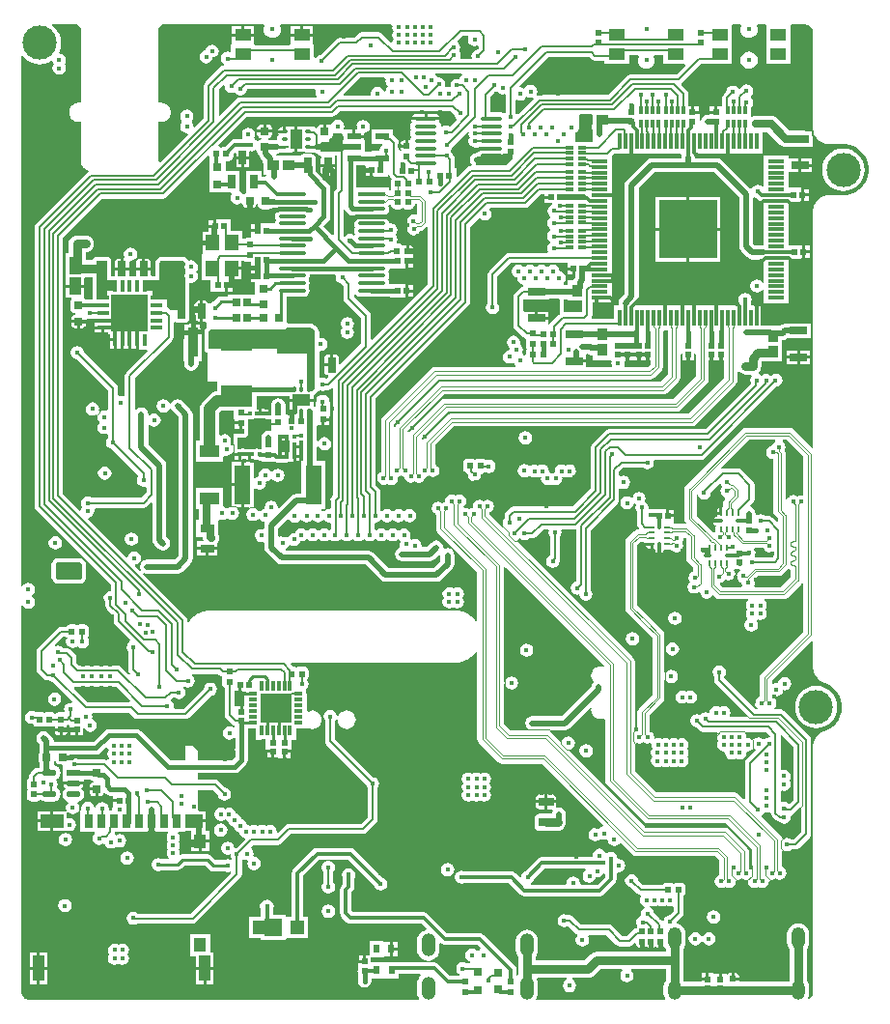
<source format=gbl>
%FSTAX23Y23*%
%MOIN*%
%SFA1B1*%

%IPPOS*%
%AMD26*
4,1,8,0.008300,0.009800,-0.008300,0.009800,-0.010800,0.007300,-0.010800,-0.007300,-0.008300,-0.009800,0.008300,-0.009800,0.010800,-0.007300,0.010800,0.007300,0.008300,0.009800,0.0*
1,1,0.005000,0.008300,0.007300*
1,1,0.005000,-0.008300,0.007300*
1,1,0.005000,-0.008300,-0.007300*
1,1,0.005000,0.008300,-0.007300*
%
%AMD36*
4,1,8,0.013000,-0.011600,0.013000,0.011600,0.009700,0.014900,-0.009700,0.014900,-0.013000,0.011600,-0.013000,-0.011600,-0.009700,-0.014900,0.009700,-0.014900,0.013000,-0.011600,0.0*
1,1,0.006600,0.009700,-0.011600*
1,1,0.006600,0.009700,0.011600*
1,1,0.006600,-0.009700,0.011600*
1,1,0.006600,-0.009700,-0.011600*
%
%AMD37*
4,1,8,-0.014900,0.021900,-0.014900,-0.021900,-0.011200,-0.025600,0.011200,-0.025600,0.014900,-0.021900,0.014900,0.021900,0.011200,0.025600,-0.011200,0.025600,-0.014900,0.021900,0.0*
1,1,0.007400,-0.011200,0.021900*
1,1,0.007400,-0.011200,-0.021900*
1,1,0.007400,0.011200,-0.021900*
1,1,0.007400,0.011200,0.021900*
%
%AMD38*
4,1,8,0.011600,0.013000,-0.011600,0.013000,-0.014900,0.009700,-0.014900,-0.009700,-0.011600,-0.013000,0.011600,-0.013000,0.014900,-0.009700,0.014900,0.009700,0.011600,0.013000,0.0*
1,1,0.006600,0.011600,0.009700*
1,1,0.006600,-0.011600,0.009700*
1,1,0.006600,-0.011600,-0.009700*
1,1,0.006600,0.011600,-0.009700*
%
%AMD65*
4,1,8,-0.021900,-0.014900,0.021900,-0.014900,0.025600,-0.011200,0.025600,0.011200,0.021900,0.014900,-0.021900,0.014900,-0.025600,0.011200,-0.025600,-0.011200,-0.021900,-0.014900,0.0*
1,1,0.007400,-0.021900,-0.011200*
1,1,0.007400,0.021900,-0.011200*
1,1,0.007400,0.021900,0.011200*
1,1,0.007400,-0.021900,0.011200*
%
%AMD70*
4,1,8,0.009800,-0.008300,0.009800,0.008300,0.007300,0.010800,-0.007300,0.010800,-0.009800,0.008300,-0.009800,-0.008300,-0.007300,-0.010800,0.007300,-0.010800,0.009800,-0.008300,0.0*
1,1,0.005000,0.007300,-0.008300*
1,1,0.005000,0.007300,0.008300*
1,1,0.005000,-0.007300,0.008300*
1,1,0.005000,-0.007300,-0.008300*
%
%AMD86*
4,1,8,0.011800,-0.004000,0.011800,0.004000,0.009900,0.005900,-0.009900,0.005900,-0.011800,0.004000,-0.011800,-0.004000,-0.009900,-0.005900,0.009900,-0.005900,0.011800,-0.004000,0.0*
1,1,0.003800,0.009900,-0.004000*
1,1,0.003800,0.009900,0.004000*
1,1,0.003800,-0.009900,0.004000*
1,1,0.003800,-0.009900,-0.004000*
%
%AMD87*
4,1,8,0.001900,0.010800,-0.001900,0.010800,-0.003900,0.008800,-0.003900,-0.008800,-0.001900,-0.010800,0.001900,-0.010800,0.003900,-0.008800,0.003900,0.008800,0.001900,0.010800,0.0*
1,1,0.004000,0.001900,0.008800*
1,1,0.004000,-0.001900,0.008800*
1,1,0.004000,-0.001900,-0.008800*
1,1,0.004000,0.001900,-0.008800*
%
%AMD228*
4,1,8,-0.038400,-0.007800,0.038400,-0.007800,0.046300,0.000000,0.046300,0.000000,0.038400,0.007800,-0.038400,0.007800,-0.046300,0.000000,-0.046300,0.000000,-0.038400,-0.007800,0.0*
1,1,0.015800,-0.038400,0.000000*
1,1,0.015800,0.038400,0.000000*
1,1,0.015800,0.038400,0.000000*
1,1,0.015800,-0.038400,0.000000*
%
%AMD261*
4,1,8,0.007100,0.005700,-0.007100,0.005700,-0.012900,0.000000,-0.012900,0.000000,-0.007100,-0.005700,0.007100,-0.005700,0.012900,0.000000,0.012900,0.000000,0.007100,0.005700,0.0*
1,1,0.011600,0.007100,0.000000*
1,1,0.011600,-0.007100,0.000000*
1,1,0.011600,-0.007100,0.000000*
1,1,0.011600,0.007100,0.000000*
%
%AMD265*
4,1,8,-0.004000,-0.011800,0.004000,-0.011800,0.005900,-0.009900,0.005900,0.009900,0.004000,0.011800,-0.004000,0.011800,-0.005900,0.009900,-0.005900,-0.009900,-0.004000,-0.011800,0.0*
1,1,0.003800,-0.004000,-0.009900*
1,1,0.003800,0.004000,-0.009900*
1,1,0.003800,0.004000,0.009900*
1,1,0.003800,-0.004000,0.009900*
%
%AMD267*
4,1,8,0.004000,0.008800,-0.004000,0.008800,-0.005900,0.006900,-0.005900,-0.006900,-0.004000,-0.008800,0.004000,-0.008800,0.005900,-0.006900,0.005900,0.006900,0.004000,0.008800,0.0*
1,1,0.003800,0.004000,0.006900*
1,1,0.003800,-0.004000,0.006900*
1,1,0.003800,-0.004000,-0.006900*
1,1,0.003800,0.004000,-0.006900*
%
%AMD270*
4,1,8,-0.010800,0.001900,-0.010800,-0.001900,-0.008800,-0.003900,0.008800,-0.003900,0.010800,-0.001900,0.010800,0.001900,0.008800,0.003900,-0.008800,0.003900,-0.010800,0.001900,0.0*
1,1,0.004000,-0.008800,0.001900*
1,1,0.004000,-0.008800,-0.001900*
1,1,0.004000,0.008800,-0.001900*
1,1,0.004000,0.008800,0.001900*
%
%AMD272*
4,1,8,-0.031500,0.017700,-0.031500,-0.017700,-0.029500,-0.019700,0.029500,-0.019700,0.031500,-0.017700,0.031500,0.017700,0.029500,0.019700,-0.029500,0.019700,-0.031500,0.017700,0.0*
1,1,0.004000,-0.029500,0.017700*
1,1,0.004000,-0.029500,-0.017700*
1,1,0.004000,0.029500,-0.017700*
1,1,0.004000,0.029500,0.017700*
%
%AMD278*
4,1,8,-0.012400,-0.011600,0.012400,-0.011600,0.024000,0.000000,0.024000,0.000000,0.012400,0.011600,-0.012400,0.011600,-0.024000,0.000000,-0.024000,0.000000,-0.012400,-0.011600,0.0*
1,1,0.023200,-0.012400,0.000000*
1,1,0.023200,0.012400,0.000000*
1,1,0.023200,0.012400,0.000000*
1,1,0.023200,-0.012400,0.000000*
%
%ADD10C,0.009800*%
%ADD11C,0.007900*%
%ADD12C,0.003900*%
%ADD13C,0.005900*%
%ADD15C,0.015700*%
%ADD17C,0.005100*%
%ADD18O,0.047200X0.074800*%
%ADD19O,0.047200X0.066900*%
G04~CAMADD=26~8~0.0~0.0~217.0~197.0~25.0~0.0~15~0.0~0.0~0.0~0.0~0~0.0~0.0~0.0~0.0~0~0.0~0.0~0.0~0.0~217.0~197.0*
%ADD26D26*%
%ADD30R,0.022800X0.021300*%
%ADD34R,0.021300X0.022800*%
G04~CAMADD=36~8~0.0~0.0~299.0~260.0~33.0~0.0~15~0.0~0.0~0.0~0.0~0~0.0~0.0~0.0~0.0~0~0.0~0.0~0.0~270.0~260.0~298.0*
%ADD36D36*%
G04~CAMADD=37~8~0.0~0.0~512.0~299.0~37.0~0.0~15~0.0~0.0~0.0~0.0~0~0.0~0.0~0.0~0.0~0~0.0~0.0~0.0~90.0~298.0~512.0*
%ADD37D37*%
G04~CAMADD=38~8~0.0~0.0~299.0~260.0~33.0~0.0~15~0.0~0.0~0.0~0.0~0~0.0~0.0~0.0~0.0~0~0.0~0.0~0.0~0.0~299.0~260.0*
%ADD38D38*%
G04~CAMADD=65~8~0.0~0.0~512.0~299.0~37.0~0.0~15~0.0~0.0~0.0~0.0~0~0.0~0.0~0.0~0.0~0~0.0~0.0~0.0~180.0~512.0~298.0*
%ADD65D65*%
%ADD66R,0.037700X0.043500*%
G04~CAMADD=70~8~0.0~0.0~217.0~197.0~25.0~0.0~15~0.0~0.0~0.0~0.0~0~0.0~0.0~0.0~0.0~0~0.0~0.0~0.0~270.0~196.0~216.0*
%ADD70D70*%
%ADD81R,0.047200X0.023600*%
%ADD85R,0.043500X0.037700*%
G04~CAMADD=86~8~0.0~0.0~118.0~236.0~19.0~0.0~15~0.0~0.0~0.0~0.0~0~0.0~0.0~0.0~0.0~0~0.0~0.0~0.0~270.0~236.0~118.0*
%ADD86D86*%
G04~CAMADD=87~8~0.0~0.0~79.0~217.0~20.0~0.0~15~0.0~0.0~0.0~0.0~0~0.0~0.0~0.0~0.0~0~0.0~0.0~0.0~0.0~79.0~217.0*
%ADD87D87*%
%ADD90R,0.033500X0.033500*%
%ADD202C,0.011800*%
%ADD203C,0.004600*%
%ADD204C,0.006900*%
%ADD207C,0.013800*%
%ADD208C,0.019700*%
%ADD209C,0.017700*%
%ADD210C,0.010000*%
%ADD211C,0.021300*%
%ADD212C,0.031500*%
%ADD214C,0.029900*%
%ADD215C,0.004600*%
%ADD217C,0.039400*%
%ADD219C,0.027600*%
%ADD220C,0.033500*%
%ADD221O,0.049200X0.078700*%
%ADD222C,0.015700*%
%ADD223C,0.118100*%
%ADD224C,0.017700*%
%ADD226R,0.021300X0.022800*%
%ADD227R,0.022800X0.021300*%
G04~CAMADD=228~8~0.0~0.0~926.0~157.0~79.0~0.0~15~0.0~0.0~0.0~0.0~0~0.0~0.0~0.0~0.0~0~0.0~0.0~0.0~180.0~925.0~156.0*
%ADD228D228*%
%ADD229R,0.092600X0.015700*%
%ADD230R,0.051200X0.029900*%
%ADD231R,0.061000X0.025600*%
%ADD232R,0.037400X0.013800*%
%ADD233R,0.044300X0.041300*%
%ADD234R,0.011800X0.013800*%
%ADD235R,0.021700X0.019700*%
%ADD236R,0.013800X0.011800*%
%ADD237R,0.041300X0.044300*%
%ADD238R,0.013800X0.037400*%
%ADD239R,0.109800X0.075000*%
%ADD240R,0.039400X0.047200*%
%ADD241R,0.045300X0.047200*%
%ADD242R,0.061000X0.059100*%
%ADD243R,0.106300X0.102400*%
%ADD244R,0.013800X0.033500*%
%ADD245R,0.031500X0.013800*%
%ADD246R,0.057100X0.039400*%
%ADD247R,0.011800X0.058100*%
%ADD248R,0.058100X0.011800*%
%ADD249R,0.204700X0.204700*%
%ADD250R,0.031500X0.045700*%
%ADD251R,0.039400X0.086600*%
%ADD252R,0.078700X0.045700*%
%ADD253R,0.063000X0.045700*%
%ADD254R,0.041300X0.049200*%
%ADD255R,0.067700X0.044100*%
%ADD256R,0.041300X0.059100*%
%ADD257R,0.041300X0.013800*%
%ADD258R,0.013800X0.041300*%
%ADD259R,0.128000X0.128000*%
%ADD260R,0.047200X0.055100*%
G04~CAMADD=261~8~0.0~0.0~258.0~115.0~58.0~0.0~15~0.0~0.0~0.0~0.0~0~0.0~0.0~0.0~0.0~0~0.0~0.0~0.0~0.0~258.0~115.0*
%ADD261D261*%
%ADD262O,0.078700X0.013800*%
%ADD263R,0.019700X0.029500*%
%ADD264R,0.025800X0.011500*%
G04~CAMADD=265~8~0.0~0.0~118.0~236.0~19.0~0.0~15~0.0~0.0~0.0~0.0~0~0.0~0.0~0.0~0.0~0~0.0~0.0~0.0~180.0~118.0~236.0*
%ADD265D265*%
%ADD266R,0.031500X0.031500*%
G04~CAMADD=267~8~0.0~0.0~118.0~177.0~19.0~0.0~15~0.0~0.0~0.0~0.0~0~0.0~0.0~0.0~0.0~0~0.0~0.0~0.0~0.0~118.0~177.0*
%ADD267D267*%
%ADD268R,0.025600X0.011800*%
%ADD269R,0.011800X0.025600*%
G04~CAMADD=270~8~0.0~0.0~79.0~217.0~20.0~0.0~15~0.0~0.0~0.0~0.0~0~0.0~0.0~0.0~0.0~0~0.0~0.0~0.0~90.0~216.0~78.0*
%ADD270D270*%
%ADD271R,0.043300X0.066900*%
G04~CAMADD=272~8~0.0~0.0~394.0~630.0~20.0~0.0~15~0.0~0.0~0.0~0.0~0~0.0~0.0~0.0~0.0~0~0.0~0.0~0.0~90.0~630.0~394.0*
%ADD272D272*%
%ADD273R,0.025600X0.047200*%
%ADD274R,0.057100X0.137800*%
%ADD275R,0.023600X0.029500*%
%ADD276R,0.028200X0.026500*%
%ADD277R,0.048000X0.023200*%
G04~CAMADD=278~8~0.0~0.0~480.0~232.0~116.0~0.0~15~0.0~0.0~0.0~0.0~0~0.0~0.0~0.0~0.0~0~0.0~0.0~0.0~180.0~480.0~232.0*
%ADD278D278*%
%ADD279C,0.026000*%
%ADD280C,0.011400*%
%LNmain_board-1*%
%LPD*%
G36*
X03682Y04492D02*
X03681Y04488D01*
X03683Y04479*
X03686Y04474*
X03683Y04469*
X03681Y0446*
X03683Y04451*
X03686Y04447*
X03683Y04442*
X03682Y04438*
X03677Y04436*
X03648Y04465*
X03642Y04469*
X03635Y0447*
X03577*
X03571Y04469*
X03565Y04465*
X0355Y0445*
X03499*
X03492Y04449*
X03486Y04445*
X03433Y04392*
X03427Y04391*
X03419Y04386*
X03416Y04381*
X03411Y04383*
Y04427*
X0341*
X03407Y0443*
Y04432*
Y04455*
X0333*
Y04432*
Y0443*
X03327Y04427*
X03326*
Y04426*
X03208*
Y04427*
X03207*
X03204Y0443*
Y04432*
Y04455*
X03127*
Y04432*
Y0443*
X03124Y04427*
X03124*
Y04404*
X03119Y04401*
X03112Y04403*
X03103Y04401*
X03095Y04396*
X0309Y04388*
X03089Y04379*
X0309Y04371*
X03095Y04363*
X031Y0436*
X031Y04358*
X03099Y04355*
X03093Y04354*
X03088Y0435*
X03036Y04298*
X03032Y04292*
X03031Y04286*
Y04173*
X02999Y04142*
X02995Y04144*
X02995Y04145*
X02993Y04154*
X0299Y04159*
X02989Y04163*
X0299Y04166*
X02993Y04171*
X02995Y0418*
X02993Y04189*
X02988Y04197*
X02981Y04202*
X02972Y04203*
X02963Y04202*
X02956Y04197*
X02951Y04189*
X02949Y0418*
X02951Y04171*
X02954Y04166*
X02955Y04163*
X02954Y04159*
X02951Y04154*
X02949Y04145*
X02951Y04136*
X02956Y04129*
X02963Y04124*
X02972Y04122*
X02973Y04122*
X02976Y04118*
X0288Y04022*
X02875Y04024*
Y04025*
Y04025*
X02875Y04025*
Y0416*
X02884*
X02885Y0416*
X02886*
X02891Y04161*
X02892Y04161*
X02893Y04161*
X02901Y04165*
X02903Y04166*
X02904Y04168*
X0291Y04174*
X02911Y04176*
X02912Y04177*
X02915Y04185*
X02916Y04187*
X02916Y04189*
Y04198*
X02916Y042*
X02915Y04202*
X02912Y0421*
X02911Y04211*
X0291Y04213*
X02904Y04219*
X02903Y0422*
X02901Y04222*
X02893Y04225*
X02892Y04226*
X02891Y04226*
X02886Y04227*
X02886*
X02885Y04227*
X02884*
X02884*
X02883*
X02875*
Y04484*
X02889Y04497*
X03237*
X0324Y04492*
X03238Y04488*
X03237Y0448*
X03238Y04472*
X03241Y04465*
X03246Y04459*
X03252Y04454*
X0326Y04451*
X03267Y0445*
X03275Y04451*
X03282Y04454*
X03288Y04459*
X03293Y04465*
X03296Y04472*
X03297Y0448*
X03296Y04488*
X03294Y04492*
X03297Y04497*
X03678*
X03682Y04492*
G37*
G36*
X03945Y04452D02*
X03943Y04444D01*
X03945Y04436*
X0395Y04428*
X03957Y04423*
X03966Y04421*
X03975Y04423*
X03976Y04424*
X0398Y04421*
Y04414*
X03976Y0441*
X03969Y04409*
X03962Y04404*
X03957Y04396*
X03955Y04387*
X03956Y04382*
X03952Y04377*
X03919*
X03917Y04381*
X03917Y04382*
X03918Y0439*
X03917Y04399*
X03913Y04405*
X03915Y04408*
X03916Y04417*
X03915Y04426*
X0391Y04433*
X03906Y04435*
X03906Y0444*
X03923Y04457*
X03942*
X03945Y04452*
G37*
G36*
X05107Y04497D02*
X0511Y04497D01*
X05115Y04496*
X0512Y04494*
X05124Y04491*
X05128Y04487*
X05131Y04483*
X05134Y04478*
X05135Y04472*
X05135Y0447*
X05135Y04135*
X05135Y04135*
X05135Y04134*
X05135Y04133*
X05131Y04129*
X05131Y04128*
X05112*
X05112Y04129*
X05105Y0413*
X05052*
X05009Y04173*
X05004Y04177*
X04997Y0418*
X0499Y04181*
X04937*
X04929Y0418*
X04924Y04178*
X04919Y0418*
Y0421*
X04921Y04212*
X04926Y04219*
X04928Y04228*
X04926Y04237*
X04921Y04244*
X0492Y04245*
Y0425*
X04921Y04251*
X04926Y04258*
X04928Y04267*
X04926Y04276*
X04921Y04284*
X04914Y04289*
X04905Y0429*
X04896Y04289*
X04889Y04284*
X04884Y04276*
X04879Y04274*
X04877Y04275*
X04874Y0428*
X04867Y04285*
X04858Y04286*
X04849Y04285*
X04841Y0428*
X04836Y04272*
X04835Y04266*
X04826Y04256*
X04822Y0425*
X04821Y04244*
Y04227*
X0482*
Y04219*
X04819Y04214*
X04804*
Y04193*
X04799*
Y04188*
X04778*
Y04188*
X04774*
Y04185*
X04771*
X04762Y04183*
X04754Y04178*
X04749Y0417*
X04747Y04163*
X04742Y04163*
Y04188*
X04739*
Y04188*
X04718*
Y04193*
X04713*
Y04214*
X04705*
Y04227*
X04703*
Y04258*
X04702Y04265*
X04698Y04271*
X0468Y04289*
X0468Y04294*
X04681Y04295*
X04747Y0436*
X04769*
Y0436*
X04854*
Y04422*
Y04427*
Y04494*
X04857Y04497*
X04883*
X04886Y04492*
X04884Y04488*
X04883Y0448*
X04884Y04472*
X04887Y04465*
X04892Y04459*
X04898Y04454*
X04905Y04451*
X04913Y0445*
X04921Y04451*
X04928Y04454*
X04934Y04459*
X04939Y04465*
X04942Y04472*
X04943Y0448*
X04942Y04488*
X0494Y04492*
X04943Y04497*
X04969*
X04972Y04492*
Y04432*
Y04427*
Y04422*
Y0436*
X05057*
Y04422*
Y04427*
Y04432*
Y04492*
Y04494*
X0506Y04497*
X05106*
X05107*
G37*
G36*
X04618Y0436D02*
X04691D01*
X04693Y04355*
X04662Y04324*
X04503*
X04497Y04322*
X04491Y04319*
X04426Y04253*
X04189*
X04182Y04252*
X04181Y04253*
X04179Y04256*
X0418Y04257*
X04182Y04266*
X0418Y04275*
X04175Y04283*
X04168Y04288*
X04159Y04289*
X0415Y04288*
X04143Y04283*
X04138Y04275*
X04132Y04279*
X04124Y04281*
X04123Y0428*
X0412Y04285*
X04219Y04384*
X04363*
X04369Y04377*
X04375Y04374*
X04381Y04372*
X04415*
Y0436*
X045*
Y04391*
X04529*
X04532Y04386*
X0453Y04381*
X04529Y04374*
X0453Y04366*
X04533Y04359*
X04538Y04353*
X04544Y04348*
X04551Y04345*
X04559Y04344*
X04566Y04345*
X04573Y04348*
X0458Y04353*
X04584Y04359*
X04587Y04366*
X04588Y04374*
X04587Y04381*
X04585Y04386*
X04588Y04391*
X04618*
Y0436*
G37*
G36*
X02606Y04483D02*
Y04227D01*
X02597*
X02596Y04227*
X02595Y04227*
X02591Y04226*
X0259Y04226*
X02588Y04225*
X0258Y04222*
X02579Y0422*
X02577Y04219*
X02571Y04213*
X0257Y04211*
X02569Y0421*
X02566Y04202*
X02566Y042*
X02566Y04198*
Y04189*
X02566Y04187*
X02566Y04185*
X02569Y04177*
X0257Y04176*
X02571Y04174*
X02577Y04168*
X02579Y04167*
X0258Y04165*
X02588Y04162*
X0259Y04161*
X02591Y04161*
X02595Y0416*
X02596*
X02596Y0416*
X02597Y0416*
X02598*
X02598*
X02606*
Y04023*
X02607Y04023*
Y04022*
X02607Y04021*
X02607Y04021*
Y04021*
X02607Y04017*
X02608Y04016*
X02608Y04015*
X02611Y04008*
X02612Y04007*
X02613Y04005*
X02618Y04001*
X0262Y04*
X02621Y03999*
X02628Y03996*
X02629Y03995*
X02631Y03995*
X02631Y03994*
X02632Y0399*
X02629Y03988*
X02452Y03811*
X02448Y03805*
X02447Y03799*
Y02834*
X02448Y02828*
X02452Y02822*
X02711Y02563*
Y02544*
X02708Y02542*
X02699Y02541*
X02692Y02536*
X02687Y02528*
X02685Y02519*
X02687Y0251*
X02691Y02504*
Y02491*
X02692Y02484*
X02696Y02479*
X02719Y02456*
Y02437*
X0272Y0243*
X02724Y02424*
X02776Y02373*
X02775Y02366*
X02771Y02363*
X02766Y02356*
X02764Y02347*
X02766Y02338*
X0277Y02332*
Y02271*
X02771Y02265*
X02775Y02259*
X02777Y02257*
X02777Y02256*
X02771Y02255*
X02747Y02279*
X02741Y02283*
X02735Y02284*
X02601*
X02591Y02294*
Y02311*
X0259Y02317*
X02586Y02323*
X02568Y02341*
X02562Y02345*
X02556Y02346*
X02544*
X02543Y02347*
X02536Y02352*
X02527Y02353*
X02519Y02352*
X02518Y02352*
X02517Y02357*
X02545Y02385*
X02554*
X02556Y02382*
X02559Y0238*
X02557Y02377*
X02555Y02368*
X02557Y02359*
X02562Y02352*
X02569Y02347*
X02578Y02345*
X02587Y02347*
X0259Y02349*
X02594Y02351*
X02602Y02346*
X02611Y02345*
X0262Y02346*
X02627Y02351*
X02632Y02359*
X02634Y02368*
X02632Y02376*
X02629Y02381*
X0263Y02382*
X02633Y02387*
X02635Y02394*
Y0241*
X02633Y02417*
X0263Y02422*
X02624Y02426*
X02618Y02427*
X02603*
X02597Y02426*
X02593Y02423*
X02589Y02426*
X02583Y02427*
X02568*
X02562Y02426*
X02556Y02422*
X02554Y02419*
X02538*
X02531Y02418*
X02526Y02414*
X02459Y02347*
X02455Y02342*
X02454Y02335*
Y0227*
X02455Y02264*
X02459Y02258*
X02478Y02239*
X02483Y02236*
X0249Y02234*
X02495*
X02502Y0223*
X02507Y02229*
X02576Y02161*
X02573Y02156*
X02571Y02156*
X02563Y02155*
X02555Y0215*
X0255Y02142*
X02548Y02133*
X0255Y02127*
X02547Y02125*
X02546Y02123*
X0253*
X02523Y02122*
X02522Y02121*
X02517Y02119*
X02511Y02123*
X02505Y02124*
X0249*
X02484Y02123*
X0248Y0212*
X02476Y02123*
X0247Y02124*
X02455*
X02451Y02123*
X02445Y02127*
X02437Y02129*
X02428Y02127*
X0242Y02122*
X02415Y02115*
X02413Y02106*
X02415Y02097*
X0242Y0209*
X02428Y02085*
X02437Y02083*
X0244Y02083*
X02443Y02079*
X02448Y02075*
X02455Y02074*
X0247*
X02476Y02075*
X0248Y02078*
X02484Y02075*
X0249Y02074*
X02505*
X02511Y02075*
X02513Y02076*
X02517Y02073*
X02517Y02071*
Y02069*
X02538*
X02559*
Y02071*
X02558Y02075*
X02561Y0208*
X02563Y0208*
X02568Y02077*
Y02071*
X02571*
Y0207*
X02592*
Y02065*
X02597*
Y02044*
X02613*
Y02068*
X02618Y02069*
X02619Y02067*
X02622Y02063*
X02629Y02058*
X02638Y02056*
X02647Y02058*
X02655Y02063*
X0266Y0207*
X02661Y02079*
X0266Y02088*
X02655Y02096*
X02647Y02101*
X02645Y02101*
X02646Y02108*
X02645Y02117*
X02644Y02118*
X02646Y02122*
X02772*
X02789Y02105*
X02795Y02101*
X02802Y021*
X02968*
X02975Y02101*
X02981Y02105*
X03057Y02181*
X03063Y02182*
X0307Y02187*
X03075Y02194*
X03077Y02203*
X03075Y02212*
X0307Y0222*
X03063Y02225*
X03054Y02226*
X03045Y02225*
X03037Y0222*
X03032Y02212*
X03031Y02206*
X02961Y02136*
X02931*
X02927Y02141*
X02928Y02145*
X02926Y02154*
X02921Y02162*
X02917Y02164*
X02917Y02169*
X02923Y02175*
X02929*
X02936Y02171*
X02944Y02169*
X02953Y02171*
X02961Y02176*
X02966Y02184*
X02968Y02192*
X02966Y02201*
X02961Y02209*
X02964Y02213*
X02967Y02211*
X02976Y02209*
X02985Y02211*
X02992Y02216*
X02997Y02223*
X02999Y02232*
X02997Y02241*
X02992Y02248*
X02987Y02252*
X02989Y02256*
X0299Y02256*
X03081*
X03085Y02252*
X0309Y02249*
X03093Y02248*
X03095Y02243*
X03094Y02236*
Y02221*
X03095Y02215*
X03099Y0221*
X03102Y02208*
Y02116*
X03103Y02109*
X03107Y02104*
X03128Y02082*
X03134Y02078*
X03137Y02078*
Y02073*
X03132Y0207*
X03127Y02073*
X03119Y02075*
X0311Y02073*
X03102Y02068*
X03097Y02061*
X03096Y02052*
X03097Y02043*
X03102Y02035*
X0311Y0203*
X03119Y02029*
X03127Y0203*
X03134Y02035*
X03139Y02033*
Y02001*
X03138Y01996*
X03139Y01991*
Y01968*
X03127Y01957*
X03011*
Y01988*
X02992Y02007*
X02972*
X02968Y02011*
Y01957*
X02916*
X02813Y02059*
X02806Y02064*
X02798Y02066*
X02702*
X02694Y02064*
X02687Y02059*
X02649Y02022*
X02512*
Y02023*
X0251Y02032*
X02505Y0204*
X02493Y02052*
X02485Y02057*
X02476Y02059*
X02467Y02057*
X02459Y02052*
X02454Y02044*
X02452Y02035*
X02454Y02026*
X02459Y02018*
X02464Y02013*
Y01989*
X02462Y01986*
X02461Y0198*
Y01956*
X02462Y0195*
X02464Y01947*
Y01932*
X02458*
X02451Y01931*
X02445Y01927*
X02432Y01914*
X02428Y01908*
X02427Y01901*
Y01896*
X02424Y01895*
X02421Y01889*
X0242Y01883*
Y01868*
X02421Y01862*
X02423Y01858*
X02421Y01854*
X0242Y01847*
Y01833*
X02421Y01826*
X02424Y01821*
X0243Y01817*
X02436Y01816*
X02453*
X02459Y01817*
X02463Y0182*
X02467Y01822*
X02476Y01817*
X02485Y01815*
X0251*
X0252Y01817*
X02529Y01822*
X02534Y01831*
X02536Y01841*
X02534Y0185*
X02529Y01859*
X02523Y01862*
X02525Y01865*
X02527Y01874*
X02525Y01882*
X02522Y01886*
X0252Y0189*
X02523Y01893*
X02529Y01896*
X02534Y01905*
X02536Y01914*
X02534Y01924*
X02529Y01933*
X0252Y01938*
X02512Y0194*
Y01947*
X02514Y0195*
X02515Y01956*
X0252*
X02521Y01951*
X02524Y01947*
X02528Y01944*
X02533Y01943*
X02538*
X02542Y0194*
Y01889*
X02544*
X02547Y01884*
X02547Y01883*
X0258*
X02613*
X02613Y01884*
X02616Y01889*
X02618*
Y01892*
X02636*
X02637Y01891*
X02643Y01887*
X02649Y01886*
Y01881*
X02644Y0188*
X0264Y01877*
X02637Y01873*
X02636Y01868*
Y01863*
X02661*
Y01858*
X02666*
Y01835*
X02673*
X02678Y01836*
X02682Y01839*
X02685Y01843*
X02685Y01843*
X02691Y01844*
X02693Y01842*
X027Y01837*
X02708Y01836*
X02718*
Y01823*
X0274*
Y01813*
X02718*
Y01798*
X02717Y01797*
X02715Y01788*
X02713Y01785*
X02705*
X02702Y01789*
X02702Y01791*
X02701Y018*
X02696Y01807*
X02688Y01812*
X02679Y01814*
X0267Y01812*
X02663Y01807*
X02658Y018*
X02657Y01796*
X02652*
X02651Y01801*
X02646Y01808*
X02639Y01813*
X0263Y01815*
X02621Y01813*
X02614Y01808*
X02609Y01801*
X02607Y01792*
X02607Y01789*
X02604Y01785*
X026Y01787*
X02601Y01795*
X026Y01804*
X02595Y0181*
X02596Y01814*
X02597Y01816*
X02602Y01817*
X02611Y01822*
X02616Y01831*
X02618Y01841*
X02616Y0185*
X02611Y01859*
X0261Y01859*
X02608Y01862*
X02613Y01869*
X02613Y01873*
X0258*
X02547*
X02547Y01869*
X02552Y01862*
X02549Y01859*
X02549Y01859*
X02544Y0185*
X02542Y01841*
X02544Y01831*
X02549Y01822*
X02558Y01817*
X02561Y01816*
X02562Y01811*
X02557Y01804*
X02555Y01795*
X02557Y01786*
X02557Y01786*
X02554Y01781*
X02552*
X02511*
Y01748*
Y01716*
X02552*
X02556Y01715*
X02558Y01714*
X0256Y01714*
X02561Y01714*
X02566Y01713*
X02575Y01714*
X02583Y01719*
X02588Y01727*
X0259Y01736*
X02588Y01745*
X02583Y01752*
X02575Y01757*
X02566Y01759*
X02561Y01758*
X02556Y01761*
Y01777*
Y01779*
X02561Y0178*
X02562Y01779*
X02569Y01774*
X02578Y01772*
X02587Y01774*
X02595Y01779*
X02599Y01785*
X02604Y01784*
Y01712*
X02654*
X02655Y01707*
X02653Y01705*
X02648Y01697*
X02646Y01689*
X02648Y0168*
X02653Y01672*
X0266Y01667*
X02669Y01665*
X02678Y01667*
X02683Y01671*
X02688Y01669*
X02689Y01667*
X02694Y01659*
X02701Y01654*
X0271Y01653*
X02719Y01654*
X02727Y01659*
X02728Y01661*
X02731Y01659*
X0274Y01658*
X02749Y01659*
X02756Y01664*
X02761Y01672*
X02763Y01681*
X02761Y01689*
X02756Y01697*
X02749Y01702*
X0274Y01704*
X02731Y01702*
X02727Y01699*
X02723Y01703*
X02724Y01704*
X02725Y01711*
X0273Y01712*
X02836*
Y01716*
X02845*
Y01748*
X02855*
Y01716*
X02864*
Y01712*
X02907*
X02909Y01707*
X02908Y01707*
X02903Y01699*
X02902Y0169*
X02903Y01682*
X02906Y01678*
X02903Y01674*
X02902Y01665*
X02903Y01656*
X02906Y01652*
X02903Y01648*
X02902Y01639*
X02903Y0163*
X02908Y01623*
X0291Y01622*
X02908Y01617*
X02886*
X02882Y01619*
X02874Y01621*
X02865Y01619*
X02857Y01614*
X02852Y01607*
X0285Y01598*
X02852Y01589*
X02857Y01582*
X02865Y01577*
X02874Y01575*
X02882Y01577*
X02886Y01579*
X0294*
X02948Y0158*
X02954Y01584*
X02964Y01595*
X03035*
X03049Y01581*
X03055Y01576*
X03063Y01575*
X03102*
X03105Y01573*
X03114Y01571*
X03122Y01573*
X03122Y01572*
X03124Y01567*
X02986Y01429*
X02803*
X02803Y01429*
X02796Y01434*
X02787Y01436*
X02778Y01434*
X02771Y01429*
X02766Y01422*
X02764Y01413*
X02766Y01404*
X02771Y01397*
X02778Y01392*
X02787Y0139*
X02796Y01392*
X02801Y01395*
X02993*
X02999Y01396*
X03005Y014*
X03157Y01552*
X03161Y01558*
X03162Y01565*
Y01615*
X03167Y01617*
X03171Y01615*
X03179Y01613*
X0318Y01613*
X03183Y01609*
X03181Y01602*
X03183Y01593*
X03188Y01586*
X03195Y01581*
X03204Y01579*
X03213Y01581*
X03221Y01586*
X03226Y01593*
X03227Y01602*
X03226Y01611*
X03221Y01618*
X03213Y01623*
X03205Y01625*
X03204Y01626*
X03201Y0163*
X03203Y01636*
X03201Y01645*
X03196Y01653*
X03195Y01653*
X03194Y01658*
X03201Y01666*
X03286*
X03292Y01667*
X03298Y01671*
X03332Y01705*
X03581*
X03588Y01706*
X03593Y0171*
X03626Y01742*
X03629Y01748*
X03631Y01754*
Y01861*
X03635Y01868*
X03637Y01877*
X03635Y01885*
X0363Y01893*
X03623Y01898*
X03615Y01899*
X03484Y0203*
Y02094*
X03487Y02098*
X03489Y02098*
X03492Y02097*
X03493Y0209*
X03496Y02082*
X03501Y02075*
X03508Y0207*
X03516Y02067*
X03524Y02066*
X03532Y02067*
X0354Y0207*
X03546Y02075*
X03551Y02082*
X03555Y0209*
X03556Y02098*
X03555Y02106*
X03551Y02114*
X03546Y0212*
X0354Y02125*
X03532Y02129*
X03524Y0213*
X03516Y02129*
X03508Y02125*
X03501Y0212*
X03496Y02114*
X03495Y0211*
X0349Y02111*
X03488Y02118*
X03483Y02125*
X03476Y0213*
X03467Y02132*
X03458Y0213*
X03451Y02125*
X03446Y02118*
X03444Y02109*
X03446Y021*
X0345Y02094*
Y02023*
X03451Y02017*
X03455Y02011*
X03591Y01875*
X03592Y01868*
X03597Y01861*
Y01762*
X03574Y01739*
X03325*
X03319Y01738*
X03313Y01734*
X03287Y01707*
X03282Y0171*
X03282Y01712*
X03281Y01721*
X03276Y01728*
X03268Y01733*
X03259Y01735*
X03251Y01733*
X03246Y0173*
X03241Y01733*
X03232Y01735*
X03223Y01733*
X03218Y0173*
X03213Y01733*
X03204Y01735*
X03195Y01733*
X0319Y0173*
X03186Y01733*
X0318Y01735*
X03178Y01741*
X03173Y01748*
X03166Y01753*
X0316Y01754*
X03159Y0176*
X03154Y01768*
X03146Y01773*
X0314Y01774*
X03139Y0178*
X03134Y01788*
X03126Y01793*
X03118Y01794*
X03109Y01793*
X03104Y01789*
X03099Y01793*
X0309Y01794*
X03081Y01793*
X03074Y01788*
X03069Y0178*
X03067Y01771*
X03069Y01762*
X03074Y01755*
X03081Y0175*
X0309Y01748*
X03099Y0175*
X03104Y01753*
X03109Y0175*
X03115Y01749*
X03116Y01743*
X03121Y01735*
X03129Y0173*
X03135Y01729*
X03136Y01723*
X03141Y01716*
X03148Y01711*
X03154Y01709*
X03155Y01703*
X0316Y01696*
X03168Y01691*
X03171Y0169*
X03172Y01685*
X03144Y01656*
X03137Y01655*
X03137Y01655*
X03135Y01664*
X0313Y01671*
X03123Y01676*
X03114Y01678*
X03105Y01676*
X03097Y01671*
X03092Y01664*
X03091Y01655*
X03092Y01646*
X03097Y01639*
X03105Y01634*
X03114Y01632*
X03122Y01634*
X03122Y01633*
X03124Y01625*
X03126Y01621*
X03126Y01619*
X03123Y01615*
X03114Y01617*
X03105Y01615*
X03102Y01613*
X0307*
X03056Y01627*
X0305Y01631*
X03043Y01633*
X02956*
X02951Y01632*
X02947Y01636*
X02948Y01639*
X02946Y01648*
X02943Y01652*
X02946Y01656*
X02948Y01665*
X02946Y01674*
X02943Y01678*
X02946Y01682*
X02948Y0169*
X02946Y01699*
X02941Y01707*
X02941Y01707*
X02942Y01712*
X02966*
Y01716*
X02983*
X02988Y01714*
Y01711*
Y01684*
X03018*
X03049*
Y01714*
X03042*
X03038Y01716*
Y01719*
Y01743*
X02997*
Y01753*
X03038*
Y01781*
X03016*
X03011Y01783*
Y01856*
X03062*
X03079Y01839*
X03081Y01832*
X03086Y01825*
X03093Y0182*
X03102Y01818*
X03111Y0182*
X03118Y01825*
X03123Y01832*
X03125Y01841*
X03123Y0185*
X03118Y01857*
X03111Y01862*
X03104Y01864*
X03082Y01886*
X03076Y0189*
X03069Y01891*
X03011*
Y01913*
X03136*
X03145Y01914*
X03152Y01919*
X03177Y01944*
X03181Y01951*
X03183Y01959*
Y01991*
X03184Y01996*
X03183Y02001*
Y02067*
X03209*
Y02029*
X03245*
Y01994*
X03249*
Y01994*
X03269*
Y01989*
X03274*
Y01967*
X03288*
Y01966*
X03304*
Y01988*
X03309*
Y01993*
X03329*
Y01993*
X03333*
Y02029*
X03349*
Y02067*
X03387*
X03392Y02069*
X03398Y02067*
X03406Y02066*
X03414Y02067*
X03422Y0207*
X03428Y02075*
X03433Y02082*
X03437Y0209*
X03438Y02098*
X03437Y02106*
X03433Y02114*
X03428Y0212*
X03422Y02125*
X03414Y02129*
X03406Y0213*
X03398Y02129*
X03392Y02126*
X03389Y02128*
X03388Y02129*
X03387Y0213*
Y02146*
Y02188*
X03384*
Y02203*
X03386Y02205*
X03391Y02212*
X03393Y02221*
X03391Y0223*
X03387Y02236*
X03388Y02236*
X03391Y02242*
X03393Y02248*
Y02265*
X03391Y02271*
X03388Y02277*
X03382Y0228*
X03376Y02281*
X03361*
X03355Y0228*
X03351Y02277*
X03347Y0228*
X03341Y02281*
X0334*
X0333Y02291*
X03332Y02296*
X03899*
X03906*
X03907Y02296*
X03909*
X03923Y02299*
X03925Y02299*
X03926Y023*
X03939Y02305*
X03941Y02306*
X03942Y02307*
X03954Y02315*
X03955Y02316*
X03956Y02317*
X03967Y02327*
X03967Y02328*
X03968Y02329*
X03971Y02332*
X03975Y02331*
Y0203*
X03977Y02024*
X0398Y02018*
X04047Y01951*
X04053Y01947*
X04059Y01946*
X04196*
X04409Y01734*
X04407Y01728*
X04404Y01728*
X04397Y01723*
X04395Y0172*
X04391Y01723*
X04382Y01724*
X04374Y01723*
X04366Y01718*
X04361Y0171*
X04359Y01701*
X04361Y01692*
X04366Y01685*
X04374Y0168*
X04382Y01678*
X04391Y0168*
X04399Y01685*
X044Y01687*
X04404Y01685*
X04413Y01683*
X04421Y01685*
X04422*
X04426Y01682*
X04427Y01676*
X04432Y01668*
X0444Y01663*
X04448Y01662*
X04457Y01663*
X04465Y01668*
X04466Y01671*
X04471Y01671*
X0451Y01633*
X04515Y01629*
X04521Y01628*
X04797*
X0481Y01615*
Y01561*
X04809Y01561*
X04801Y01556*
X04796Y01549*
X04794Y0154*
X04796Y01531*
X04801Y01524*
X04809Y01519*
X04817Y01517*
X04826Y01519*
X04831Y01522*
X04836Y01519*
X04845Y01517*
X04854Y01519*
X04861Y01524*
X04866Y01531*
X04868Y0154*
X04868Y01542*
X04872Y01546*
X04877Y01545*
X04885Y01547*
X0489Y0155*
X04895Y01547*
X04904Y01545*
X04905Y01546*
X04909Y01542*
X04909Y0154*
X0491Y01531*
X04915Y01524*
X04923Y01519*
X04932Y01517*
X0494Y01519*
X04945Y01522*
X0495Y01519*
X04959Y01517*
X04968Y01519*
X04976Y01524*
X04981Y01531*
X04982Y0154*
X04982Y01542*
X04986Y01546*
X04992Y01545*
X05001Y01547*
X05005Y0155*
X0501Y01547*
X05019Y01545*
X05028Y01547*
X05036Y01552*
X05041Y0156*
X05042Y01568*
X05041Y01577*
X05036Y01585*
X05028Y0159*
X05027Y0159*
Y01646*
X05032Y01649*
X05036Y01646*
X05045Y01645*
X05054Y01646*
X0506Y01651*
X05074*
X05081Y01652*
X05086Y01656*
X05122Y01691*
X05126Y01697*
X05127Y01703*
Y02029*
X05126Y02036*
X05122Y02041*
X05035Y02128*
X0503Y02131*
X05023Y02133*
X05001*
X05Y02138*
X05002Y02139*
X05007Y02146*
X05008Y02155*
X05007Y02164*
X05002Y02172*
X04995Y02176*
Y02176*
X04996Y02177*
X05Y0218*
X05007Y02178*
X05016Y0218*
X05024Y02185*
X05029Y02192*
X0503Y022*
X05036Y02199*
X05045Y02201*
X05052Y02206*
X05057Y02213*
X05059Y02222*
X05057Y02231*
X05052Y02238*
X05045Y02243*
X05036Y02245*
X05027Y02243*
X0502Y02238*
X05015Y02231*
X05013Y02223*
X05007Y02224*
X04999Y02223*
X04996Y02221*
X04992Y02223*
Y02233*
X0513Y02371*
X05135Y02369*
Y02274*
X05135Y02273*
Y02273*
X05136Y02267*
X05136Y02266*
X05136Y02264*
X05141Y02253*
X05141Y02251*
X05142Y0225*
X05149Y0224*
X0515Y02239*
X05151Y02238*
X05161Y0223*
X05162Y0223*
X05163Y02229*
X05169Y02227*
X05169Y02226*
X0517Y02226*
X05171Y02226*
X05178Y02224*
X0519Y02218*
X05201Y0221*
X05211Y022*
X0522Y02189*
X05226Y02177*
X05231Y02164*
X05233Y0215*
X05234Y02136*
X05232Y02123*
X05228Y0211*
X05222Y02097*
X05214Y02086*
X05205Y02076*
X05194Y02067*
X05181Y02061*
X05175Y02058*
X05175Y02058*
X05171Y02057*
X05171Y02057*
X0517Y02057*
X05164Y02054*
X05163Y02054*
X05163Y02053*
X05157Y0205*
X05156Y02049*
X05156Y02049*
X0515Y02044*
X0515Y02043*
X05149Y02043*
X05145Y02038*
X05145Y02037*
X05144Y02036*
X05141Y0203*
X0514Y02029*
X0514Y02029*
X05137Y02022*
X05137Y02022*
X05137Y02021*
X05136Y02014*
Y02014*
X05135Y02013*
X05135Y0201*
Y02009*
Y02009*
Y0116*
X05135Y01157*
X05134Y01152*
X05132Y01147*
X05129Y01143*
X05125Y01139*
X0512Y01136*
X05117Y01139*
X0512Y01146*
X05121Y01156*
Y01176*
X0512Y01185*
X05116Y01195*
X05113Y01198*
Y01307*
X05116Y0131*
X0512Y0132*
X05121Y01329*
Y01357*
X0512Y01367*
X05116Y01376*
X0511Y01384*
X05102Y0139*
X05093Y01393*
X05083Y01395*
X05073Y01393*
X05064Y0139*
X05057Y01384*
X05051Y01376*
X05047Y01367*
X05045Y01357*
Y01329*
X05047Y0132*
X05051Y0131*
X05053Y01307*
Y01198*
X05051Y01196*
X0488*
X04879Y01197*
Y01199*
X04858*
Y01204*
X04853*
Y01224*
X04849*
X04845Y01223*
X0484Y01221*
X04839Y01219*
X04834Y0122*
Y01222*
X04819*
Y01201*
X04809*
Y01222*
X04793*
X04791Y01223*
X04788*
X04775*
Y01202*
X0477*
Y01197*
X0475*
Y01196*
X04746*
Y01196*
X04688*
X04686Y01198*
Y01267*
X04686Y01268*
X04686Y01269*
Y01307*
X04689Y0131*
X04692Y0132*
X04694Y01329*
Y01357*
X04692Y01367*
X04689Y01376*
X04683Y01384*
X04675Y0139*
X04666Y01393*
X04663Y01397*
X04664Y014*
X04683Y01419*
X04687Y01424*
X04688Y01431*
Y0149*
X0469Y01491*
X04693Y01497*
X04695Y01503*
Y0152*
X04693Y01526*
X0469Y01531*
X04685Y01535*
X04678Y01536*
X04663*
X04657Y01535*
X04653Y01532*
X04649Y01535*
X04643Y01536*
X04628*
X04622Y01535*
X04616Y01531*
X04614Y01528*
X04546*
X04531Y01543*
X0453Y0155*
X04525Y01558*
X04517Y01563*
X04508Y01565*
X04499Y01563*
X04492Y01558*
X04487Y0155*
X04485Y01542*
X04487Y01533*
X04492Y01525*
X04499Y0152*
X04507Y01519*
X04526Y01499*
X04532Y01496*
X04538Y01494*
X04539Y01492*
X0454Y01489*
X04537Y01485*
X04536Y01476*
X04537Y01467*
X04542Y0146*
X0455Y01455*
X04551Y01454*
X04552Y01449*
X04546Y01445*
X04541Y01438*
X04539Y01429*
X04541Y01421*
X04538Y0142*
X0453Y01415*
X04525Y01408*
X04524Y01399*
X04525Y0139*
X04526Y01389*
X04523Y01387*
X04519Y01381*
X04518Y01377*
X04514Y01375*
X04492Y01352*
X04476*
X04441Y01386*
X04436Y0139*
X04429Y01392*
X04334*
X04308Y01418*
X04302Y01422*
X04295Y01423*
X04289*
X04284Y01426*
X04275Y01428*
X04266Y01426*
X04259Y01421*
X04254Y01414*
X04252Y01405*
X04254Y01396*
X04259Y01389*
X04266Y01384*
X04275Y01382*
X04284Y01384*
X04288Y01386*
X04314Y01361*
X04318Y01358*
X04319Y01357*
X0432Y01352*
X04317Y01347*
X04315Y01338*
X04317Y01329*
X04322Y01322*
X04329Y01317*
X04338Y01315*
X04347Y01317*
X04354Y01322*
X04359Y01329*
X04361Y01338*
X04359Y01347*
X04357Y01351*
X0436Y01356*
X04421*
X04455Y01321*
X04461Y01318*
X04468Y01316*
X045*
X04506Y01318*
X04512Y01321*
X04517Y01327*
X04522Y01324*
X04523Y0132*
X04526Y01316*
X0453Y01313*
X04534Y01312*
X04538*
Y01332*
X04548*
Y01312*
X04551*
X04556Y01313*
X04559Y01315*
X04561Y01313*
X04566Y01312*
X04569*
Y01332*
X04579*
Y01312*
X04583*
X04588Y01313*
X0459Y01315*
X04593Y01313*
X04597Y01312*
X04601*
Y01332*
X04611*
Y01312*
X04614*
X04619Y01313*
X04623Y01312*
X04623Y0131*
X04626Y01307*
Y01297*
X04388*
X04381Y01296*
X04373Y01293*
X04367Y01288*
X04345Y01267*
X04176*
Y01281*
X0418Y01286*
X04183Y01295*
X04185Y01305*
Y01334*
X04183Y01344*
X0418Y01354*
X04173Y01362*
X04165Y01368*
X04156Y01372*
X04146Y01373*
X04136Y01372*
X04127Y01368*
X04119Y01362*
X04112Y01354*
X04109Y01344*
X04107Y01334*
Y01305*
X04109Y01295*
X04112Y01286*
X04116Y01281*
Y01237*
Y01218*
X04111Y01216*
X0411Y01217*
Y01236*
X04109Y01243*
X04104Y0125*
X03998Y01356*
X03991Y01361*
X03984Y01362*
X0387*
X03805Y01428*
X03798Y01432*
X0379Y01433*
X03546*
X0354Y01439*
Y01502*
X03545Y01507*
X0355Y01514*
X03551Y01521*
Y01552*
X03552Y01554*
X03554Y01563*
X03552Y01571*
X03547Y01579*
X0354Y01584*
X03531Y01586*
X03522Y01584*
X03515Y01579*
X0351Y01571*
X03508Y01563*
X0351Y01554*
X03511Y01552*
Y0153*
X03506Y01525*
X03502Y01518*
X035Y0151*
Y01431*
X03502Y01423*
X03506Y01416*
X03523Y01399*
X0353Y01395*
X03537Y01393*
X03782*
X03799Y01377*
X03797Y01372*
X03796Y01372*
X03786Y01368*
X03778Y01362*
X03772Y01354*
X03768Y01344*
X03767Y01334*
Y01305*
X03768Y01295*
X03772Y01286*
X03778Y01277*
X03786Y01271*
X03796Y01267*
X03806Y01266*
X03816Y01267*
X03825Y01271*
X03833Y01277*
X03839Y01286*
X03843Y01295*
X03845Y01305*
Y01324*
X0385Y01327*
X03854Y01324*
X03862Y01322*
X03975*
X03986Y01311*
X03985Y01305*
X03979Y01302*
X03978Y013*
X03973*
X03973Y01302*
X03965Y01307*
X03956Y01308*
X03947Y01307*
X0394Y01302*
X03935Y01294*
X03933Y01285*
X03935Y01277*
X0394Y01269*
X03947Y01264*
X03951Y01263*
X0395Y01258*
X03946*
Y01257*
X03938*
X03934Y0126*
X03925Y01262*
X03916Y0126*
X03908Y01255*
X03903Y01248*
X03902Y01239*
X03903Y0123*
X03908Y01222*
X03913Y0122*
X03913Y01219*
X03911Y01215*
X0388*
X03841Y01254*
X03834Y01258*
X03826Y0126*
X03702*
Y01262*
X03656*
X03655*
X03651*
X0365*
X03607*
Y01278*
X03651*
Y01279*
X03655Y01282*
X03656*
X03672*
Y01307*
Y01331*
X03656*
X03655*
X03651Y01334*
Y01335*
X03604*
Y01284*
X03591*
Y01263*
X03586*
Y01258*
X03566*
Y01257*
X03562*
Y01233*
X03561Y0123*
X03562Y01228*
Y01207*
X03563*
Y01196*
X03565Y01188*
X0357Y0118*
X03577Y01175*
X03586Y01173*
X03595Y01175*
X03602Y0118*
X03607Y01188*
X03609Y01196*
Y01205*
X0365*
X03651*
X03655*
X03656*
X03702*
Y0122*
X03778*
X03779Y01215*
X03778Y01214*
X03772Y01206*
X03768Y01197*
X03767Y01187*
Y01157*
X03768Y01147*
X03772Y01138*
X03774Y01136*
X03771Y01132*
X02428Y01132*
X02425Y01132*
X02419Y01133*
X02414Y01135*
X0241Y01139*
X02406Y01143*
X02403Y01147*
X02401Y01153*
X024Y01158*
Y01161*
Y02492*
X02405Y02493*
X02408Y02487*
X02416Y02482*
X02425Y0248*
X02434Y02482*
X02441Y02487*
X02446Y02495*
X02448Y02503*
X02446Y02512*
X02441Y0252*
X02438Y02522*
Y02528*
X02441Y0253*
X02446Y02538*
X02448Y02547*
X02446Y02556*
X02441Y02563*
X02434Y02568*
X02425Y0257*
X02416Y02568*
X02408Y02563*
X02405Y02557*
X024Y02559*
Y04389*
X02405Y0439*
X02412Y04381*
X02423Y04372*
X02436Y04365*
X0245Y04361*
X02464Y04359*
X02478Y04361*
X02492Y04365*
X02503Y04371*
X02508Y0437*
X02509Y04369*
X0251Y04365*
X02513Y0436*
X0251Y04355*
X02508Y04346*
X0251Y04337*
X02515Y0433*
X02522Y04325*
X02531Y04323*
X0254Y04325*
X02547Y0433*
X02552Y04337*
X02554Y04346*
X02552Y04355*
X02549Y0436*
X02552Y04365*
X02554Y04374*
X02552Y04382*
X02547Y0439*
X0254Y04395*
X02533Y04396*
X0253Y04401*
X02532Y04405*
X02536Y04418*
X02537Y04433*
X02536Y04447*
X02532Y04461*
X02525Y04473*
X02516Y04484*
X02506Y04492*
X02508Y04497*
X02592*
X02606Y04483*
G37*
G36*
X03922Y04323D02*
X03919Y04321D01*
X03914Y04314*
X03913Y04308*
X03905Y0431*
X03896Y04308*
X03889Y04303*
X03884Y04296*
X03882Y04287*
X03882Y04286*
X03879Y04282*
X03878Y04282*
X03869Y04281*
X03868Y0428*
X03867Y0428*
X03864Y04283*
X03865Y04291*
X03863Y043*
X03858Y04307*
X03851Y04312*
X03842Y04314*
X03837Y04313*
X03833Y0432*
X03828Y04323*
X0383Y04328*
X03921*
X03922Y04323*
G37*
G36*
X03659Y04308D02*
X03658Y04303D01*
X03659Y04294*
X03664Y04286*
X03666Y04286*
Y04281*
X03664Y0428*
X03659Y04272*
X03658Y04265*
X03653*
X03652Y04267*
X03647Y04275*
X0364Y0428*
X03631Y04282*
X03622Y0428*
X03615Y04275*
X0361Y04267*
X03608Y04259*
X03608Y04256*
X03605Y04252*
X03515*
X03513Y04256*
X0357Y04313*
X03655*
X03659Y04308*
G37*
G36*
X0415Y04245D02*
X04159Y04243D01*
X04166Y04245*
X04169Y0424*
X04116Y04187*
X0411Y04188*
X04107Y04192*
Y04235*
X04112Y04238*
X04115Y04236*
X04124Y04234*
X04132Y04236*
X0414Y04241*
X04145Y04249*
X0415Y04245*
G37*
G36*
X04046Y04263D02*
X04054Y04258D01*
X04063Y04256*
X04068Y04257*
X04073Y04253*
Y04192*
X04071Y04191*
X04068Y0419*
X04066Y04191*
X04058Y04193*
X04021*
Y04249*
X04036Y04265*
X04041Y04266*
X04043Y04267*
X04046Y04263*
G37*
G36*
X03103Y04284D02*
X03102Y04283D01*
X03104Y04274*
X03109Y04267*
X03117Y04262*
X03126Y0426*
X03134Y04262*
X03137Y04264*
X03141Y04259*
X03148Y04254*
X03157Y04252*
X03166Y04254*
X03173Y04259*
X03178Y04266*
X03179Y04272*
X03181Y04274*
X03414*
X03418Y04269*
X03416Y04263*
X03418Y04254*
X03421Y0425*
X03419Y04245*
X03157*
X03151Y04244*
X03145Y0424*
X03087Y04182*
X03083Y04184*
Y04271*
X03098Y04287*
X03103Y04284*
G37*
G36*
X03894Y04188D02*
X03896Y04181D01*
X03901Y04173*
X03903Y04171*
X03904Y04166*
X03881Y04143*
X03875Y04147*
X03866Y04149*
X03857Y04147*
X03855Y04146*
X0385Y04148*
X03849Y04154*
X03844Y04161*
X03843Y04162*
X03845Y04165*
X03845Y04167*
X03832*
X03829Y04167*
X03797*
X03764*
X03762Y04167*
X03748*
X03748Y04165*
X03751Y04162*
X03749Y04161*
X03745Y04154*
X03743Y04146*
X03745Y04138*
X03748Y04133*
X03745Y04129*
X03743Y04121*
X03745Y04113*
X03748Y04108*
X03745Y04103*
X03744Y04097*
X03739Y04097*
X03736*
Y04077*
X03731*
Y04072*
X0371*
Y0407*
X03711Y04065*
X03712Y04063*
X0371Y04061*
X03705Y04063*
Y04088*
X03703Y04095*
X037Y041*
X03686Y04114*
X03685Y04115*
Y04136*
X0361*
Y04085*
X03646*
X03647Y0408*
X03644Y04078*
X03639Y0407*
X03637Y04062*
X0361*
Y04058*
X03586*
Y04099*
X03582*
Y04106*
X03549*
Y04111*
X03544*
Y04133*
X03517*
X03514Y04136*
X03514Y04136*
X03516Y04145*
X03514Y04154*
X03509Y04162*
X03501Y04167*
X03493Y04168*
X03484Y04167*
X03476Y04162*
X03471Y04154*
X03471Y04153*
X03466Y04151*
X03465Y04151*
X0346Y04152*
X03453*
Y04128*
X03443*
Y04152*
X03437*
X03431Y04151*
X03427Y04148*
X03424Y04143*
X03424Y04142*
X03418Y04139*
X03416Y04141*
X03409Y04143*
X03409*
X03405Y04145*
X03398Y04146*
X03383*
X03376Y04145*
X03375Y04144*
X03355*
Y04101*
Y04057*
X03375*
X03376Y04057*
X03383Y04055*
X03398*
X03398*
X03408*
X03412Y04053*
X03421Y04051*
X03424*
X03426Y04049*
X03431Y04046*
X03435Y04045*
X03437Y04041*
X03437Y0404*
X03436Y04038*
X03435Y04032*
Y04015*
X0346*
X03485*
Y04032*
X03484Y04038*
X03483Y0404*
X03485Y04045*
X0349*
Y03932*
X03484Y03925*
X0348Y03919*
X03479Y03913*
Y03772*
X03474Y0377*
X03443Y03801*
X03461Y03819*
X03466Y03826*
X03467Y03834*
Y03932*
X03466Y0394*
X03461Y03947*
X03418Y0399*
Y04003*
X03418Y04004*
Y04032*
X03417Y04039*
X03413Y04045*
X03407Y04049*
X03401Y0405*
X03378*
X03371Y04049*
X03365Y04045*
X03365Y04044*
X0336Y04043*
X03282*
X0328Y04047*
X03283Y04051*
X03283*
X03293Y04053*
X03296Y04055*
X03309*
X03311Y04056*
X03336*
Y04057*
X03345*
Y04101*
Y04144*
X03318*
Y04144*
X03317Y04143*
X03314*
Y04127*
X03309*
Y04122*
X03287*
X03287Y0412*
X0329Y04116*
X03288Y04115*
X03284Y04109*
X03282Y04101*
X03281Y04099*
X03258*
X03252Y041*
Y04105*
X03258Y04106*
X03262Y04109*
X03265Y04114*
X03266Y04119*
Y04123*
X03215*
Y04119*
X03216Y04114*
X03219Y04109*
X03224Y04106*
X03229Y04105*
Y041*
X03222Y04099*
X03218Y04096*
X03212Y04097*
X03211Y04099*
X03207Y04101*
X03205Y04108*
X03206Y04109*
X03208Y04118*
X03206Y04126*
X03201Y04134*
X03193Y04139*
X03185Y04141*
X03176Y04139*
X03168Y04134*
X03163Y04126*
X03162Y04118*
X03163Y04109*
X03165Y04107*
X03162Y04102*
X03137*
X0313Y04101*
X03123Y04096*
X03102Y04076*
X031*
X03094Y04074*
X0309Y04072*
X03086Y04074*
X03083Y04075*
X03081Y04081*
X0318Y04179*
X03475*
X03481Y04181*
X03487Y04184*
X03502Y04199*
X03883*
X03894Y04188*
G37*
G36*
X0437Y04186D02*
Y04135D01*
X04373*
Y04118*
X04375Y0411*
Y04093*
X04371Y0409*
X04365*
Y04092*
X04318*
X04315Y04096*
Y04123*
X04317Y04125*
X04322Y04132*
X04322Y04134*
X04326Y04138*
Y04182*
X04331Y04187*
X0437*
X0437Y04186*
G37*
G36*
X03212Y04061D02*
X03213Y04057D01*
X03217Y04051*
X0322Y04049*
X03222Y04041*
X03227Y04033*
X03235Y04025*
Y04019*
X03236Y04017*
Y03978*
X03245*
X03246Y03977*
X03245Y03976*
X03242Y03972*
X03229*
Y03992*
X03176*
Y03917*
X03174Y03913*
X03174Y03913*
X03171Y03911*
X03166Y03912*
X03165Y03912*
X03163Y03915*
X03155Y0392*
X03154Y03921*
Y03992*
X03108*
Y04026*
X03115*
X03122Y04027*
X03127Y04031*
X0313Y04036*
X03132Y04042*
Y04048*
X03137Y04054*
X03142Y04052*
Y04042*
X03165*
X03188*
Y04057*
X03192Y0406*
X03194Y04059*
X03203Y04061*
X03207Y04063*
X03207*
X03212Y04061*
G37*
G36*
X03511Y04119D02*
Y04085D01*
X03523*
Y04073*
X03508Y04059*
X03436*
X03433Y04062*
Y04086*
X03437Y0409*
X0346*
X03464Y04094*
Y04102*
X03467Y04103*
X03472Y04106*
X03476Y04112*
X03477Y04119*
Y04122*
X03508*
X03511Y04119*
G37*
G36*
X03946Y04123D02*
X03945Y0412D01*
X03947Y04111*
X03949Y04107*
X03947Y04103*
X03945Y04094*
X03947Y04085*
X03952Y04078*
X03959Y04073*
X03968Y04071*
X03971Y04072*
X03976Y04067*
X03977Y04063*
X03979Y0406*
X03978Y04059*
X03974Y04054*
X03972Y04054*
X03963Y04052*
X03956Y04047*
X03951Y0404*
X03949Y04031*
X03951Y04022*
X03956Y04015*
X03956Y04014*
X03955Y04009*
X03952*
X03946Y04008*
X0394Y04004*
X03907Y03971*
X03902Y03973*
Y04*
X03898*
Y04031*
X03897Y04038*
X03893Y04043*
X03891Y04045*
X0389Y04052*
X03885Y04059*
X03884Y0406*
Y04065*
X03886Y04066*
X03891Y04073*
X03891Y04076*
X03941Y04126*
X03946Y04123*
G37*
G36*
X05021Y04082D02*
X05027Y04078D01*
X05034Y04075*
X05041Y04074*
X05105*
X05112Y04075*
X05112Y04075*
X05133*
Y04118*
X05138Y04119*
X05142Y04112*
X05142Y04111*
X05143Y0411*
X05147Y04104*
X05148Y04103*
X05148Y04102*
X05154Y04097*
X05155Y04096*
X05156Y04095*
X05162Y04091*
X05163Y0409*
X05164Y0409*
X05171Y04087*
X05172Y04087*
X05173Y04086*
X05181Y04084*
X05182*
X05182Y04084*
X05186Y04084*
X05187*
X05187Y04084*
X05239*
X05247*
X05264Y04081*
X0528Y04074*
X05295Y04064*
X05307Y04052*
X05317Y04038*
X05323Y04022*
X05327Y04005*
Y03987*
X05324Y0397*
X05317Y03954*
X05308Y0394*
X05295Y03928*
X05281Y03918*
X05265Y03911*
X05248Y03907*
X0524Y03907*
X05186*
X05186Y03907*
X05185Y03907*
X05181Y03907*
X05181Y03907*
X0518Y03907*
X05172Y03905*
X05171Y03904*
X0517Y03904*
X05163Y03901*
X05162Y039*
X05161Y039*
X05155Y03895*
X05154Y03895*
X05153Y03894*
X05148Y03888*
X05147Y03888*
X05146Y03887*
X05142Y0388*
X05142Y03879*
X05141Y03879*
X05138Y03871*
X05138Y0387*
X05137Y03869*
X05136Y03862*
Y03861*
X05135Y0386*
X05135Y03856*
X05135Y03856*
X05135Y03855*
Y03037*
X0513Y03036*
X05066Y031*
X05061Y03103*
X05054Y03105*
X04901*
X04895Y03103*
X0489Y031*
X04697Y02907*
X04695Y02905*
X04691Y02899*
X0469Y02893*
Y02791*
X04691Y02785*
X04695Y02779*
X04696Y02778*
X04694Y02773*
X04656*
X04653Y02776*
X04654Y02781*
Y02797*
X04633*
Y02802*
X04628*
Y02822*
X04628*
Y02826*
X04577*
X04574Y02826*
X04571Y02825*
X04567Y02829*
X04567Y0283*
X04565Y02839*
X0456Y02846*
X04554Y0285*
X04555Y02852*
X04557Y02861*
X04555Y0287*
X0455Y02877*
X04543Y02882*
X04534Y02884*
X04525Y02882*
X04518Y02877*
X04513Y0287*
X04512Y02865*
X04511Y02865*
X04506Y02863*
X04501Y02867*
X04492Y02869*
X04483Y02867*
X04475Y02862*
X0447Y02855*
X04469Y02846*
X0447Y02837*
X04475Y0283*
X04483Y02825*
X04492Y02823*
X04501Y02825*
X04508Y0283*
X04513Y02837*
X04514Y02841*
X04514Y02842*
X04519Y02843*
X04524Y02841*
X04522Y02839*
X0452Y0283*
X04522Y02821*
X04527Y02815*
Y02774*
X04528Y02768*
X04532Y02762*
X04535Y02759*
X04533Y02754*
X04529*
X04523Y02753*
X04517Y02749*
X04491Y02723*
X04487Y02717*
X04486Y02711*
Y02482*
X04487Y02476*
X04491Y0247*
X04544Y02417*
X04579Y02382*
Y02183*
X04533Y02136*
X04529Y02131*
X04528Y02125*
Y0206*
X04526Y02059*
X04524Y02058*
X04519Y0206*
Y023*
X04517Y02306*
X04514Y02312*
X04112Y02713*
X04113Y02718*
X04114Y02719*
X04121Y02723*
X04129Y02718*
X04137Y02717*
X04146Y02718*
X04153Y02723*
X04165*
X04171Y02724*
X04177Y02728*
X04204Y02755*
X04219*
X04222Y0275*
X04221Y02744*
X04222Y02735*
X04227Y02728*
Y02666*
X04219Y02662*
X04214Y02654*
X04213Y02645*
X04214Y02636*
X04219Y02629*
X04227Y02624*
X04236Y02622*
X04245Y02624*
X04252Y02629*
X04257Y02636*
X04259Y02645*
X04259Y02646*
X04259Y02647*
X04261Y02653*
Y02728*
X04265Y02735*
X04267Y02744*
X04265Y0275*
X04269Y02755*
X04315*
X04317Y02754*
Y02575*
X04312Y02574*
X04305Y02569*
X043Y02561*
X04298Y02552*
X043Y02543*
X04305Y02536*
X04312Y02531*
X04321Y02529*
X04327Y0253*
X04329Y02522*
X04334Y02515*
X04341Y0251*
X0435Y02508*
X04359Y0251*
X04366Y02515*
X04371Y02522*
X04373Y02531*
X04371Y0254*
X04367Y02546*
Y02752*
X0446Y02846*
X04464Y02851*
X04465Y02858*
Y02894*
X0447Y02896*
X04471Y02896*
X0448Y02894*
X04489Y02896*
X04496Y02901*
X04501Y02908*
X04503Y02917*
X04501Y02926*
X04496Y02933*
X04489Y02938*
X0448Y0294*
X04471Y02938*
X0447Y02937*
X04465Y0294*
Y02953*
X0448Y02968*
X04546*
X04553Y02963*
X04562Y02962*
X0457Y02963*
X04578Y02968*
X04583Y02976*
X04585Y02985*
X04584Y02989*
X04588Y02994*
X04749*
X04755Y02996*
X04761Y02999*
X05008Y03247*
X05014Y03248*
X05022Y03253*
X05027Y0326*
X05029Y03269*
X05027Y03278*
X05022Y03286*
X05014Y03291*
X05005Y03292*
X04997Y03291*
X04989Y03286*
X04988*
X04981Y03291*
X04972Y03292*
X04963Y03291*
X04956Y03286*
X04949Y03291*
X04948Y03291*
X04946Y03296*
X04948Y03297*
X04953Y03304*
X04955Y03311*
X04956Y03318*
Y03332*
X04958Y03333*
X04992*
X04994Y03333*
X05028*
Y03386*
Y03407*
X05029*
X05038Y03409*
X05044Y03413*
X05128*
Y03466*
X0504*
Y03464*
X05037*
X05028Y03462*
X05021Y03457*
X04988*
X04987Y03458*
X04955*
Y03524*
X04939*
Y03528*
X0492*
Y03537*
X04921Y03539*
X04923Y03548*
X04921Y03557*
X04916Y03564*
X04909Y03569*
X049Y03571*
X04891Y03569*
X04883Y03564*
X04878Y03557*
X04877Y03548*
X04878Y03539*
X0488Y03537*
Y03528*
X04728*
X04723*
X04688*
X04683*
X04629*
X04624*
X04519*
X04517Y03532*
X04524Y0354*
X0453Y03547*
X04532Y03557*
Y03932*
X04586Y03987*
X04793*
X04879Y03901*
Y03732*
X04881Y03723*
X04886Y03715*
X04908Y03693*
X04916Y03688*
X04925Y03686*
X04962*
X04965Y03684*
Y03652*
Y03607*
X0496Y03606*
X04957Y0361*
X04949Y03615*
X0494Y03617*
X04932Y03615*
X04924Y0361*
X04919Y03603*
X04917Y03594*
X04919Y03585*
X04924Y03578*
X04932Y03573*
X0494Y03571*
X04949Y03573*
X04957Y03578*
X0496Y03582*
X04965Y03581*
Y03534*
X0505*
Y03573*
Y03612*
Y03652*
Y03687*
X05095*
Y03691*
X05096*
Y03712*
X05101*
X05096*
Y03733*
X05095*
Y03736*
X0505*
Y0377*
Y03809*
Y03849*
Y03884*
X05092*
Y03888*
X05093*
Y03909*
X05098*
X05093*
Y03929*
X05092*
Y03933*
X0505*
Y03989*
X05084*
Y04011*
X05089*
X05084*
Y04034*
X0505*
Y04046*
X04965*
Y04006*
Y03986*
Y03939*
X0496Y03938*
X04953Y03942*
X04944Y03944*
X04936Y03942*
X04928Y03937*
X04924Y03931*
X04924Y03931*
X04919Y0393*
X04918Y0393*
X0482Y04028*
X04813Y04033*
X04803Y04035*
X04727*
Y04039*
X04725Y04046*
X04728Y0405*
X04729Y04051*
X04836*
X04841*
X04959*
Y04125*
X04978*
X05021Y04082*
G37*
G36*
X04098Y04035D02*
X04074Y04011D01*
X03975*
X03974Y04012*
X0397Y04016*
X0397Y04016*
Y04016*
Y04017*
X03969Y04019*
X03969Y04021*
X03968Y04021*
X03968Y04022*
X03967Y04023*
X03964Y04028*
X03963Y04031*
X03964Y04034*
X03966Y04037*
X03969Y04039*
X03972Y0404*
X03977*
X03982Y04042*
X03986Y04046*
X03987Y04048*
X03988Y04048*
X0399Y04049*
X03993Y04048*
X04058*
X04066Y0405*
X04067Y04051*
X04098*
Y04035*
G37*
G36*
X03586Y0401D02*
X03589Y04006D01*
Y04*
X0361*
Y03995*
X03615*
Y03974*
X03616*
Y0397*
X03666*
Y03977*
X03671Y03978*
X03672Y03974*
X03675Y03969*
X03679Y03965*
X03678Y03962*
X03676Y03956*
Y03939*
X03678Y03933*
X03678Y03932*
X03678Y03931*
X03677Y03928*
X03672Y03926*
X0367Y03927*
Y03934*
X03558*
Y0401*
X03586*
G37*
G36*
X03767Y03879D02*
Y03844D01*
X03762Y0384*
X03755Y03842*
X03747Y0384*
X03739Y03835*
X03734Y03827*
X03732Y03818*
X03734Y0381*
X03737Y03805*
X03734Y03801*
X03733Y03792*
X03734Y03783*
X03739Y03775*
X03747Y0377*
X03756Y03769*
X03765Y0377*
X03772Y03775*
X03777Y03783*
X03777Y03785*
X03779*
X03785Y03786*
X0379Y0379*
X038Y03799*
X03805Y03797*
Y03601*
X03613Y03409*
X03608Y03411*
Y03492*
X03607Y03499*
X03603Y03504*
X0355Y03558*
Y03564*
X03555Y03565*
X03556Y03564*
X03563Y03559*
X03571Y03557*
X03675*
Y03553*
X03726*
Y03557*
X03726*
Y03577*
X03731*
X03726*
Y03598*
X03726*
Y03602*
X03675*
X03671Y03604*
X0367Y03605*
X03669Y03613*
X03666Y03618*
X03669Y03622*
X0367Y0363*
X03669Y03639*
X03666Y03643*
X03669Y03648*
X0367Y03652*
X03675Y03656*
X03676Y03655*
X03726*
Y03659*
X03727*
Y0368*
X03732*
Y03685*
X03753*
Y037*
X03754Y03705*
X03754Y03707*
Y0371*
X03734*
Y03715*
X03729*
Y03736*
X03726*
X03722Y03735*
X03719Y03733*
X03717Y03735*
X03712Y03739*
X03706Y0374*
X03699*
X03697Y03744*
X03698Y03747*
X037Y03755*
X03698Y03764*
X03693Y03771*
X03698Y03778*
X037Y03787*
X03698Y03796*
X03693Y03803*
X03686Y03808*
X03677Y0381*
X03675Y0381*
X03669Y03814*
X03669Y03818*
X03664Y03825*
X03663Y03826*
X03665Y03828*
X03665Y0383*
X03656*
X03648Y03832*
X0361*
Y03839*
X03648*
X03656Y0384*
X03665*
X03665Y03842*
X03663Y03845*
X03664Y03845*
X03669Y03852*
X0367Y03861*
X03669Y03869*
X03667Y03872*
X0367Y03875*
X03671Y03876*
X03673Y03876*
X03677Y03874*
X03678Y0387*
X03681Y03864*
X03687Y03861*
X03693Y03859*
X03708*
X03714Y03861*
X03718Y03863*
X03722Y03861*
X03728Y03859*
X03743*
X03749Y03861*
X03755Y03864*
X03758Y0387*
X0376Y03876*
Y03879*
X03766*
X03767Y03879*
G37*
G36*
X04207Y03905D02*
X04229D01*
Y03895*
X04207*
Y0388*
X04232*
X04232Y03875*
X04232Y03874*
X04224Y03869*
X04219Y03862*
X04218Y03853*
X04219Y03844*
X04224Y03837*
X04227Y03835*
Y0383*
X04223Y03828*
X04218Y0382*
X04217Y03812*
X04218Y03803*
X04223Y03795*
X04228Y03792*
Y03786*
X04223Y03783*
X04218Y03775*
X04217Y03766*
X04218Y03757*
X04223Y0375*
X04226Y03748*
Y03743*
X04223Y03741*
X04218Y03734*
X04217Y03725*
X04218Y03716*
X0422Y03713*
X04218Y03708*
X04085*
X04078Y03707*
X04073Y03703*
X04016Y03646*
X04012Y03641*
X04011Y03634*
Y03535*
X04007Y03529*
X04005Y0352*
X04007Y03511*
X04012Y03504*
X04019Y03499*
X04028Y03497*
X04037Y03499*
X04044Y03504*
X04049Y03511*
X04051Y0352*
X04049Y03529*
X04045Y03535*
Y03627*
X04092Y03674*
X04286*
Y03659*
X04308*
Y03654*
X04313*
Y03629*
X04313Y03628*
X04313Y03625*
X04312Y03624*
X04307Y03616*
X04307Y03614*
X04288*
Y03598*
X04273*
X04272Y03603*
X04275Y03605*
X0428Y03613*
X04281Y03622*
X0428Y0363*
X04275Y03638*
X04267Y03643*
X04259Y03645*
X04259Y03645*
X04257Y03654*
X04252Y03662*
X04245Y03667*
X04236Y03668*
X04227Y03667*
X04219Y03662*
X04219Y0366*
X04214*
X04213Y03662*
X04205Y03667*
X04196Y03668*
X04188Y03667*
X0418Y03662*
X04179Y0366*
X04174*
X04173Y03662*
X04166Y03667*
X04157Y03668*
X04148Y03667*
X04141Y03662*
X0414Y0366*
X04135*
X04134Y03662*
X04126Y03667*
X04118Y03668*
X04109Y03667*
X04101Y03662*
X04096Y03654*
X04095Y03645*
X04096Y03636*
X04101Y03629*
X04109Y03624*
X04114Y03623*
X04113Y03622*
X04115Y03613*
X0412Y03605*
X04128Y036*
X04135Y03599*
Y03591*
X04133*
X04126Y0359*
X04121Y03586*
X04104Y03569*
X041Y03564*
X04099Y03557*
Y03459*
X041Y03452*
X04104Y03446*
X04133Y03417*
X04139Y03413*
X04141Y03413*
X04143Y03408*
X04142Y03402*
Y03387*
X04143Y03381*
X04146Y03376*
X04144Y03374*
X04143Y03367*
Y03357*
X04138Y03355*
X04133Y03359*
X04131Y03365*
X04131Y03365*
X04133Y03374*
X04131Y03382*
X04126Y0339*
X04122Y03393*
X04123Y034*
X04121Y03409*
X04116Y03416*
X04109Y03421*
X041Y03423*
X04091Y03421*
X04084Y03416*
X04079Y03409*
X04077Y034*
X04079Y03391*
X04084Y03384*
X04088Y03381*
X04088Y03378*
X04086Y03373*
X04077Y03371*
X0407Y03366*
X04065Y03359*
X04063Y0335*
X04065Y03341*
X0407Y03334*
X04077Y03329*
X04086Y03327*
X04095Y03329*
X04096Y03329*
X04102Y03327*
X04105Y03323*
X04108Y03321*
X04106Y03316*
X03828*
X03822Y03315*
X03816Y03311*
X03647Y03142*
X03643Y03136*
X03642Y0313*
Y02952*
X03641Y02952*
X03634Y02947*
X03629Y02939*
X03628Y02937*
X03623Y02938*
Y03205*
X03945Y03527*
X03949Y03532*
X0395Y03539*
Y03799*
X03979Y03828*
X03984Y03827*
X03984Y03827*
X03992Y03822*
X04001Y0382*
X04009Y03822*
X04017Y03827*
X04022Y03834*
X04024Y03843*
X04022Y03852*
X04017Y03859*
X04018Y03861*
X04019Y03864*
X04141*
X04148Y03865*
X04154Y03869*
X04195Y0391*
X04207*
Y03905*
G37*
G36*
X0352Y03855D02*
X03525Y0385D01*
X03529Y03844*
X03536Y03839*
X03545Y03838*
X03549Y03838*
X03553Y03836*
X03553Y03835*
X03555Y03828*
X03556Y03826*
X03556Y03825*
X03551Y03818*
X03549Y0381*
X03551Y03801*
X03554Y03797*
X03551Y03792*
X03549Y03784*
X03551Y03776*
X03553Y03773*
X03549Y03769*
X03544Y03773*
X03535Y03775*
X03526Y03773*
X03519Y03768*
X03518Y03766*
X03513Y03768*
Y03857*
X03518Y03859*
X0352Y03855*
G37*
G36*
X03049Y04041D02*
X03049Y0404D01*
X03049Y04035*
Y03981*
Y03976*
Y03917*
X03125*
X03127Y03912*
X03125Y03908*
X03123Y03899*
X03125Y0389*
X0313Y03883*
X03137Y03878*
X03146Y03876*
X03155Y03878*
X0316Y03881*
X03165Y03879*
Y03877*
X03166Y03871*
X03169Y03867*
X03174Y03864*
X03179Y03863*
X03184*
Y03888*
X03194*
Y03863*
X03198*
X03203Y03864*
X03208Y03867*
X03211Y03871*
X03212Y03877*
X03217*
X03218Y0387*
X03222Y03864*
X03227Y03861*
X03234Y03859*
X03253*
X0326Y03861*
X03261Y03861*
X03275*
X03279Y03861*
X03281Y03854*
X03283Y03851*
X03282Y03851*
X03277Y03844*
X03276Y03835*
X03277Y03827*
X0328Y03822*
X03277Y03818*
X03276Y03814*
X03273Y0381*
X03222*
Y03807*
X03222*
Y03786*
X03217*
Y03781*
X03195*
Y03765*
X03195Y03761*
X0318*
X03174Y03759*
X0317Y03757*
X03165Y03759*
X03165Y03759*
Y03784*
X03125*
Y03794*
X03125Y03797*
Y03825*
X03074*
Y03821*
X03074*
Y03801*
X03069*
Y03796*
X03047*
Y0378*
X03027*
Y03748*
X03061*
Y03738*
X03027*
Y03705*
X03023*
Y03695*
Y03615*
X03053*
Y03573*
X03104*
Y03576*
X03104*
Y03597*
X03109*
Y03602*
X03131*
Y03618*
X03135Y03618*
X03161*
Y03651*
X03128*
Y03661*
X03161*
Y0368*
X03171*
X03174Y03679*
X0318Y03677*
X03195*
Y03663*
X03212*
Y03684*
X03222*
Y03663*
X03222*
Y03659*
X03226*
Y03653*
X03222*
Y03649*
X03222*
Y03628*
X03217*
Y03623*
X03195*
Y03608*
X03206*
X03209Y03603*
X03208Y03603*
X03207Y03596*
Y03576*
X03208Y03571*
X03206Y03567*
X03205Y03566*
X03115*
Y03559*
X03091*
X03084Y03558*
X03078Y03553*
X03065Y03541*
X03062Y03541*
X03054Y03536*
X03052Y03533*
X03047Y03534*
X03047Y03535*
X03044Y03539*
X03039Y03542*
X03034Y03543*
X03028*
Y03507*
Y03472*
X03034*
X03036Y03472*
X03041Y03468*
Y03452*
X03037Y03448*
X03034Y03444*
X03033Y03439*
Y03378*
X03034Y03372*
X03037Y03368*
X03041Y03365*
X03043Y03364*
Y03263*
X03076*
Y03232*
X03069Y03231*
X03061Y03227*
X03054Y03222*
X03027Y03195*
X03022Y03188*
X03018Y0318*
X03017Y03171*
Y03061*
X03002*
Y02989*
X03097*
Y03006*
X03102Y03009*
X03109Y03008*
X03118Y0301*
X03125Y03015*
X03129Y03021*
X03134Y0302*
Y03018*
X03138*
X03153*
Y03016*
X03154*
Y03013*
X03159*
Y02996*
X03182*
Y03013*
X03192*
Y02996*
X032*
X03201Y02995*
X03202Y02993*
X032Y02988*
X0317*
Y02909*
Y0283*
X03188*
X0319Y02825*
X03185Y02822*
X0318Y02814*
X03178Y02806*
X0318Y02797*
X03185Y02789*
X03192Y02784*
X03201Y02783*
X0321Y02784*
X03218Y02789*
X03219Y02791*
X03225Y02791*
X03228Y02786*
X03236Y02781*
X03239Y02781*
X03241Y02776*
X03239Y02767*
Y0276*
X03234Y02756*
X0323Y02757*
X03221Y02755*
X03214Y0275*
X03209Y02743*
X03207Y02734*
X03209Y02725*
X03214Y02717*
X03221Y02712*
X0323Y02711*
X03234Y02712*
X03239Y02707*
Y02692*
X03241Y02683*
X03246Y02675*
X03282Y0264*
X0329Y02635*
X03299Y02633*
X03589*
X03641Y02581*
X03649Y02576*
X03658Y02574*
X03834*
X03843Y02576*
X03851Y02581*
X0389Y02619*
X03895Y02627*
X03897Y02636*
Y02666*
X03895Y02675*
X0389Y02683*
X03882Y02688*
X03873Y0269*
X03863Y02688*
X03862Y02687*
X03858Y0269*
X03858Y02692*
X03856Y02702*
X03851Y02709*
X03843Y02715*
X03834Y02717*
X03825Y02715*
X03817Y02709*
X03801Y02693*
X03785*
X03782Y02697*
X03782Y02698*
X03781Y02707*
X03776Y02715*
X03768Y0272*
X03759Y02721*
X03751Y0272*
X03747Y02718*
X03746Y0272*
X03741Y02723*
X03743Y02727*
X03745Y02736*
X03743Y02745*
X03738Y02752*
X03731Y02757*
X03722Y02759*
X03713Y02757*
X03706Y02752*
X03705Y02751*
X037*
X03699Y02752*
X03691Y02757*
X03683Y02759*
X03674Y02757*
X03666Y02752*
X03665Y02751*
X0366*
X0366Y02752*
X03652Y02757*
X03643Y02759*
X03634Y02757*
X03627Y02752*
X03622Y02754*
X03621Y02755*
Y02776*
X03624Y02779*
X03632Y0278*
X0364Y02785*
X03641Y02787*
X03646*
X03647Y02785*
X03654Y0278*
X03663Y02779*
X03672Y0278*
X03679Y02785*
X0368Y02787*
X03685*
X03686Y02785*
X03693Y0278*
X03702Y02779*
X03711Y0278*
X03719Y02785*
X03719Y02787*
X03724*
X03725Y02785*
X03733Y0278*
X03742Y02779*
X03751Y0278*
X03758Y02785*
X03763Y02793*
X03765Y02802*
X03763Y02811*
X03758Y02818*
X03751Y02823*
X03742Y02825*
X03733Y02823*
X03725Y02818*
X03724Y02817*
X03719*
X03719Y02818*
X03711Y02823*
X03702Y02825*
X03693Y02823*
X03686Y02818*
X03685Y02817*
X0368*
X03679Y02818*
X03672Y02823*
X03663Y02825*
X03654Y02823*
X03647Y02818*
X03646Y02817*
X03641Y02819*
Y02883*
X0364Y0289*
X03636Y02896*
X03623Y02908*
Y02923*
X03628Y02924*
X03629Y02922*
X03634Y02914*
X03641Y02909*
X0365Y02908*
X03659Y02909*
X03664Y02913*
X03669Y02909*
X03678Y02908*
X03687Y02909*
X03694Y02914*
X03699Y02922*
X03701Y02931*
X037Y02935*
X03707Y02937*
X03712Y0294*
X03717Y02937*
X03723Y02936*
X03724Y0293*
X03729Y02922*
X03737Y02917*
X03746Y02915*
X03754Y02917*
X03759Y02921*
X03764Y02917*
X03773Y02915*
X03782Y02917*
X03789Y02922*
X03794Y0293*
X03796Y02936*
X03802Y02937*
X03807Y0294*
X03812Y02937*
X0382Y02935*
X03829Y02937*
X03837Y02942*
X03842Y02949*
X03843Y02958*
X03842Y02967*
X03837Y02975*
X03829Y0298*
X03829Y0298*
Y03045*
X03894Y0311*
X04716*
X04722Y03111*
X04727Y03114*
X04868Y03255*
X04871Y0326*
X04872Y03266*
Y03299*
X04877Y03301*
X0488Y03297*
X04886Y03293*
X04893Y0329*
X04901Y03289*
X04921*
X04923Y03284*
X04919Y03278*
X04917Y03269*
X04919Y0326*
X0492Y03259*
X04762Y031*
X0443*
X04423Y03099*
X04418Y03095*
X04373Y03051*
X0437Y03045*
X04368Y03039*
Y02896*
X04304Y02833*
X041*
X04093Y02831*
X04088Y02828*
X04074Y02814*
X0407Y02808*
X04069Y02802*
Y02793*
X04065Y02787*
X04063Y02778*
X04065Y02769*
X04068Y02764*
X04064Y02761*
X04018Y02808*
Y02813*
X04018Y02813*
X04026Y02818*
X04031Y02825*
X04032Y02834*
X04031Y02843*
X04026Y02851*
X04018Y02856*
X04009Y02857*
X04001Y02856*
X03996Y02852*
X03991Y02856*
X03982Y02857*
X03973Y02856*
X03966Y02851*
X03961Y02843*
X03959Y02834*
X0396Y02829*
X03953Y02828*
X03948Y02825*
X03943Y02828*
X03935Y0283*
X0393Y02829*
X03928Y02833*
X03931Y02835*
X03936Y02843*
X03937Y02852*
X03936Y02861*
X03931Y02868*
X03923Y02873*
X03914Y02875*
X03905Y02873*
X039Y0287*
X03895Y02873*
X03887Y02875*
X03878Y02873*
X0387Y02868*
X03865Y02861*
X03864Y02852*
X03864Y0285*
X03859Y02849*
X03854Y02845*
X03849Y02849*
X0384Y0285*
X03831Y02849*
X03824Y02844*
X03819Y02836*
X03817Y02827*
X03819Y02819*
X03824Y02811*
X03831Y02806*
X03832Y02806*
Y02798*
X03832Y02798*
Y02757*
X03833Y02751*
X03837Y02746*
X03975Y02607*
Y02439*
X03971Y02437*
X03968Y0244*
X03967Y02441*
X03967Y02443*
X03956Y02453*
X03955Y02454*
X03954Y02455*
X03942Y02463*
X03941Y02463*
X03939Y02464*
X03926Y0247*
X03924Y0247*
X03923Y02471*
X03909Y02473*
X03907*
X03906Y02474*
X03899*
X03054*
X03053*
X03046*
X03044Y02473*
X03043*
X03028Y02471*
X03027Y0247*
X03026Y0247*
X03012Y02464*
X03011Y02463*
X03009Y02463*
X02997Y02454*
X02996Y02453*
X02995Y02453*
X02984Y02442*
X02983Y02441*
X02982Y0244*
X02979Y02435*
X02974Y02436*
Y0244*
X02973Y02446*
X02969Y02452*
X02821Y026*
X02824Y02604*
X02825Y02603*
X02834Y02601*
X0294*
X0295Y02603*
X02958Y02609*
X02985Y02636*
X0299Y02644*
X02992Y02653*
Y03152*
X0299Y03161*
X02985Y03169*
X02958Y03197*
X0295Y03202*
X0294Y03204*
X02931Y03202*
X02923Y03197*
X02918Y03189*
X02918Y03188*
X02913*
X02913Y03189*
X02908Y03197*
X029Y03202*
X02891Y03204*
X02882Y03202*
X02875Y03197*
X0287Y03189*
X02868Y03181*
X0287Y03172*
X02875Y03164*
X02882Y03159*
X02891Y03158*
X029Y03159*
X02908Y03164*
X02913Y03172*
X02913Y03172*
X02918*
X02918Y0317*
X02923Y03163*
X02944Y03142*
Y02663*
X02931Y0265*
X02834*
X02825Y02648*
X02817Y02643*
X02812Y02635*
X0281Y02626*
X02812Y02616*
X02813Y02615*
X02809Y02612*
X02793Y02628*
X02794Y02634*
X028Y02635*
X02807Y0264*
X02812Y02647*
X02814Y02656*
X02812Y02665*
X02807Y02672*
X028Y02677*
X02791Y02679*
X02782Y02677*
X02775Y02672*
X0277Y02665*
X02768Y02659*
X02763Y02658*
X0263Y0279*
X02632Y02796*
X02638Y02797*
X02646Y02802*
X02651Y0281*
X02653Y02818*
X02652Y02823*
X02656Y02828*
X02822*
X02829Y0283*
X02835Y02834*
X02848Y02847*
X02852Y02845*
Y02719*
X02854Y0271*
X02859Y02702*
X02872Y02689*
X0288Y02684*
X02889Y02682*
X02899Y02684*
X02906Y02689*
X02912Y02697*
X02913Y02706*
X02912Y02715*
X02906Y02723*
X02901Y02729*
Y02976*
X02899Y02985*
X02894Y02993*
X02839Y03048*
Y03113*
X02844Y03114*
X0285Y0311*
X02859Y03108*
X02868Y0311*
X02875Y03115*
X0288Y03123*
X02882Y03131*
X0288Y0314*
X02875Y03148*
X02868Y03153*
X02859Y03155*
X0285Y03153*
X02844Y03149*
X02839Y0315*
Y03151*
X02837Y0316*
X02832Y03168*
X02824Y03173*
X02815Y03175*
X02805Y03173*
X02798Y03168*
X02796Y03169*
X02793Y0317*
Y03276*
X02921Y03404*
X02925Y0341*
X02927Y03417*
Y03468*
X02932Y03471*
X02934Y03469*
X02941Y03468*
X02964*
X0297Y03469*
X02976Y03473*
X0298Y03479*
X02981Y03486*
Y03529*
X0298Y03534*
Y03604*
X02984Y03607*
X02988Y03606*
X02997Y03608*
X03004Y03613*
X03009Y03621*
X03011Y03629*
X03009Y03638*
X03005Y03645*
X03009Y03651*
X03011Y0366*
X03009Y03669*
X03004Y03676*
X02997Y03681*
X02988Y03683*
X02979Y03681*
X02978Y03681*
X02976Y03683*
X02969Y03691*
X02965Y03694*
X02959Y03695*
X02883*
X02878Y03694*
X02873Y03691*
X02873*
X02869Y03688*
X02865Y03682*
X02865Y03681*
X02865Y0368*
X02863Y03675*
Y03628*
X02852*
X02848Y03631*
Y03648*
X02822*
X02797*
Y03631*
X02795Y03628*
X02775*
X02772Y03631*
Y03648*
X02747*
X02722*
Y03631*
X0272Y03628*
X0271*
Y03681*
X02709Y03686*
X02706Y03691*
X02702Y03694*
X02696Y03695*
X02661*
X02656Y03694*
X02651Y03691*
X02648Y03686*
X02647Y03683*
X02624*
Y0371*
X02629Y03711*
X02636Y03714*
X02643Y03719*
X02647Y03725*
X0265Y03732*
X02651Y0374*
X0265Y03747*
X02647Y03755*
X02643Y03761*
X02636Y03765*
X02629Y03768*
X02622Y03769*
X02594*
X02586Y03768*
X02579Y03765*
X02573Y03761*
X02568Y03755*
X02565Y03747*
X02564Y0374*
X02565Y03738*
X02564Y03736*
Y03708*
X02552*
Y03622*
X02555*
Y03599*
X02586*
X02617*
Y03622*
X02621*
Y03623*
X02647*
Y03548*
X02623*
X02622Y03549*
X0262Y03551*
X02617Y03555*
Y03589*
X02586*
X02555*
Y03555*
X02573*
X02575Y0355*
X02574Y03549*
X0257Y03544*
X02569Y03537*
Y03517*
X0257Y03511*
X02574Y03505*
X0258Y03501*
X02586Y035*
Y03495*
X02581Y03494*
X02577Y03491*
X02574Y03487*
X02573Y03482*
Y03477*
X02598*
X02623*
Y03478*
X02628Y0348*
X02629Y0348*
X02637Y03478*
X02646Y0348*
X02647Y0348*
X02647Y03481*
X02652Y03479*
Y03455*
X02683*
Y0345*
X02688*
Y03433*
X02701*
Y03428*
X02707*
Y03414*
X02724*
Y03409*
X02729*
Y03378*
X02745*
Y03409*
X02755*
Y03378*
X0277*
Y03409*
X0278*
Y03378*
X02796*
Y03409*
X02806*
Y03378*
Y03375*
X02835*
X02837Y0337*
X02763Y03295*
X02759Y0329*
X02758Y03283*
Y03216*
X02753Y03213*
X02745Y03215*
X02739Y03213*
X02734Y03217*
Y03242*
X02732Y03248*
X02729Y03254*
X02616Y03367*
X02614Y03374*
X02609Y03381*
X02602Y03386*
X02593Y03388*
X02584Y03386*
X02577Y03381*
X02572Y03374*
X0257Y03365*
X02572Y03356*
X02577Y03348*
X02584Y03343*
X02591Y03342*
X02699Y03234*
Y03167*
X02694Y03164*
X02687Y03165*
X02678Y03164*
X02672Y0316*
X02668Y03163*
X02669Y0317*
X02668Y03179*
X02663Y03186*
X02655Y03191*
X02646Y03193*
X02637Y03191*
X0263Y03186*
X02625Y03179*
X02623Y0317*
X02625Y03161*
X0263Y03154*
X02637Y03149*
X02646Y03147*
X02655Y03149*
X0266Y03152*
X02665Y03149*
X02663Y03142*
X02665Y03133*
X0267Y03126*
Y03122*
X02665Y03115*
X02663Y03106*
X02665Y03097*
X0267Y0309*
X02678Y03085*
X02687Y03083*
X02694Y03084*
X02699Y03081*
Y03069*
X02695Y03064*
X02693Y03055*
X02695Y03046*
X027Y03038*
X02707Y03033*
X02714Y03032*
X02805Y02941*
Y02939*
X02801Y02934*
X02799Y02925*
X02801Y02916*
X02806Y02908*
X02814Y02903*
X02822Y02902*
X02828Y02903*
X02833Y02899*
Y02881*
X02815Y02864*
X02644*
X02638Y02867*
X02629Y02869*
X02621Y02867*
X02613Y02862*
X02608Y02855*
X02606Y02846*
X02608Y02837*
X02611Y02832*
X02608Y02827*
X02607Y02821*
X02601Y02819*
X02544Y02877*
Y0376*
X0268Y03896*
X02889*
X02896Y03897*
X02901Y03901*
X03044Y04043*
X03049Y04041*
G37*
G36*
X04936Y03899D02*
X04938Y03899D01*
X04943Y03894*
X0495Y03889*
X04958Y03888*
X04965*
Y03849*
Y03809*
Y0377*
Y03736*
X04962Y03734*
X04935*
X04927Y03742*
Y03899*
X04932Y03902*
X04936Y03899*
G37*
G36*
X02696Y03614D02*
X02728D01*
Y03579*
X02697*
Y03548*
X02685*
X02683Y03548*
X02661*
Y03681*
X02696*
Y03614*
G37*
G36*
X02966Y03673D02*
Y03669D01*
X02965Y0366*
X02966Y03651*
Y03638*
X02965Y03629*
X02966Y03621*
Y03511*
X02917*
X02902Y03526*
Y03548*
X02853*
Y03579*
X02821*
Y03612*
X02823Y03613*
X02834*
X02835Y03614*
X02874*
X02878Y03618*
Y03675*
X02883Y03681*
X02959*
X02966Y03673*
G37*
G36*
X04288Y03543D02*
X04337D01*
Y03507*
X04333Y03503*
X04277*
X04273Y03506*
Y03546*
X04274Y03547*
X04288*
Y03543*
G37*
G36*
X04678Y0405D02*
X0468Y04046D01*
X04679Y04039*
Y04035*
X04576*
X04566Y04033*
X04559Y04028*
X0449Y03959*
X04485Y03952*
X04483Y03942*
Y03567*
X0447Y03553*
X04465Y03545*
X04463Y03536*
X04464Y03532*
X0446Y03528*
X04447*
Y03481*
X04373*
X0437Y03486*
X04371Y03487*
X04372Y03494*
Y03538*
X04437*
Y03553*
X04441*
Y03573*
Y03612*
X04437*
Y03632*
X04441*
Y03672*
Y03711*
Y0375*
Y0379*
Y03829*
Y03868*
Y03903*
Y03908*
Y03927*
Y03967*
Y04006*
Y04045*
X04448Y04051*
X04677*
X04678Y0405*
G37*
G36*
X04259Y03547D02*
X04259Y03545D01*
Y03506*
X0426Y03501*
X04262Y03499*
X04257Y03495*
X04228Y03467*
X04225Y03462*
X0422Y03463*
Y03478*
X0418*
Y03483*
X04175*
Y03506*
X04139*
X04135Y03507*
Y03542*
X04135Y03547*
X04224*
Y0355*
X04256*
X04259Y03547*
G37*
G36*
X04632Y03289D02*
X04607Y03264D01*
X0385*
X03843Y03263*
X03838Y03259*
X03695Y03116*
X03692Y03111*
X03691Y03109*
X03686Y03109*
Y03119*
X03839Y03272*
X04575*
X04581Y03273*
X04587Y03277*
X04612Y03302*
X04615Y03307*
X04617Y03314*
Y03439*
X0462Y03442*
X04624*
X04632*
Y03289*
G37*
G36*
X03487Y03629D02*
X03486Y03625D01*
X03488Y03616*
X03493Y03608*
X03501Y03603*
X03506Y03602*
X03513Y03595*
Y0355*
X03515Y03543*
X03519Y03538*
X03572Y03484*
Y03393*
X03501Y03323*
X03497Y03325*
Y03344*
X03496Y0335*
X03493Y03354*
X03488Y03357*
X03483Y03358*
X03477*
Y03322*
X03472*
Y03317*
X03446*
Y03301*
X03447Y03295*
X0345Y03291*
X03455Y03288*
X03459Y03287*
X03461Y03282*
X03453Y03274*
X03449Y03277*
X0344Y03279*
X03434Y03277*
X03429Y03281*
Y03294*
X0343Y03301*
Y03344*
X03429Y03351*
Y03367*
X03433Y03371*
X03435Y0337*
X03443Y03372*
X03451Y03377*
X03456Y03384*
X03458Y03393*
X03456Y03402*
X03451Y0341*
X03443Y03415*
X03435Y03416*
X03433Y03416*
X03429Y03419*
Y03433*
X03428Y03441*
X03425Y03447*
X03421Y03453*
X03415Y03458*
X03415Y03458*
X0341Y03462*
X03406Y03465*
X034Y03466*
X03322*
X03318Y03471*
X03318Y03472*
Y03496*
X03317Y03499*
Y03557*
X03375*
X03383Y03559*
X0339Y03564*
X03395Y03571*
X03397Y03579*
X03395Y03588*
X03392Y03592*
X03395Y03596*
X03397Y03605*
X03395Y03613*
X03392Y03618*
X03395Y03622*
X03396Y03628*
X03397Y03633*
X03402Y03634*
X03483*
X03487Y03629*
G37*
G36*
X03407Y03446D02*
Y03362D01*
X03283*
Y03378*
X03047*
Y03439*
X03053Y03444*
X03311*
X03318Y03452*
X034*
X03407Y03446*
G37*
G36*
X04823Y03337D02*
X04828D01*
Y03278*
X04704Y03154*
X03882*
X03876Y03152*
X03871Y03149*
X0379Y03068*
X03787Y03064*
X03782Y03064*
X03782Y03064*
Y0307*
X03873Y03161*
X04664*
X0467Y03162*
X04675Y03166*
X04769Y0326*
X04773Y03265*
X04774Y03271*
Y03337*
X04778*
Y03358*
X04788*
Y03337*
X04813*
Y03358*
X04823*
Y03337*
G37*
G36*
X0473Y03358D02*
Y03283D01*
X04652Y03205*
X03861*
X03855Y03204*
X0385Y032*
X03742Y03093*
X03741Y0309*
X03735Y03091*
X03735Y03092*
Y03094*
X03861Y0322*
X04618*
X04625Y03221*
X0463Y03225*
X04671Y03266*
X04675Y03271*
X04676Y03277*
Y03356*
X0468Y0336*
X04682Y0336*
Y03337*
X04697*
Y03358*
X04707*
Y03337*
X04723*
Y0336*
X04724Y03361*
X04726Y03362*
X0473Y03358*
G37*
G36*
X0457Y03337D02*
X04573D01*
Y03325*
X04564Y03316*
X04485*
X04484Y03318*
X04483Y03321*
X04484Y03329*
X04484Y03333*
X04487Y03337*
X04489*
Y03358*
X04499*
Y03337*
X04528*
Y03358*
X04538*
Y03337*
X04554*
Y03337*
X0456*
Y03358*
X0457*
Y03337*
G37*
G36*
X04359Y03357D02*
X04369Y03355D01*
X04374*
Y03338*
X04435*
X04439Y03333*
X04438Y03329*
X0444Y03321*
X04439Y03318*
X04438Y03316*
X04349*
Y03331*
X04309*
Y03341*
X04349*
Y03358*
X04353Y03361*
X04359Y03357*
G37*
G36*
X03478Y03242D02*
Y02873D01*
X03473Y02868*
X0347Y02863*
X03468Y02856*
X03469Y02853*
Y02828*
X03465Y02825*
X03464Y02825*
X03455Y02823*
X03448Y02818*
X03447Y02817*
X03442*
X03441Y02818*
X03437Y02821*
X03438Y02826*
X03451*
Y02992*
X03421*
Y03038*
X03426Y03041*
X03426Y03041*
X03431Y03033*
X03439Y03028*
X03447Y03027*
X03456Y03028*
X03464Y03033*
X03469Y03041*
X0347Y0305*
X03469Y03059*
X03464Y03066*
X03456Y03071*
X03447Y03073*
X03439Y03071*
X03431Y03066*
X03426Y03059*
X03426*
X03421Y03062*
Y0311*
X03422Y03115*
X03437*
Y03134*
X03442*
Y03139*
X03463*
Y03146*
X03467*
Y03193*
X03467*
X03465Y03196*
X03463Y03205*
X03458Y03213*
X0345Y03218*
X03441Y03219*
X03433Y03218*
X03425Y03213*
X0342Y03205*
X03419Y03198*
Y03198*
X03418Y03196*
X03418Y03193*
Y03181*
X03413Y03179*
X03409Y03182*
X03409Y03183*
Y03195*
X03368*
X03326*
Y03183*
X03327Y03178*
X03328Y03176*
X03327Y03174*
X03326Y03169*
Y03167*
X03342*
Y03157*
X03326*
Y03155*
X03322Y0315*
X03318*
X03313Y03151*
X03313Y03155*
Y03165*
X03312Y0317*
Y03184*
X0331Y03193*
X03305Y03201*
X03297Y03206*
X03288Y03208*
X03279Y03206*
X03271Y03201*
X03266Y03193*
X03264Y03184*
Y03171*
X03263*
Y03154*
X03253*
Y03171*
X0323*
Y03154*
X0322*
Y03171*
X03213*
Y03216*
X03326*
Y03205*
X03368*
X03409*
Y03217*
X03415Y0322*
X03421Y03224*
X03425Y0323*
X03426Y03232*
X03432Y03234*
X0344Y03232*
X03449Y03234*
X03453Y03236*
X03459*
X03466Y03238*
X03472Y03242*
X03473Y03244*
X03478Y03242*
G37*
G36*
X03238Y03133D02*
X03264D01*
Y03097*
X03259Y03094*
X03253Y03095*
X03246Y03094*
X03246*
X03245Y03094*
X03244Y03094*
X03236Y03088*
X03231Y03081*
X03231Y03079*
X03229Y03077*
Y03034*
X03203*
X03174*
X03148*
Y03047*
Y03047*
Y03071*
X03169*
X03175Y03072*
X03179Y03075*
X03182Y0308*
X03183Y03085*
Y03098*
X03184*
Y03133*
X03187*
X03189Y03133*
X03238*
G37*
G36*
X03134D02*
X03138D01*
Y03127*
X03159*
Y03122*
X03164*
Y03102*
X03169*
Y03085*
X03134*
Y03044*
X03134Y03043*
X03127Y03044*
X03125Y03047*
X03122Y0305*
X03123Y03052*
X03125Y03061*
X03123Y03069*
X03118Y03077*
X03111Y03082*
X03102Y03084*
X03093Y03082*
X03089Y03079*
X03084Y03082*
Y03157*
X03092Y03165*
X03126*
X03129Y03165*
X03134*
Y03133*
G37*
G36*
X03368Y03055D02*
X03369Y03056D01*
X03373Y03052*
Y02992*
X03367*
Y02878*
X0335*
X03341Y02876*
X03333Y02871*
X03291Y02829*
X03286Y02831*
X03285Y02839*
X0328Y02847*
X03272Y02852*
X03263Y02853*
X03254Y02852*
X03247Y02847*
X03242Y02839*
X0324Y0283*
X03241Y02825*
X03236Y02824*
X03228Y02819*
X03227Y02817*
X03221Y02817*
X03218Y02822*
X0321Y02827*
X03207Y02828*
X03203Y0283*
Y02833*
Y02894*
X03208Y02896*
X03214Y02893*
X03223Y02891*
X03232Y02893*
X03239Y02898*
X03244Y02905*
X03246Y02914*
X03245Y02919*
X03251Y0292*
X03259Y02925*
X03261Y02929*
X03267*
X0327Y02925*
X03278Y0292*
X03286Y02918*
X03295Y0292*
X03303Y02925*
X03308Y02932*
X0331Y02941*
X03308Y0295*
X03303Y02957*
X03295Y02962*
X03286Y02964*
X03278Y02962*
X0327Y02957*
X03268Y02954*
X03262*
X03259Y02958*
X03251Y02963*
X03243Y02965*
X03234Y02963*
X03226Y02958*
X03221Y0295*
X0322Y02941*
X03221Y02937*
X03214Y02935*
X03208Y02931*
X03203Y02934*
Y02988*
Y02988*
X03204Y02993*
X03221*
X03223Y02992*
X03229*
Y02988*
X03272*
Y02987*
X03279*
X03281Y02986*
X03293*
X03317*
X03318Y02986*
X03318Y02986*
X0332Y02987*
X03339*
Y02991*
Y03005*
X03341*
Y03006*
X03344*
Y03011*
X03361*
Y03022*
Y03034*
X03344*
Y03044*
X03361*
Y03053*
X03366Y03056*
X03368Y03055*
G37*
G36*
X05101Y03006D02*
Y02876D01*
X05097Y02872*
X05093Y02873*
X05084Y02872*
X0508Y02869*
X05075Y02872*
X05066Y02874*
X05057Y02872*
X05049Y02867*
X05044Y02859*
X05044Y02857*
X05039Y02858*
Y03019*
X05038Y03026*
X05036Y03028*
X05038Y0303*
X0504Y03039*
X05038Y03048*
X05033Y03056*
X0503Y03058*
X05031Y03063*
X05044*
X05101Y03006*
G37*
G36*
X04816Y02911D02*
X04817Y02909D01*
X04821Y02902*
X04817Y02896*
X04815Y02887*
X04817Y02879*
X04822Y02871*
X04829Y02866*
X0483Y02866*
X04831Y02861*
X0483Y02859*
X04826Y02854*
X04825Y02847*
Y02835*
X04825Y02834*
X04822Y0283*
X04821*
Y0283*
X04821Y02829*
X0482Y02826*
X04819Y02825*
X04818Y02818*
Y0281*
X04816*
Y02805*
X04802*
Y02801*
X04801Y02799*
X04801*
X04796Y02798*
X04792Y02796*
X04789Y02792*
X04789Y02788*
X04811*
Y02781*
X04808Y0278*
X04805Y02778*
X04789*
X04789Y02774*
X04792Y0277*
X04796Y02768*
X04799Y02767*
X04798Y02765*
Y02748*
Y02747*
X04796Y02743*
X0479Y02743*
X04732Y02802*
Y02873*
X04737Y02874*
X04737Y02872*
X04742Y02864*
X0475Y02859*
X04758Y02857*
X04767Y02859*
X04775Y02864*
X0478Y02872*
X04781Y0288*
X04781Y02882*
X04812Y02913*
X04816Y02911*
G37*
G36*
X05004Y03058D02*
X05Y03056D01*
X04995Y03048*
X04994Y03043*
X04987Y03042*
X0498Y03037*
X04975Y03029*
X04973Y0302*
X04975Y03011*
X0498Y03004*
X04987Y02999*
X04996Y02997*
X04997Y02996*
Y02817*
X04998Y02811*
X05002Y02806*
X05005Y02803*
X05015Y02793*
Y02782*
X0501Y0278*
X04994Y02796*
X04988Y028*
X04982Y02801*
X04969*
X04962Y02805*
X04953Y02807*
X04944Y02805*
X04942Y02804*
X04937Y02806*
Y02808*
X04937*
Y02809*
X04935Y02818*
X0493Y02826*
X04922Y02831*
X04919Y02832*
X04917Y02837*
X04927Y02847*
X04931Y02852*
X04932Y02859*
Y02908*
X04931Y02915*
X04927Y0292*
X04888Y02959*
X04882Y02963*
X04876Y02964*
X04822*
X0482Y02964*
X04817Y02968*
X04912Y03063*
X05002*
X05004Y03058*
G37*
G36*
X03326Y02788D02*
X03329Y02784D01*
X03336Y02779*
X03345Y02777*
X03354Y02779*
X03362Y02784*
X03363Y02787*
X03368*
X03369Y02786*
X03377Y02781*
X03386Y02779*
X03394Y02781*
X03402Y02786*
X03403Y02787*
X03408*
X03409Y02786*
X03416Y02781*
X03425Y02779*
X03434Y02781*
X03441Y02786*
X03442Y02787*
X03447*
X03448Y02786*
X03455Y02781*
X03464Y02779*
X03465Y02779*
X03469Y02776*
Y02754*
X03465Y02752*
X03464*
X03456Y02757*
X03447Y02759*
X03439Y02757*
X03431Y02752*
X0343Y0275*
X03425*
X03423Y02752*
X03416Y02757*
X03407Y02759*
X03398Y02757*
X03391Y02752*
X0339Y02751*
X03385*
X03384Y02752*
X03376Y02757*
X03368Y02759*
X03359Y02757*
X03351Y02752*
X03346Y02745*
X03346Y02742*
X03342Y02743*
X03333Y02741*
X03326Y02736*
X03321Y02729*
X03315Y02727*
X03312Y0273*
X03303Y02731*
X03294Y0273*
X03292Y02728*
X03287Y02731*
Y02757*
X0332Y02789*
X03326Y02788*
G37*
G36*
X03509Y02719D02*
X03516Y02714D01*
X03525Y02713*
X03534Y02714*
X03541Y02719*
X03542Y02721*
X03547*
X03548Y02719*
X03556Y02714*
X03565Y02713*
X03573Y02714*
X03581Y02719*
X03582Y02721*
X03587*
X03588Y02719*
X03595Y02714*
X03604Y02713*
X03613Y02714*
X0362Y02719*
X03621Y02721*
X03626*
X03627Y02719*
X03634Y02714*
X03643Y02713*
X03652Y02714*
X0366Y02719*
X0366Y02721*
X03665*
X03666Y02719*
X03674Y02714*
X03683Y02713*
X03691Y02714*
X03699Y02719*
X037Y02721*
X03705*
X03706Y02719*
X03711Y02716*
X03709Y02712*
X03707Y02703*
X03708Y02697*
X03706Y02691*
X03698Y02686*
X03693Y02678*
X03691Y02669*
X03693Y0266*
X03698Y02652*
X03706Y02647*
X03715Y02645*
X03811*
X0382Y02647*
X03828Y02652*
X03844Y02668*
X03848Y02666*
X03848Y02666*
Y02646*
X03824Y02622*
X03668*
X03616Y02674*
X03608Y02679*
X03599Y02681*
X03313*
X03313Y02682*
X03312Y02683*
X03314Y02688*
X03319Y02692*
X03324Y02699*
X03329Y02701*
X03333Y02699*
X03342Y02697*
X03351Y02699*
X03358Y02704*
X03363Y02711*
X03364Y02713*
X03368Y02713*
X03376Y02714*
X03384Y02719*
X03385Y02721*
X0339*
X03391Y02719*
X03398Y02714*
X03407Y02713*
X03416Y02714*
X03423Y02719*
X03425Y02721*
X0343*
X03431Y02719*
X03439Y02714*
X03447Y02713*
X03456Y02714*
X03464Y02719*
X03468*
X03476Y02714*
X03485Y02713*
X03494Y02714*
X03501Y02719*
X03502Y02721*
X03507*
X03509Y02719*
G37*
G36*
X04696Y02723D02*
Y02654D01*
X04698Y02648*
X04701Y02643*
X04721Y02623*
Y02609*
X04718Y02608*
X04711Y02603*
X04706Y02596*
X04704Y02587*
X04706Y02578*
X04709Y02573*
X04707Y02572*
X04702Y02564*
X047Y02556*
X04702Y02547*
X04707Y02539*
X04714Y02534*
X04723Y02533*
X04732Y02534*
X04739Y02539*
X04741Y02539*
X04744Y02537*
X04746Y0253*
X04751Y02523*
X04758Y02518*
X04767Y02516*
X04776Y02518*
X04783Y02523*
X04786Y02527*
X04791Y02527*
X04796Y02522*
X04799Y02519*
X04804Y02516*
X0481Y02515*
X04909*
X04911Y0251*
X04908Y02508*
X04903Y02501*
X04902Y02492*
X04903Y02483*
X04907Y02478*
X04903Y02473*
X04902Y02464*
X04903Y02455*
X04908Y02449*
X04907Y02443*
X04904Y02441*
X04899Y02434*
X04898Y02425*
X04899Y02416*
X04904Y02408*
X04912Y02403*
X04921Y02402*
X0493Y02403*
X04937Y02408*
X04942Y02416*
X04944Y02425*
X04942Y02434*
X0494Y02436*
X04942Y02443*
X04943Y02443*
X04943Y02443*
X04952Y02441*
X04961Y02443*
X04969Y02448*
X04974Y02455*
X04975Y02464*
X04974Y02473*
X0497Y02478*
X04974Y02483*
X04975Y02492*
X04974Y02501*
X04969Y02508*
X04966Y0251*
X04968Y02515*
X05035*
X05041Y02516*
X05046Y02519*
X05049Y02522*
X05092Y02565*
X05095Y02568*
X05096Y0257*
X05101Y02569*
Y02401*
X04955Y02255*
X04951Y02249*
X0495Y02243*
Y02178*
X04947Y02177*
X0494Y02172*
X04935Y02165*
X04933Y02156*
X04935Y02147*
X0494Y0214*
X04943Y02138*
X04941Y02133*
X04936*
X04828Y02241*
Y02246*
X04832Y02253*
X04834Y02261*
X04832Y0227*
X04827Y02278*
X04819Y02283*
X04811Y02284*
X04802Y02283*
X04794Y02278*
X04789Y0227*
X04787Y02261*
X04789Y02253*
X04794Y02246*
Y02234*
X04795Y02227*
X04799Y02222*
X04907Y02113*
X04906Y02108*
X0485*
X04848Y02112*
X04848Y02113*
X04849Y02122*
X04848Y0213*
X04843Y02138*
X04835Y02143*
X04826Y02145*
X04817Y02143*
X04813Y0214*
X04808Y02143*
X04799Y02145*
X0479Y02143*
X04782Y02138*
X04777Y0213*
X04776Y02125*
X04772Y02122*
X04771Y02122*
X04763Y02124*
X04754Y02122*
X04747Y02117*
X04745Y02114*
X04743Y02115*
X04734Y02117*
X04725Y02115*
X04717Y0211*
X04712Y02103*
X04711Y02094*
X04712Y02085*
X04717Y02078*
X04725Y02073*
X04732Y02071*
X04743Y02061*
X04748Y02057*
X04755Y02056*
X04805*
X04807Y02051*
X04805Y02048*
X04803Y02039*
X04805Y0203*
X04808Y02025*
X04805Y0202*
X04803Y02011*
X04805Y02003*
X0481Y01995*
X04817Y0199*
X04826Y01988*
X04827Y01989*
X04831Y01985*
X04831Y01984*
X04833Y01975*
X04838Y01967*
X04845Y01962*
X04854Y01961*
X04863Y01962*
X04868Y01966*
X04873Y01962*
X04881Y01961*
X0489Y01962*
X04898Y01967*
X04903Y01975*
X04905Y01984*
X04904Y01985*
X04908Y01989*
X04909Y01988*
X04918Y0199*
X04925Y01995*
X04927Y01998*
X0493*
X04934Y01996*
X04934Y01991*
X04905Y01961*
X04901Y01956*
X049Y01949*
Y01826*
X04895Y01824*
X04877Y01842*
X04872Y01846*
X04865Y01847*
X04594*
X04519Y01922*
Y02016*
X04524Y02018*
X04526Y02017*
X04535Y02015*
X04544Y02017*
X04549Y0202*
X04554Y02017*
X04563Y02015*
X04571Y02017*
X04572Y02017*
X04576Y02014*
X04576Y02011*
X04578Y02003*
X0458Y01998*
X04577Y01993*
X04575Y01984*
X04577Y01975*
X0458Y0197*
X04577Y01965*
X04575Y01956*
X04577Y01947*
X04582Y0194*
X04589Y01935*
X04598Y01933*
X04607Y01935*
X04612Y01938*
X04617Y01935*
X04626Y01933*
X04634Y01935*
X04639Y01938*
X04644Y01935*
X04653Y01933*
X04662Y01935*
X04667Y01938*
X04672Y01935*
X04681Y01933*
X04689Y01935*
X04697Y0194*
X04702Y01947*
X04704Y01956*
X04702Y01965*
X04699Y0197*
X04702Y01975*
X04704Y01984*
X04702Y01993*
X04699Y01998*
X04702Y02003*
X04704Y02011*
X04702Y0202*
X04697Y02028*
X04689Y02033*
X04681Y02034*
X04672Y02033*
X04667Y02029*
X04662Y02033*
X04653Y02034*
X04644Y02033*
X04639Y02029*
X04634Y02033*
X04626Y02034*
X04617Y02033*
X04612Y0203*
X04608Y02033*
X04599Y02034*
X0459Y02033*
X0459Y02032*
X04585Y02035*
X04586Y02038*
X04584Y02047*
X04579Y02054*
X04571Y02059*
X0457Y0206*
Y02114*
X04616Y02161*
X0462Y02166*
X04621Y02173*
Y02233*
X04626Y02234*
X04629Y0223*
X04636Y02225*
X04645Y02224*
X04654Y02225*
X04662Y0223*
X04667Y02238*
X04668Y02247*
X04667Y02255*
X04662Y02263*
X04654Y02268*
X04645Y0227*
X04636Y02268*
X04629Y02263*
X04626Y02259*
X04621Y0226*
Y02392*
X0462Y02399*
X04616Y02404*
X04571Y0245*
X04528Y02493*
Y02701*
X04539Y02712*
X04549*
X0455Y02711*
X04555Y02708*
X04557Y02707*
X04561Y02707*
X04562*
X04562Y02706*
X04568Y02705*
X04577*
Y02703*
X04582*
Y02689*
X04586*
X04588Y02688*
Y02688*
X04589Y02683*
X04591Y02679*
X04595Y02676*
X04599Y02676*
Y02697*
X04606*
X04607Y02695*
X04609Y02692*
Y02676*
X04612Y02676*
X04616Y02679*
X04619Y02683*
X0462Y02686*
X04622Y02685*
X04639*
X04645Y02686*
X04648Y02682*
X04655Y02677*
X04664Y02675*
X04673Y02677*
X0468Y02682*
X04685Y0269*
X04687Y02698*
X04685Y02707*
X04682Y02711*
X04686Y02717*
X04688Y02724*
X04692Y02726*
X04693Y02726*
X04696Y02723*
G37*
G36*
X04963Y0269D02*
X04968Y02683D01*
X04975Y02678*
X04984Y02676*
X04993Y02678*
X04994Y02678*
X04998Y02676*
Y0266*
X04997Y02659*
X04938*
X04933Y02662*
X04934Y02664*
X04936Y02673*
X04934Y02682*
X04931Y02686*
X04934Y02691*
X04963*
X04963Y0269*
G37*
G36*
X04883Y02613D02*
X04877Y02609D01*
X04872Y02602*
X0487Y02593*
X04872Y02584*
X04877Y02577*
X04884Y02572*
X04887Y02571*
X04887Y02571*
X04889Y02562*
X04889Y02561*
X04887Y02556*
X04821*
X04813Y02564*
X04815Y0257*
X0482Y02571*
X04827Y02576*
X04831Y02581*
X04834Y0258*
X04843Y02578*
X04851Y0258*
X04859Y02585*
X04864Y02592*
X04866Y02601*
X04864Y0261*
X04861Y02613*
X04864Y02618*
X04881*
X04883Y02613*
G37*
G36*
X05056Y02616D02*
X05058Y02616D01*
Y0259*
X05024Y02556*
X04933*
X04931Y02561*
X04932Y02562*
X04933Y02571*
X04932Y02579*
X04931Y0258*
X04944Y02593*
X05016*
X05022Y02594*
X05028Y02598*
X0505Y0262*
X05056Y02616*
G37*
G36*
X04413Y02285D02*
X0441Y0228D01*
X04408Y02281*
X044Y02282*
X04392Y02281*
X04384Y02278*
X04378Y02273*
X04373Y02266*
X04369Y02258*
X04368Y0225*
X04369Y02242*
X04373Y02234*
X04376Y0223*
X04376Y02229*
X04371Y02221*
X04369Y02212*
Y02212*
X04267Y0211*
X04165*
X04156Y02108*
X04148Y02103*
X04143Y02095*
X04141Y02086*
X04143Y02077*
X04148Y02069*
X04152Y02066*
X04151Y02061*
X04089*
X04067Y02084*
Y0222*
X04072Y02221*
X04073Y02215*
X04078Y02208*
X04085Y02203*
X04094Y02201*
X04103Y02203*
X0411Y02208*
X04115Y02215*
X04117Y02224*
X04115Y02233*
X0411Y0224*
X04103Y02245*
X04094Y02247*
X04085Y02245*
X04078Y0224*
X04073Y02233*
X04072Y02227*
X04067Y02228*
Y02624*
X04071Y02626*
X04413Y02285*
G37*
G36*
X02776Y02163D02*
X02774Y02158D01*
X02629*
X02582Y02206*
X02584Y02211*
X02729*
X02776Y02163*
G37*
G36*
X03161Y02197D02*
X03162D01*
Y02194*
X03175*
Y02188*
X03171*
Y02146*
X03166*
Y02125*
X03156*
Y02146*
X0314*
X03136Y02147*
Y02197*
X03151*
Y02218*
X03161*
Y02197*
G37*
G36*
X04987Y02042D02*
X04984Y02037D01*
X04982Y02037*
X04973Y02036*
X04966Y02031*
X04963*
X04955Y02036*
X04946Y02037*
X04938Y02036*
X0493Y02031*
X04929Y0203*
X04923Y02029*
X04918Y02033*
X04909Y02034*
X04908Y02034*
X04904Y02038*
X04905Y02039*
X04903Y02048*
X049Y02051*
X04903Y02056*
X04972*
X04987Y02042*
G37*
G36*
X02698Y02002D02*
X02699Y01999D01*
X02702Y01994*
X02699Y01989*
X02697Y0198*
X02699Y01971*
X02702Y01966*
X02699Y01961*
X02698Y0196*
X02694Y01958*
X02693Y01959*
X02686Y0196*
X02597*
X02591Y01964*
X02582Y01966*
X02573Y01964*
X02571Y01962*
X02569Y01963*
X02543*
Y01973*
X02566*
Y01977*
X02658*
X02666Y01979*
X02674Y01984*
X02693Y02004*
X02698Y02002*
G37*
G36*
X05068Y02005D02*
Y01822D01*
X05054Y01808*
X05051Y01808*
X05044Y01813*
X05035Y01815*
X05028Y01813*
X05023Y01816*
Y01851*
X05028Y01854*
X05035Y01852*
X05044Y01854*
X05051Y01859*
X05056Y01867*
X05058Y01876*
X05056Y01884*
X05053Y01889*
X05056Y01894*
X05058Y01903*
X05056Y01912*
X05051Y01919*
X05044Y01924*
X05035Y01926*
X05028Y01925*
X05023Y01928*
Y02044*
X05028Y02046*
X05068Y02005*
G37*
G36*
X05093Y01791D02*
Y0171D01*
X05067Y01685*
X0506*
X05054Y01689*
X05045Y01691*
X05036Y01689*
X05032Y01686*
X05027Y01689*
X05026Y01692*
X05022Y01697*
X04957Y01762*
X04958Y01769*
X04962Y01772*
X04966Y01778*
X04975Y01777*
X04983Y01778*
X04985Y01778*
X04986Y01778*
X04989Y01776*
X0499Y0177*
X04993Y01764*
X05007Y0175*
X05013Y01747*
X05019Y01745*
X0502*
X05026Y01741*
X05035Y01739*
X05044Y01741*
X05051Y01746*
X05056Y01754*
X05058Y01762*
X05057Y01765*
X05062Y01771*
X05064Y01771*
X0507Y01775*
X05088Y01793*
X05093Y01791*
G37*
G36*
X04369Y02137D02*
X04368Y02132D01*
X04369Y02124*
X04373Y02116*
X04378Y0211*
X04384Y02105*
X04392Y02101*
X044Y021*
X04408Y02101*
X04411Y02103*
X04416Y02099*
Y01887*
X04417Y01881*
X04421Y01876*
X04552Y01745*
X04557Y01742*
X04563Y0174*
X04835*
X04923Y01652*
Y01589*
X04918Y01586*
X04913Y0159*
X04912Y0159*
Y01644*
X04911Y0165*
X04907Y01656*
X04842Y01721*
X04836Y01725*
X0483Y01726*
X04558*
X04293Y0199*
X04295Y01995*
X04298Y01996*
X04305Y02001*
X0431Y02008*
X04312Y02017*
X0431Y02026*
X04305Y02033*
X04298Y02038*
X04289Y0204*
X0428Y02038*
X04273Y02033*
X04268Y02026*
X04267Y02023*
X04262Y02022*
X04227Y02057*
X04227Y02057*
X04228Y02062*
X04277*
X04286Y02064*
X04294Y02069*
X04364Y02139*
X04369Y02137*
G37*
G36*
X04632Y01455D02*
X04641Y01453D01*
X04649Y01454*
X04654Y01451*
Y01438*
X0464Y01424*
X04632Y01422*
X04625Y01417*
X0462Y0141*
X04619Y01405*
X04617Y01404*
X04614Y01403*
X04585Y01432*
X04584Y01438*
X04579Y01445*
X04571Y0145*
X04571Y0145*
X0457Y01455*
X04573Y01457*
X04577Y01455*
X04586Y01453*
X04595Y01455*
X046Y01458*
X04605Y01455*
X04614Y01453*
X04623Y01455*
X04628Y01458*
X04632Y01455*
G37*
G36*
X04626Y01198D02*
X04623Y01195D01*
X0462Y01185*
X04618Y01176*
Y01156*
X0462Y01146*
X04623Y01137*
X04624Y01136*
X04622Y01132*
X04181*
X04178Y01136*
X0418Y01138*
X04183Y01147*
X04185Y01157*
Y01187*
X04183Y01197*
X04181Y01202*
X04185Y01207*
X04284*
X04285Y01202*
X04278Y01197*
X04273Y01189*
X04271Y01181*
X04273Y01172*
X04278Y01164*
X04285Y01159*
X04294Y01158*
X04303Y01159*
X0431Y01164*
X04315Y01172*
X04317Y01181*
X04315Y01189*
X0431Y01197*
X04303Y01202*
X04303Y01207*
X04358*
X04366Y01208*
X04373Y01211*
X04379Y01216*
X04401Y01237*
X04475*
X04477Y01232*
X04475Y01231*
X0447Y01224*
X04469Y01215*
X0447Y01206*
X04475Y01199*
X04483Y01194*
X04492Y01192*
X04501Y01194*
X04508Y01199*
X04513Y01206*
X04515Y01215*
X04513Y01224*
X04508Y01231*
X04506Y01232*
X04508Y01237*
X04626*
Y01198*
G37*
%LNmain_board-2*%
%LPC*%
G36*
X03407Y0449D02*
X03374D01*
Y04465*
X03407*
Y0449*
G37*
G36*
X03364D02*
X0333D01*
Y04465*
X03364*
Y0449*
G37*
G36*
X03204D02*
X03171D01*
Y04465*
X03204*
Y0449*
G37*
G36*
X03161D02*
X03127D01*
Y04465*
X03161*
Y0449*
G37*
G36*
X03059Y04428D02*
X0305Y04426D01*
X03042Y04421*
X03037Y04414*
X03036Y04408*
X0303Y04407*
X03023Y04402*
X03018Y04394*
X03016Y04385*
X03018Y04377*
X03023Y04369*
X0303Y04364*
X03039Y04362*
X03048Y04364*
X03055Y04369*
X0306Y04377*
X03061Y04383*
X03067Y04384*
X03075Y04389*
X0308Y04396*
X03082Y04405*
X0308Y04414*
X03075Y04421*
X03067Y04426*
X03059Y04428*
G37*
G36*
X04913Y04403D02*
X04905Y04402D01*
X04898Y04399*
X04892Y04395*
X04887Y04388*
X04884Y04381*
X04883Y04374*
X04884Y04366*
X04887Y04359*
X04892Y04353*
X04898Y04348*
X04905Y04345*
X04913Y04344*
X04921Y04345*
X04928Y04348*
X04934Y04353*
X04939Y04359*
X04942Y04366*
X04943Y04374*
X04942Y04381*
X04939Y04388*
X04934Y04395*
X04928Y04399*
X04921Y04402*
X04913Y04403*
G37*
G36*
X04739Y04214D02*
X04723D01*
Y04198*
X04739*
Y04214*
G37*
G36*
X04794D02*
X04778D01*
Y04198*
X04794*
Y04214*
G37*
G36*
X02518Y02731D02*
X02509Y0273D01*
X02502Y02725*
X02497Y02717*
X02495Y02708*
X02497Y02699*
X02502Y02692*
X02509Y02687*
X02518Y02685*
X02527Y02687*
X02535Y02692*
X0254Y02699*
X02541Y02708*
X0254Y02717*
X02535Y02725*
X02527Y0273*
X02518Y02731*
G37*
G36*
X02604Y02655D02*
X02525D01*
X0252Y02654*
X02515Y02651*
X02509Y02645*
X02506Y02641*
X02505Y02635*
Y02588*
X02506Y02583*
X02509Y02578*
X02515Y02572*
X0252Y02569*
X02525Y02568*
X02604*
X02609Y02569*
X02614Y02572*
X0262Y02578*
X02623Y02583*
X02624Y02588*
Y02635*
X02623Y02641*
X0262Y02645*
X02614Y02651*
X02609Y02654*
X02605Y02655*
X02604Y02655*
G37*
G36*
X02515Y02192D02*
X02506Y0219D01*
X02499Y02185*
X02494Y02178*
X02492Y02169*
X02494Y0216*
X02499Y02153*
X02506Y02148*
X02515Y02146*
X02524Y02148*
X02532Y02153*
X02537Y0216*
X02538Y02169*
X02537Y02178*
X02532Y02185*
X02524Y0219*
X02515Y02192*
G37*
G36*
X05145Y02214D02*
X05131Y02213D01*
X05117Y02209*
X05105Y02202*
X05093Y02193*
X05084Y02182*
X05078Y02169*
X05073Y02156*
X05072Y02141*
X05073Y02127*
X05078Y02113*
X05084Y02101*
X05093Y0209*
X05105Y0208*
X05117Y02074*
X05131Y0207*
X05145Y02068*
X05159Y0207*
X05173Y02074*
X05186Y0208*
X05197Y0209*
X05206Y02101*
X05213Y02113*
X05217Y02127*
X05218Y02141*
X05217Y02156*
X05213Y02169*
X05206Y02182*
X05197Y02193*
X05186Y02202*
X05173Y02209*
X05159Y02213*
X05145Y02214*
G37*
G36*
X02587Y0206D02*
X02571D01*
Y02044*
X02587*
Y0206*
G37*
G36*
X02559Y02059D02*
X02543D01*
Y02043*
X02546*
X02551Y02044*
X02555Y02047*
X02558Y02051*
X02559Y02056*
Y02059*
G37*
G36*
X02533D02*
X02517D01*
Y02056*
X02518Y02051*
X02521Y02047*
X02525Y02044*
X0253Y02043*
X02533*
Y02059*
G37*
G36*
X03264Y01984D02*
X03249D01*
Y01967*
X03264*
Y01984*
G37*
G36*
X03329Y01983D02*
X03314D01*
Y01966*
X03329*
Y01983*
G37*
G36*
X04Y01916D02*
X03991Y01915D01*
X03986Y01911*
X03981Y01915*
X03972Y01916*
X03963Y01915*
X03958Y01911*
X03953Y01915*
X03944Y01916*
X03936Y01915*
X03928Y0191*
X03923Y01902*
X03921Y01893*
X03923Y01884*
X03926Y01879*
X03923Y01875*
X03921Y01866*
X03923Y01857*
X03926Y01852*
X03923Y01847*
X03921Y01838*
X03923Y01829*
X03928Y01822*
X03936Y01817*
X03944Y01815*
X03953Y01817*
X03958Y0182*
X03963Y01817*
X03972Y01815*
X03981Y01817*
X03986Y0182*
X03991Y01817*
X04Y01815*
X04008Y01817*
X04016Y01822*
X04021Y01829*
X04023Y01838*
X04021Y01847*
X04018Y01852*
X04021Y01857*
X04023Y01866*
X04021Y01875*
X04018Y01879*
X04021Y01884*
X04023Y01893*
X04021Y01902*
X04016Y0191*
X04008Y01915*
X04Y01916*
G37*
G36*
X02656Y01853D02*
X02636D01*
Y01848*
X02637Y01843*
X0264Y01839*
X02644Y01836*
X02649Y01835*
X02656*
Y01853*
G37*
G36*
X04234Y0184D02*
X04217D01*
Y0182*
X04248*
Y01826*
X04247Y01831*
X04244Y01836*
X04239Y01839*
X04234Y0184*
G37*
G36*
X04207D02*
X0419D01*
X04185Y01839*
X0418Y01836*
X04177Y01831*
X04176Y01826*
Y0182*
X04207*
Y0184*
G37*
G36*
Y0181D02*
X04176D01*
Y01803*
X04177Y01798*
X0418Y01793*
X04185Y0179*
X0419Y01789*
X04207*
Y0181*
G37*
G36*
X02501Y01781D02*
X02457D01*
Y01753*
X02501*
Y01781*
G37*
G36*
Y01743D02*
X02457D01*
Y01716*
X02501*
Y01743*
G37*
G36*
X04248Y0181D02*
X04217D01*
Y01789*
X04234*
X04234Y01789*
X04237Y01785*
X04234Y0178*
X04233Y01773*
X0419*
X04183Y01772*
X04178Y01768*
X04174Y01762*
X04172Y01755*
Y01733*
X04174Y01726*
X04178Y0172*
X04183Y01716*
X0419Y01715*
X04234*
X04234Y01715*
X04252*
X04259Y01716*
X04266Y01719*
X04272Y01724*
X04277Y0173*
X0428Y01737*
X04281Y01744*
X0428Y01744*
X04281Y01745*
Y01771*
X04279Y0178*
X04273Y01788*
X04266Y01793*
X04256Y01795*
X0425Y01794*
X04248Y01796*
X04247Y01799*
X04248Y01803*
Y0181*
G37*
G36*
X03089Y0174D02*
X0308Y01738D01*
X03073Y01733*
X03068Y01726*
X03066Y01717*
X03068Y01708*
X03073Y01701*
X0308Y01696*
X03089Y01694*
X03098Y01696*
X03105Y01701*
X0311Y01708*
X03112Y01717*
X0311Y01726*
X03105Y01733*
X03098Y01738*
X03089Y0174*
G37*
G36*
X02553Y01708D02*
X02544Y01706D01*
X02536Y01701*
X02531Y01693*
X0253Y01685*
X02531Y01676*
X02536Y01668*
X02544Y01663*
X02553Y01662*
X02562Y01663*
X02569Y01668*
X02574Y01676*
X02576Y01685*
X02574Y01693*
X02569Y01701*
X02562Y01706*
X02553Y01708*
G37*
G36*
X03049Y01674D02*
X03023D01*
Y01645*
X03049*
Y01674*
G37*
G36*
X03013D02*
X02988D01*
Y01645*
X03013*
Y01674*
G37*
G36*
X02766Y01644D02*
X02757Y01642D01*
X0275Y01637*
X02745Y01629*
X02743Y01621*
X02745Y01612*
X0275Y01604*
X02757Y01599*
X02766Y01598*
X02775Y01599*
X02783Y01604*
X02788Y01612*
X02789Y01621*
X02788Y01629*
X02783Y01637*
X02775Y01642*
X02766Y01644*
G37*
G36*
X03873Y01603D02*
X03864Y01602D01*
X03856Y01597*
X03851Y01589*
X0385Y0158*
X03851Y01571*
X03856Y01564*
X03864Y01559*
X03873Y01557*
X03881Y01559*
X03889Y01564*
X03894Y01571*
X03896Y0158*
X03894Y01589*
X03889Y01597*
X03881Y01602*
X03873Y01603*
G37*
G36*
X04396Y01653D02*
X04387Y01651D01*
X0438Y01646*
X04375Y01638*
X04373Y01629*
X04374Y01627*
X0437Y01623*
X04197*
X0419Y01621*
X04183Y01617*
X04143Y01576*
X0414Y01576*
X04133Y01571*
X04128Y01564*
X04126Y01556*
X04122Y01554*
X04106Y01569*
X041Y01573*
X04092Y01575*
X03932*
X0393Y01576*
X03921Y01578*
X03912Y01576*
X03904Y01571*
X03899Y01564*
X03898Y01555*
X03899Y01546*
X03904Y01538*
X03912Y01533*
X03921Y01532*
X0393Y01533*
X03932Y01535*
X04084*
X04123Y01495*
X0413Y01491*
X04137Y01489*
X04398*
X04406Y01491*
X04412Y01495*
X0445Y01533*
X04454Y01539*
X04456Y01547*
Y01569*
X0446Y01572*
X04464Y01571*
X04473Y01573*
X0448Y01578*
X04485Y01585*
X04487Y01594*
X04485Y01603*
X0448Y0161*
X04473Y01615*
X04464Y01617*
X04463Y01617*
X04458Y01621*
X04457Y01627*
X04452Y01635*
X04444Y0164*
X04436Y01642*
X04427Y0164*
X04423Y01637*
X04418Y01638*
X04413Y01646*
X04405Y01651*
X04396Y01653*
G37*
G36*
X03537Y01655D02*
X03422D01*
X03414Y01654*
X03408Y0165*
X03341Y01583*
X03336Y01576*
X03335Y01568*
Y01418*
X0332*
X03318*
X03315Y0142*
Y01424*
X03269*
Y01444*
X0327Y01445*
X03272Y01454*
X0327Y01463*
X03265Y01471*
X03257Y01476*
X03249Y01477*
X0324Y01476*
X03232Y01471*
X03227Y01463*
X03225Y01454*
X03227Y01445*
X03228Y01444*
Y01424*
X03226*
Y01418*
X03187*
Y01383*
X03186Y0138*
X03187Y01378*
Y01343*
X03226*
Y01337*
X03315*
Y0134*
X03318Y01343*
X0332*
X03391*
Y01418*
X03375*
Y0156*
X0343Y01615*
X03455*
X03456Y0161*
X03451Y01609*
X03444Y01604*
X03439Y01597*
X03437Y01588*
X03439Y01579*
X03443Y01574*
Y01536*
X03439Y0153*
X03437Y01521*
X03439Y01512*
X03444Y01505*
X03451Y015*
X0346Y01498*
X03469Y015*
X03477Y01505*
X03482Y01512*
X03483Y01521*
X03482Y0153*
X03478Y01536*
Y01574*
X03482Y01579*
X03483Y01588*
X03482Y01597*
X03477Y01604*
X03469Y01609*
X03465Y0161*
X03465Y01615*
X03529*
X0362Y01524*
X0362Y01522*
X03625Y01515*
X03632Y0151*
X03641Y01508*
X0365Y0151*
X03658Y01515*
X03663Y01522*
X03664Y01531*
X03663Y0154*
X03658Y01547*
X0365Y01552*
X03648Y01553*
X03551Y0165*
X03545Y01654*
X03537Y01655*
G37*
G36*
X02551Y01479D02*
X02542Y01478D01*
X02534Y01473*
X02529Y01465*
X02528Y01456*
X02529Y01447*
X02534Y0144*
X02542Y01435*
X02551Y01433*
X0256Y01435*
X02567Y0144*
X02572Y01447*
X02574Y01456*
X02572Y01465*
X02567Y01473*
X0256Y01478*
X02551Y01479*
G37*
G36*
X0346Y0146D02*
X03451Y01458D01*
X03444Y01453*
X03439Y01445*
X03437Y01437*
X03439Y01428*
X03444Y0142*
X03451Y01415*
X0346Y01413*
X03469Y01415*
X03477Y0142*
X03482Y01428*
X03483Y01437*
X03482Y01445*
X03477Y01453*
X03469Y01458*
X0346Y0146*
G37*
G36*
X04791Y0144D02*
X04782Y01438D01*
X04775Y01433*
X0477Y01426*
X04768Y01417*
X0477Y01408*
X04775Y01401*
X04782Y01396*
X04791Y01394*
X048Y01396*
X04807Y01401*
X04812Y01408*
X04814Y01417*
X04812Y01426*
X04807Y01433*
X048Y01438*
X04791Y0144*
G37*
G36*
X0275Y01326D02*
X02741Y01324D01*
X02736Y01321*
X02731Y01324*
X02722Y01326*
X02713Y01324*
X02706Y01319*
X02701Y01312*
X02699Y01303*
X02701Y01294*
X02704Y01289*
X02701Y01284*
X02699Y01275*
X02701Y01266*
X02706Y01259*
X02713Y01254*
X02722Y01252*
X02731Y01254*
X02736Y01257*
X02741Y01254*
X0275Y01252*
X02758Y01254*
X02766Y01259*
X02771Y01266*
X02773Y01275*
X02771Y01284*
X02768Y01289*
X02771Y01294*
X02773Y01303*
X02771Y01312*
X02766Y01319*
X02758Y01324*
X0275Y01326*
G37*
G36*
X04728Y01365D02*
X04719Y01364D01*
X04712Y01359*
X04707Y01351*
X04705Y01342*
X04707Y01334*
X04712Y01326*
X04719Y01321*
X04728Y01319*
X04737Y01321*
X04744Y01326*
X04749Y01333*
X04752Y01333*
X04754Y01333*
X04759Y01326*
X04766Y01321*
X04775Y01319*
X04784Y01321*
X04791Y01326*
X04796Y01333*
X04798Y01342*
X04796Y01351*
X04791Y01358*
X04784Y01363*
X04775Y01365*
X04766Y01363*
X04759Y01358*
X04754Y01352*
X04751Y01351*
X04749Y01352*
X04744Y01359*
X04737Y01364*
X04728Y01365*
G37*
G36*
X03682Y01331D02*
Y01312D01*
X03699*
Y01331*
X03682*
G37*
G36*
X03699Y01302D02*
X03682D01*
Y01282*
X03699*
Y01302*
G37*
G36*
X03581Y01284D02*
X03566D01*
Y01268*
X03581*
Y01284*
G37*
G36*
X0249Y01293D02*
X02465D01*
Y01245*
X0249*
Y01293*
G37*
G36*
X03053Y01359D02*
X02984D01*
Y01282*
X03005*
Y01245*
X03035*
X03065*
Y01293*
X03053*
Y01359*
G37*
G36*
X02455Y01293D02*
X0243D01*
Y01245*
X02455*
Y01293*
G37*
G36*
X04866Y01224D02*
X04863D01*
Y01209*
X04879*
Y01212*
X04878Y01217*
X04875Y01221*
X04871Y01223*
X04866Y01224*
G37*
G36*
X04765Y01223D02*
X0475D01*
Y01207*
X04765*
Y01223*
G37*
G36*
X03065Y01235D02*
X0304D01*
Y01186*
X03065*
Y01235*
G37*
G36*
X0303D02*
X03005D01*
Y01186*
X0303*
Y01235*
G37*
G36*
X0249D02*
X02465D01*
Y01186*
X0249*
Y01235*
G37*
G36*
X02455D02*
X0243D01*
Y01186*
X02455*
Y01235*
G37*
G36*
X03829Y04189D02*
X03802D01*
Y04177*
X03846*
X03845Y04178*
X03841Y04184*
X03836Y04188*
X03829Y04189*
G37*
G36*
X03792D02*
X03764D01*
X03758Y04188*
X03752Y04184*
X03748Y04178*
X03748Y04177*
X03792*
Y04189*
G37*
G36*
X03252Y04152D02*
X03246D01*
Y04133*
X03266*
Y04138*
X03265Y04143*
X03262Y04148*
X03258Y04151*
X03252Y04152*
G37*
G36*
X03236D02*
X03229D01*
X03224Y04151*
X03219Y04148*
X03216Y04143*
X03215Y04138*
Y04133*
X03236*
Y04152*
G37*
G36*
X03304Y04143D02*
X03302D01*
X03296Y04141*
X03291Y04138*
X03287Y04133*
X03287Y04132*
X03304*
Y04143*
G37*
G36*
X0358Y04167D02*
X03571Y04166D01*
X03564Y04161*
X03559Y04153*
X03557Y04144*
X03559Y04138*
X03555Y04133*
X03554*
Y04116*
X03582*
Y04122*
X03589Y04123*
X03597Y04128*
X03602Y04135*
X03603Y04144*
X03602Y04153*
X03597Y04161*
X03589Y04166*
X0358Y04167*
G37*
G36*
X03726Y04097D02*
X03722D01*
X03718Y04096*
X03713Y04094*
X03711Y0409*
X0371Y04085*
Y04082*
X03726*
Y04097*
G37*
G36*
X03485Y04005D02*
X03465D01*
Y03975*
X03471*
X03476Y03976*
X03481Y03979*
X03484Y03983*
X03485Y03989*
Y04005*
G37*
G36*
X03455D02*
X03435D01*
Y03989*
X03436Y03983*
X03439Y03979*
X03443Y03976*
X03449Y03975*
X03455*
Y04005*
G37*
G36*
X03188Y04032D02*
X0317D01*
Y04003*
X03188*
Y04032*
G37*
G36*
X0316D02*
X03142D01*
Y04003*
X0316*
Y04032*
G37*
G36*
X0513Y04034D02*
X05094D01*
Y04016*
X0513*
Y04034*
G37*
G36*
Y04006D02*
X05094D01*
Y03989*
X0513*
Y04006*
G37*
G36*
X05239Y04069D02*
X05224Y04067D01*
X05211Y04063*
X05198Y04056*
X05187Y04047*
X05178Y04036*
X05171Y04024*
X05167Y0401*
X05166Y03996*
X05167Y03981*
X05171Y03968*
X05178Y03955*
X05187Y03944*
X05198Y03935*
X05211Y03928*
X05224Y03924*
X05239Y03922*
X05253Y03924*
X05267Y03928*
X05279Y03935*
X0529Y03944*
X053Y03955*
X05306Y03968*
X05311Y03981*
X05312Y03996*
X05311Y0401*
X05306Y04024*
X053Y04036*
X0529Y04047*
X05279Y04056*
X05267Y04063*
X05253Y04067*
X05239Y04069*
G37*
G36*
X05119Y03929D02*
X05103D01*
Y03914*
X05119*
Y03929*
G37*
G36*
Y03904D02*
X05103D01*
Y03888*
X05119*
Y03904*
G37*
G36*
X04815Y03902D02*
X04708D01*
Y03795*
X04815*
Y03902*
G37*
G36*
X04698D02*
X04591D01*
Y03795*
X04698*
Y03902*
G37*
G36*
X05122Y03733D02*
X05106D01*
Y03717*
X05122*
Y03733*
G37*
G36*
Y03707D02*
X05106D01*
Y03691*
X05122*
Y03707*
G37*
G36*
X04815Y03785D02*
X04708D01*
Y03677*
X04815*
Y03785*
G37*
G36*
X04698D02*
X04591D01*
Y03677*
X04698*
Y03785*
G37*
G36*
X05125Y03372D02*
X05089D01*
Y03354*
X05125*
Y03372*
G37*
G36*
X05079D02*
X05044D01*
Y03354*
X05079*
Y03372*
G37*
G36*
X05125Y03344D02*
X05089D01*
Y03326*
X05125*
Y03344*
G37*
G36*
X05079D02*
X05044D01*
Y03326*
X05079*
Y03344*
G37*
G36*
X04654Y02822D02*
X04638D01*
Y02807*
X04654*
Y02822*
G37*
G36*
X04511Y02401D02*
X04503Y02399D01*
X04495Y02394*
X0449Y02386*
X04488Y02378*
X0449Y02369*
X04495Y02361*
X04503Y02356*
X04511Y02354*
X0452Y02356*
X04528Y02361*
X04533Y02369*
X04534Y02378*
X04533Y02386*
X04528Y02394*
X0452Y02399*
X04511Y02401*
G37*
G36*
X03605Y0399D02*
X03589D01*
Y03974*
X03605*
Y0399*
G37*
G36*
X03741Y03736D02*
X03739D01*
Y0372*
X03754*
Y03723*
X03753Y03728*
X0375Y03732*
X03746Y03735*
X03741Y03736*
G37*
G36*
X03753Y03675D02*
X03737D01*
Y03659*
X03753*
Y03675*
G37*
G36*
X03752Y03598D02*
X03736D01*
Y03582*
X03752*
Y03598*
G37*
G36*
Y03572D02*
X03736D01*
Y03557*
X03752*
Y03572*
G37*
G36*
X04303Y03649D02*
X04286D01*
Y03633*
X04303*
Y03649*
G37*
G36*
X03064Y03821D02*
X03047D01*
Y03806*
X03064*
Y03821*
G37*
G36*
X03212Y03807D02*
X03195D01*
Y03791*
X03212*
Y03807*
G37*
G36*
X02778Y03727D02*
X02769Y03726D01*
X02762Y03721*
X02757Y03713*
X02755Y03704*
X02757Y03695*
X02758Y03694*
X02755Y03689*
X02752*
Y03658*
X02772*
Y03675*
X02772Y03677*
X02776Y03682*
X02778Y03681*
X02787Y03683*
X02794Y03688*
X02799Y03695*
X02801Y03704*
X02799Y03713*
X02794Y03721*
X02787Y03726*
X02778Y03727*
G37*
G36*
X02834Y03689D02*
X02827D01*
Y03658*
X02848*
Y03675*
X02847Y0368*
X02844Y03685*
X02839Y03688*
X02834Y03689*
G37*
G36*
X02817D02*
X02811D01*
X02806Y03688*
X02801Y03685*
X02798Y0368*
X02797Y03675*
Y03658*
X02817*
Y03689*
G37*
G36*
X02742D02*
X02736D01*
X02731Y03688*
X02726Y03685*
X02723Y0368*
X02722Y03675*
Y03658*
X02742*
Y03689*
G37*
G36*
X03212Y03649D02*
X03195D01*
Y03633*
X03212*
Y03649*
G37*
G36*
X03131Y03592D02*
X03114D01*
Y03576*
X03131*
Y03592*
G37*
G36*
X03018Y03543D02*
X03012D01*
X03006Y03542*
X03002Y03539*
X02999Y03535*
X02998Y03529*
Y03512*
X03018*
Y03543*
G37*
G36*
Y03502D02*
X02998D01*
Y03486*
X02999Y0348*
X03002Y03476*
X03006Y03473*
X03012Y03472*
X03018*
Y03502*
G37*
G36*
X02623Y03467D02*
X02603D01*
Y03449*
X0261*
X02615Y0345*
X02619Y03453*
X02622Y03457*
X02623Y03462*
Y03467*
G37*
G36*
X02593D02*
X02573D01*
Y03462*
X02574Y03457*
X02577Y03453*
X02581Y0345*
X02586Y03449*
X02593*
Y03467*
G37*
G36*
X02678Y03445D02*
X02652D01*
Y03433*
X02678*
Y03445*
G37*
G36*
X02719Y03404D02*
X02707D01*
Y03378*
X02719*
Y03404*
G37*
G36*
X02992Y03466D02*
X02984Y03465D01*
X02976Y03462*
X02965*
Y03451*
X02962Y03444*
X02961Y03436*
Y03367*
X02961Y03365*
Y03336*
X02963*
Y03326*
X02965Y03317*
X0297Y03309*
X02978Y03303*
X02988Y03301*
X02997Y03303*
X03005Y03309*
X03011Y03317*
X03013Y03326*
Y03336*
X03022*
Y03365*
X03022Y03367*
Y03436*
X03021Y03444*
X03018Y03451*
Y03462*
X03007*
X03Y03465*
X02992Y03466*
G37*
G36*
X04141Y03093D02*
X04132Y03092D01*
X04125Y03087*
X0412Y03079*
X04118Y0307*
X0412Y03062*
X04125Y03054*
X04132Y03049*
X04141Y03047*
X0415Y03049*
X04158Y03054*
X04163Y03062*
X04164Y0307*
X04163Y03079*
X04158Y03087*
X0415Y03092*
X04141Y03093*
G37*
G36*
X03149Y03008D02*
X03138D01*
Y02996*
X03149*
Y03008*
G37*
G36*
X03958Y02999D02*
X03943D01*
X03937Y02998*
X03931Y02994*
X03928Y02989*
X03926Y02982*
Y02966*
X03928Y02959*
X03931Y02954*
X03937Y0295*
X03938Y0295*
X03938Y02948*
X03942Y02943*
X03943Y02942*
X03945Y02934*
X0395Y02927*
X03957Y02922*
X03966Y0292*
X03975Y02922*
X03982Y02927*
X03987Y02934*
X03989Y02943*
X03989Y02945*
X03992Y02949*
X03993*
X03999Y0295*
X04003Y02953*
X04006Y02951*
X04015Y02949*
X04024Y02951*
X04032Y02956*
X04037Y02963*
X04038Y02972*
X04037Y02981*
X04032Y02988*
X04024Y02993*
X04015Y02995*
X04006Y02993*
X04006Y02993*
X04005Y02994*
X03999Y02998*
X03993Y02999*
X03978*
X03972Y02998*
X03968Y02995*
X03964Y02998*
X03958Y02999*
G37*
G36*
X04137Y0298D02*
X04129Y02979D01*
X04121Y02974*
X04116Y02966*
X04114Y02957*
X04116Y02948*
X04121Y02941*
X04129Y02936*
X04137Y02934*
X04146Y02936*
X0415Y02939*
X04156Y02939*
X04164Y02934*
X04172Y02933*
X04181Y02934*
X04186Y02938*
X04191Y02935*
X04196Y02934*
X04195Y0293*
X04197Y02921*
X04202Y02913*
X04209Y02908*
X04218Y02907*
X04227Y02908*
X04232Y02912*
X04237Y02908*
X04246Y02907*
X04254Y02908*
X04262Y02913*
X04267Y02921*
X04269Y0293*
X04268Y02933*
X04275Y02935*
X0428Y02938*
X04285Y02935*
X04294Y02933*
X04303Y02935*
X0431Y0294*
X04315Y02947*
X04317Y02956*
X04315Y02965*
X0431Y02973*
X04303Y02978*
X04294Y02979*
X04285Y02978*
X0428Y02974*
X04275Y02978*
X04266Y02979*
X04257Y02978*
X0425Y02973*
X04245Y02965*
X04243Y02956*
X04244Y02952*
X04237Y02951*
X04232Y02948*
X04227Y02951*
X04222Y02952*
X04222Y02956*
X04221Y02965*
X04216Y02973*
X04208Y02978*
X04199Y02979*
X04191Y02978*
X04185Y02974*
X04181Y02977*
X04172Y02979*
X04164Y02977*
X04159Y02974*
X04154Y02974*
X04146Y02979*
X04137Y0298*
G37*
G36*
X02689Y02971D02*
X0268Y0297D01*
X02672Y02965*
X02667Y02957*
X02665Y02948*
X02667Y0294*
X02672Y02932*
X0268Y02927*
X02689Y02925*
X02697Y02927*
X02705Y02932*
X0271Y0294*
X02712Y02948*
X0271Y02957*
X02705Y02965*
X02697Y0297*
X02689Y02971*
G37*
G36*
X0316Y02988D02*
X03126D01*
Y02914*
X0316*
Y02988*
G37*
G36*
Y02904D02*
X03126D01*
Y02833*
X03121Y02832*
X03115Y02828*
X03112Y02827*
X03108Y02828*
X03103Y02832*
X03097Y02833*
Y02898*
X03002*
Y02826*
X03013*
Y02787*
X03003*
Y02729*
X03027*
Y02728*
X03028Y02721*
X0303Y02718*
X03027Y02713*
X03006*
Y02693*
X03042*
X03077*
Y02709*
X0308Y02712*
X03083Y02719*
X03084Y02726*
X03083Y02733*
X03081Y02736*
Y02756*
X03081Y02758*
Y02786*
X03085Y02789*
X03085*
X03094Y02787*
X03103Y02789*
X0311Y02794*
X03113*
X03121Y02789*
X03129Y02787*
X03138Y02789*
X03146Y02794*
X03151Y02802*
X03153Y02811*
X03151Y02819*
X03147Y02825*
X03149Y0283*
X0316*
Y02904*
G37*
G36*
X02781Y02744D02*
X02772Y02742D01*
X02765Y02737*
X0276Y0273*
X02758Y02721*
X0276Y02712*
X02765Y02705*
X02772Y027*
X02781Y02698*
X0279Y027*
X02797Y02705*
X02802Y02712*
X02804Y02721*
X02802Y0273*
X02797Y02737*
X0279Y02742*
X02781Y02744*
G37*
G36*
X03077Y02683D02*
X03047D01*
Y02663*
X03077*
Y02683*
G37*
G36*
X03037D02*
X03006D01*
Y02663*
X03037*
Y02683*
G37*
G36*
X03906Y02555D02*
X03897Y02553D01*
X03892Y0255*
X03887Y02553*
X03878Y02555*
X0387Y02553*
X03862Y02548*
X03857Y02541*
X03855Y02532*
X03857Y02523*
X0386Y02518*
X03857Y02513*
X03855Y02504*
X03857Y02496*
X03862Y02488*
X0387Y02483*
X03878Y02481*
X03887Y02483*
X03892Y02486*
X03897Y02483*
X03906Y02481*
X03915Y02483*
X03922Y02488*
X03927Y02496*
X03929Y02504*
X03927Y02513*
X03924Y02518*
X03927Y02523*
X03929Y02532*
X03927Y02541*
X03922Y02548*
X03915Y02553*
X03906Y02555*
G37*
G36*
X0422Y03506D02*
X04185D01*
Y03488*
X0422*
Y03506*
G37*
G36*
X03527Y03487D02*
X03518Y03485D01*
X03511Y0348*
X03506Y03473*
X03504Y03464*
X03506Y03455*
X03509Y0345*
X03505Y03444*
X03504Y03435*
X03505Y03426*
X0351Y03418*
X03518Y03413*
X03527Y03412*
X03535Y03413*
X03543Y03418*
X03548Y03426*
X0355Y03435*
X03548Y03444*
X03544Y03449*
X03548Y03455*
X0355Y03464*
X03548Y03473*
X03543Y0348*
X03536Y03485*
X03527Y03487*
G37*
G36*
X03467Y03358D02*
X0346D01*
X03455Y03357*
X0345Y03354*
X03447Y0335*
X03446Y03344*
Y03327*
X03467*
Y03358*
G37*
G36*
X03463Y03129D02*
X03447D01*
Y03115*
X03463*
Y03129*
G37*
G36*
X03154Y03117D02*
X03138D01*
Y03102*
X03154*
Y03117*
G37*
G36*
X03361Y03001D02*
X03349D01*
Y02991*
X03361*
Y03001*
G37*
G36*
X04811Y0283D02*
X0481Y0283D01*
X04806Y02827*
X04803Y02823*
X04802Y02818*
Y02815*
X04811*
Y0283*
G37*
G36*
X04572Y02698D02*
X04557D01*
X04557Y02697*
X0456Y02693*
X04564Y0269*
X04568Y02689*
X04572*
Y02698*
G37*
G36*
X04658Y02471D02*
X04649Y02469D01*
X04641Y02464*
X04636Y02457*
X04635Y02448*
X04636Y02439*
X04641Y02432*
X04649Y02427*
X04658Y02425*
X04667Y02427*
X04674Y02432*
X04679Y02439*
X04681Y02448*
X04679Y02457*
X04674Y02464*
X04667Y02469*
X04658Y02471*
G37*
G36*
X04649Y02365D02*
X0464Y02363D01*
X04633Y02358*
X04628Y02351*
X04626Y02342*
X04628Y02333*
X04633Y02326*
X0464Y02321*
X04649Y02319*
X04658Y02321*
X04665Y02326*
X0467Y02333*
X04672Y02342*
X0467Y02351*
X04665Y02358*
X04658Y02363*
X04649Y02365*
G37*
G36*
X04711Y02199D02*
X04702Y02197D01*
X04697Y02193*
X04691Y02197*
X04683Y02199*
X04674Y02197*
X04666Y02192*
X04661Y02185*
X0466Y02176*
X04661Y02167*
X04666Y02159*
X04674Y02154*
X04683Y02153*
X04691Y02154*
X04697Y02158*
X04702Y02154*
X04711Y02153*
X0472Y02154*
X04727Y02159*
X04732Y02167*
X04734Y02176*
X04732Y02185*
X04727Y02192*
X0472Y02197*
X04711Y02199*
G37*
G36*
X04145Y02361D02*
X04136Y02359D01*
X04129Y02354*
X04124Y02347*
X04122Y02338*
X04124Y02329*
X04129Y02322*
X04136Y02317*
X04145Y02315*
X04154Y02317*
X04162Y02322*
X04167Y02329*
X04168Y02338*
X04167Y02347*
X04162Y02354*
X04154Y02359*
X04145Y02361*
G37*
G36*
X04351Y02014D02*
X04342Y02012D01*
X04335Y02007*
X0433Y02*
X04328Y01991*
X0433Y01982*
X04335Y01974*
X04342Y01969*
X04351Y01968*
X0436Y01969*
X04367Y01974*
X04372Y01982*
X04374Y01991*
X04372Y02*
X04367Y02007*
X0436Y02012*
X04351Y02014*
G37*
%LNmain_board-3*%
%LPD*%
G36*
X0261Y02635D02*
Y02588D01*
X02604Y02582*
X02525*
X02519Y02588*
Y02635*
X02525Y02641*
X02604*
X0261Y02635*
G37*
G36*
X0435Y01578D02*
X04345Y01575D01*
X0434Y01567*
X04339Y01559*
X0434Y0155*
X04345Y01542*
X04353Y01537*
X04362Y01536*
X04371Y01537*
X04378Y01542*
X04383Y0155*
X04384Y01554*
X04389Y01553*
X04398Y01555*
X04406Y0156*
X04411Y01567*
X04411Y01567*
X04416Y01566*
Y01555*
X0439Y01529*
X04333*
X0433Y01533*
X0433Y01534*
X04328Y01543*
X04323Y0155*
X04315Y01555*
X04307Y01557*
X04298Y01555*
X0429Y0155*
X04285Y01543*
X04284Y01534*
X04284Y01533*
X04281Y01529*
X04161*
X0416Y01534*
X04165Y01538*
X0417Y01546*
X04171Y01548*
X04206Y01583*
X04348*
X0435Y01578*
G37*
G54D10*
X03244Y02106D02*
X0325Y021D01*
X03169Y02187D02*
X032D01*
X03187Y02234D02*
X032Y02248D01*
X0324D02*
X0325Y02238D01*
X032Y02248D02*
X0324D01*
X03187Y02218D02*
Y02234D01*
X0325Y02215D02*
Y02238D01*
X03309Y02018D02*
D01*
Y0206*
X03269Y02019D02*
Y0206D01*
X03279Y02137D02*
X03289Y02128D01*
Y0206D02*
Y02128D01*
X0325Y0206D02*
Y021D01*
X03161Y02094D02*
X03167Y02088D01*
X032*
X0294Y01598D02*
X02956Y01614D01*
X03043*
X03063Y01594*
X02874Y01598D02*
X0294D01*
X03063Y01594D02*
X03114D01*
G54D11*
X02565Y02105D02*
X02571Y02111D01*
X0256Y02099D02*
X02565Y02105D01*
X02574Y02096D02*
X02592D01*
X02565Y02105D02*
X02574Y02096D01*
X03737Y04028D02*
Y04037D01*
X03747Y04018D02*
X03797D01*
X03732Y04042D02*
X03737Y04037D01*
Y04028D02*
X03747Y04018D01*
X03775Y03993D02*
Y04018D01*
Y03956D02*
Y03993D01*
X0375Y03992D02*
X03751Y03993D01*
X03775*
X03797Y04018D02*
D01*
X03741Y03997D02*
X03743Y03994D01*
X03807Y03958D02*
Y03988D01*
Y03958D02*
X03809Y03956D01*
X05129Y04138D02*
X05138Y04105D01*
X04023Y01214D02*
X04035D01*
X04014Y01205D02*
X04023Y01214D01*
X04014Y01199D02*
Y01205D01*
X04012Y01197D02*
X04014Y01199D01*
X04035Y01214D02*
X04047Y01226D01*
X03258Y03118D02*
X03281D01*
X03258Y03103D02*
Y03118D01*
Y03128D01*
X03281Y03118D02*
X03287Y03123D01*
X03258Y03128D02*
D01*
X04146Y0343D02*
X04165D01*
X04117Y03459D02*
Y03557D01*
Y03459D02*
X04146Y0343D01*
X04117Y03557D02*
X04133Y03573D01*
X0418*
X03441Y03254D02*
X03459D01*
X03368Y03239D02*
Y03263D01*
X03367Y03264D02*
X03368Y03263D01*
X03164Y03162D02*
X03165Y03161D01*
X03189Y03153D02*
Y03154D01*
X03187Y03151D02*
X03189Y03153D01*
X03165Y03151D02*
X03187D01*
X03368Y03239D02*
D01*
X03459Y03254D02*
X0359Y03386D01*
Y03492*
X03531Y0355D02*
X0359Y03492D01*
X03509Y03625D02*
X03531Y03602D01*
Y0355D02*
Y03602D01*
X02437Y02106D02*
X02438Y02104D01*
X02457*
X02462Y02099*
X04527Y01362D02*
X04543D01*
X045Y01334D02*
X04527Y01362D01*
X04468Y01334D02*
X045D01*
X04429Y01374D02*
X04468Y01334D01*
X04326Y01374D02*
X04429D01*
X04295Y01405D02*
X04326Y01374D01*
X04275Y01405D02*
X04295D01*
X04574Y01368D02*
Y01385D01*
X04561Y01399D02*
X04574Y01385D01*
X04547Y01399D02*
X04561D01*
X04602Y01372D02*
Y0139D01*
X04563Y01429D02*
X04602Y0139D01*
X04563Y01429D02*
D01*
X04602Y01372D02*
X04606Y01368D01*
X02622Y0214D02*
X02779D01*
X0251Y02252D02*
X02622Y0214D01*
X02779D02*
X02802Y02118D01*
X02968*
X02571Y02111D02*
Y02132D01*
X02538Y02099D02*
X0256D01*
X02498D02*
X02537D01*
X03966Y01239D02*
X03976Y01229D01*
X03925Y01239D02*
X03966D01*
X02968Y02118D02*
X03054Y02203D01*
X04777Y02667D02*
Y02691D01*
X04771Y02665D02*
X04775D01*
X04777Y02667*
X04771Y02665D02*
Y02669D01*
X04554Y02703D02*
X04577D01*
X04551Y027D02*
X04554Y02703D01*
G54D12*
X04147Y02065D02*
X04222D01*
X04231Y02056*
X04069Y02209D02*
Y02231D01*
X04072Y02234*
X04082Y02736D02*
X04104Y02714D01*
X04082Y02736D02*
Y02745D01*
X04104Y02714D02*
X04117D01*
X0406Y02767D02*
X04082Y02745D01*
X04058Y02781D02*
X0406Y02778D01*
Y02767D02*
Y02778D01*
X0319Y0283D02*
X03212D01*
X03152Y02823D02*
X03183D01*
X0319Y0283*
X03124Y02836D02*
X03139D01*
X03152Y02823*
X03132Y03017D02*
Y03047D01*
X03472Y01614D02*
X03475Y01611D01*
X03455Y01614D02*
X03472D01*
X05034Y0169D02*
Y01697D01*
X04855Y01584D02*
X0486Y01589D01*
X04855Y0156D02*
Y01584D01*
Y0156D02*
X04874Y01541D01*
X04264Y02016D02*
X04285Y01994D01*
X04292*
X043Y01986*
X04264Y02016D02*
Y02024D01*
X0497Y01587D02*
X04971Y01588D01*
X0497Y01561D02*
Y01587D01*
Y01561D02*
X04986Y01545D01*
Y01541D02*
Y01545D01*
X04924Y01559D02*
Y01586D01*
X04908Y01543D02*
X04924Y01559D01*
X04908Y01543D02*
Y01543D01*
X05024Y01654D02*
X05032Y01646D01*
X05024Y01654D02*
Y0168D01*
X05034Y0169*
X0509Y01785D02*
Y01794D01*
X05097Y01801*
Y0202*
X05013Y02104D02*
X05097Y0202D01*
X04914Y02104D02*
X05013D01*
X04907Y02111D02*
X04914Y02104D01*
X04867Y02111D02*
X04907D01*
X04864Y02114D02*
X04867Y02111D01*
X04802Y02045D02*
X04815Y02058D01*
X04898*
X04928Y02028*
Y01998D02*
Y02028D01*
Y01998D02*
X04932Y01994D01*
X04521Y02016D02*
D01*
X04514Y02023D02*
X04521Y02016D01*
X04514Y02023D02*
Y02053D01*
X04524Y02063*
X04624Y02265D02*
X04624Y02266D01*
X04624Y02229D02*
Y02265D01*
X0267Y03158D02*
Y03162D01*
X02661Y03149D02*
X0267Y03158D01*
G54D13*
X03647Y04041D02*
X0366D01*
X03688Y03981D02*
Y04088D01*
X03698Y0397D02*
X03721D01*
X03688Y03981D02*
X03698Y0397D01*
X03674Y04102D02*
X03688Y04088D01*
X03729Y03954D02*
Y03962D01*
X03721Y0397D02*
X03729Y03962D01*
X03656Y04102D02*
X03674D01*
X03729Y03954D02*
X03736Y03947D01*
X0366Y04048D02*
Y04062D01*
Y04048D02*
X03663Y04045D01*
X03641Y04041D02*
X03647D01*
X0366D02*
X03663Y04045D01*
X0361Y03861D02*
D01*
Y03784D02*
X03674D01*
X0361Y03758D02*
X03674D01*
Y03784D02*
X03677Y03787D01*
X03674Y03758D02*
X03677Y03755D01*
X04105Y0274D02*
X04155Y0279D01*
X03119Y02116D02*
X0314Y02094D01*
X03119Y02116D02*
Y02229D01*
X05019Y01762D02*
X05035D01*
X02937Y02232D02*
X02976D01*
X02921Y02287D02*
X02937Y02271D01*
X03344Y03075D02*
X03346Y03077D01*
X03366*
X03368Y03078*
X04769Y03083D02*
X04938Y03252D01*
X04385Y03039D02*
X0443Y03083D01*
X04769*
X04938Y03252D02*
Y03267D01*
X04778Y03066D02*
X0497Y03258D01*
X04437Y03066D02*
X04778D01*
X0497Y03258D02*
Y03267D01*
X04972Y03269*
X04938Y03267D02*
X0494Y03269D01*
X04488Y03011D02*
X04749D01*
X05005Y03268*
Y03269*
X04242Y03852D02*
X04293D01*
X04241Y03853D02*
X04242Y03852D01*
X0424Y03812D02*
X04241D01*
X04292*
Y03726D02*
X04293Y03727D01*
X04241Y03726D02*
X04292D01*
X0424Y03725D02*
X04241Y03726D01*
X0424Y03766D02*
X04293D01*
X03798Y04043D02*
X03798Y04043D01*
X04028Y0352D02*
Y03634D01*
X04085Y03691*
X04627Y04195D02*
Y04253D01*
Y04195D02*
X04629Y04192D01*
X0458Y04252D02*
X04581Y04253D01*
X04292Y03812D02*
X04293Y03813D01*
X03862Y04388D02*
X0389Y04417D01*
X03476Y04338D02*
X03526Y04388D01*
X03862*
X03484Y04322D02*
X03536Y04375D01*
X03879D02*
X03895Y0439D01*
X03536Y04375D02*
X03879D01*
X04043Y0436D02*
X04095Y04411D01*
X03492Y04307D02*
X03545Y0436D01*
X04043*
X035Y04291D02*
X03554Y04345D01*
X04066D02*
X04108Y04386D01*
X03554Y04345D02*
X04066D01*
X0389Y04417D02*
X03893D01*
X04198Y04421D02*
X0437D01*
X04015Y0432D02*
X04098D01*
X04198Y04421*
X03968Y04273D02*
X04015Y0432D01*
X03968Y04177D02*
Y04273D01*
X03944Y04183D02*
Y04265D01*
X03905Y04287D02*
X03923D01*
X03944Y04265*
X0387Y04082D02*
X03873D01*
X03877Y04087*
X03878*
X03968Y04177*
X03866Y04126D02*
X03887D01*
X03944Y04183*
X03888Y04235D02*
X03912Y04258D01*
X03491Y04235D02*
X03888D01*
X03119Y02264D02*
X03139D01*
X03097D02*
X03119D01*
X0389Y04216D02*
X03917Y0419D01*
X04646Y042D02*
D01*
X04982Y02784D02*
X05015Y02751D01*
X04953Y02784D02*
X04982D01*
X05015Y02653D02*
Y02751D01*
X05004Y02642D02*
X05015Y02653D01*
X04924Y02642D02*
X05004D01*
X04849Y02691D02*
X04854Y02696D01*
X04857*
X04836Y02691D02*
X04849D01*
X02787Y01412D02*
X02993D01*
X03145Y01565D02*
Y01633D01*
X02993Y01412D02*
X03145Y01565D01*
X03194Y01683D02*
X03286D01*
X03145Y01633D02*
X03194Y01683D01*
X02787Y02271D02*
X02803Y02255D01*
X02787Y02271D02*
Y02347D01*
X02736Y02437D02*
X02839Y02333D01*
X02852*
X02853Y02332*
X02736Y02437D02*
Y02463D01*
X04641Y01401D02*
X04671Y01431D01*
Y01511*
X04539D02*
X04626D01*
X04508Y01542D02*
X04539Y01511D01*
X0435Y02759D02*
X04448Y02858D01*
Y0296*
X04473Y02985*
X0435Y02531D02*
Y02759D01*
X05074Y01668D02*
X0511Y01703D01*
X05045Y01668D02*
X05074D01*
X04734Y02094D02*
X04755Y02073D01*
X04979D02*
X05005Y02047D01*
X04755Y02073D02*
X04979D01*
X05005Y01776D02*
Y02047D01*
X04003Y04256D02*
X04032Y04285D01*
Y04287*
X05023Y02116D02*
X0511Y02029D01*
X04811Y02234D02*
X04929Y02116D01*
X05023*
X04811Y02234D02*
Y02261D01*
X04917Y01949D02*
X04982Y02014D01*
X04917Y01816D02*
Y01949D01*
X02728Y02496D02*
X02761Y02462D01*
Y02437D02*
X02824Y02374D01*
X02761Y02437D02*
Y02462D01*
X02708Y02491D02*
X02736Y02463D01*
X02708Y02491D02*
Y02519D01*
X02735Y02267D02*
X02829Y02173D01*
X02594Y02267D02*
X02735D01*
X02829Y02173D02*
X02896D01*
X02579Y02228D02*
X02736D01*
X02818Y02145D02*
X02905D01*
X02736Y02228D02*
X02818Y02145D01*
X03173Y04196D02*
X03475D01*
X02889Y03913D02*
X03173Y04196D01*
X02673Y03913D02*
X02889D01*
X02881Y03929D02*
X03165Y04212D01*
X02665Y03929D02*
X02881D01*
X03165Y04212D02*
X03468D01*
X02657Y03944D02*
X02874D01*
X03157Y04228*
X0346*
X02866Y0396D02*
X03065Y0416D01*
Y04278*
X02649Y0396D02*
X02866D01*
X03048Y04166D02*
Y04286D01*
X02641Y03976D02*
X02858D01*
X03048Y04166*
X03641Y0403D02*
Y04041D01*
X03798Y04043D02*
X03868D01*
X03869Y04043*
X02527Y0287D02*
X02957Y0244D01*
Y02331D02*
Y0244D01*
X02527Y0287D02*
Y03767D01*
X02511Y02862D02*
Y03775D01*
X03139Y02264D02*
X03147Y02272D01*
X02511Y02862D02*
X0294Y02433D01*
Y02322D02*
Y02433D01*
X02957Y02331D02*
X02999Y0229D01*
X02464Y02834D02*
Y03799D01*
Y02834D02*
X02728Y0257D01*
Y02496D02*
Y0257D01*
X03954Y02955D02*
X03966Y02943D01*
X03954Y02955D02*
Y0297D01*
X0395Y02974D02*
X03954Y0297D01*
X03986Y02974D02*
X03988Y02972D01*
X04015*
X02471Y0227D02*
Y02335D01*
X02538Y02402*
X02575*
X02471Y0227D02*
X0249Y02252D01*
X02556Y02329D02*
X02574Y02311D01*
Y02287D02*
Y02311D01*
X02528Y02329D02*
X02556D01*
X0249Y02252D02*
X02508D01*
X02611Y02368D02*
Y02404D01*
X03468Y04212D02*
X03491Y04235D01*
X03715Y0433D02*
X0379Y04255D01*
X03325Y01722D02*
X03581D01*
X03286Y01683D02*
X03325Y01722D01*
X03467Y02023D02*
Y02109D01*
Y02023D02*
X03614Y01877D01*
X03369Y02221D02*
X0337Y02221D01*
X03369Y02221D02*
Y02256D01*
X03369Y02256D02*
X03369Y02256D01*
X02896Y02173D02*
X02916Y02192D01*
X02944*
X02876Y02212D02*
Y02359D01*
X02876Y02211D02*
X02876Y02212D01*
X02862Y02374D02*
X02876Y02359D01*
X03614Y01754D02*
Y01877D01*
X03581Y01722D02*
X03614Y01754D01*
X03486Y02737D02*
Y02856D01*
X03525Y02736D02*
Y0284D01*
X03565Y02736D02*
Y0286D01*
X03604Y02736D02*
Y02876D01*
X02532Y02303D02*
X02547Y02288D01*
Y0226D02*
X02579Y02228D01*
X02547Y0226D02*
Y02288D01*
X02574Y02287D02*
X02594Y02267D01*
X02527Y0233D02*
X02528Y02329D01*
X03269Y02019D02*
D01*
X03315Y02169D02*
X03332Y02187D01*
X03358*
X0314Y02094D02*
X03161D01*
X02999Y0229D02*
X03308D01*
X03147Y02272D02*
X03298D01*
X03088Y02273D02*
X03097Y02264D01*
X0299Y02273D02*
X03088D01*
X03308Y0229D02*
X03328Y02269D01*
X0294Y02322D02*
X0299Y02273D01*
X03298Y02272D02*
X03309Y02261D01*
Y02215D02*
Y02261D01*
X03328Y02253D02*
Y02269D01*
Y02215D02*
Y02253D01*
X0287Y02456D02*
X02901Y02425D01*
X02803Y02456D02*
X0287D01*
X02901Y02267D02*
Y02425D01*
X02874Y02476D02*
X02921Y02429D01*
X02818Y02476D02*
X02874D01*
X02921Y02287D02*
Y02429D01*
X02824Y02374D02*
X02862D01*
X02746Y02549D02*
X02818Y02476D01*
X02746Y02549D02*
Y02576D01*
X0248Y02842D02*
X02746Y02576D01*
X0248Y02842D02*
Y03791D01*
X02496Y02854D02*
Y03783D01*
Y02854D02*
X02806Y02544D01*
Y02532D02*
X02807Y02531D01*
X02806Y02532D02*
Y02544D01*
X02901Y02267D02*
X02937Y02232D01*
X02783Y02476D02*
X02803Y02456D01*
X0409Y04145D02*
X04092Y04147D01*
X041*
X04189Y04236*
X04433*
X0409Y04177D02*
Y04279D01*
X04212Y04401*
X03968Y04145D02*
X04024D01*
X04025Y04146*
X04401Y03031D02*
X04437Y03066D01*
X0446Y03039D02*
X04488Y03011D01*
X04433Y03039D02*
X0446D01*
X04417Y03023D02*
X04433Y03039D01*
X04876Y0281D02*
X04877Y02811D01*
Y0282D02*
X04915Y02859D01*
Y02908*
X04877Y02811D02*
Y0282D01*
X04876Y02947D02*
X04915Y02908D01*
X04758Y02884D02*
X04822Y02947D01*
X04876*
X04758Y0288D02*
Y02884D01*
X04917Y01816D02*
X04945Y01788D01*
X03174Y04291D02*
X035D01*
X03158Y04275D02*
X03174Y04291D01*
X03137Y04295D02*
X03149Y04307D01*
X03492*
X0311Y04322D02*
X03484D01*
X03065Y04278D02*
X0311Y04322D01*
X03048Y04286D02*
X031Y04338D01*
X03476*
X04003Y04175D02*
Y04256D01*
X04007Y04172D02*
X04025D01*
X04003Y04175D02*
X04007Y04172D01*
X02637Y03502D02*
X02683D01*
X02511Y03775D02*
X02665Y03929D01*
X02496Y03783D02*
X02657Y03944D01*
X02527Y03767D02*
X02673Y03913D01*
X0248Y03791D02*
X02649Y0396D01*
X02464Y03799D02*
X02641Y03976D01*
X04473Y02985D02*
X04562D01*
X04334Y02767D02*
X04433Y02866D01*
Y03006*
X04334Y02565D02*
Y02767D01*
X04315Y02772D02*
X04417Y02874D01*
Y03023*
X04197Y02772D02*
X04315D01*
X04155Y0279D02*
X0431D01*
X04401Y02881D02*
Y03031D01*
X0431Y0279D02*
X04401Y02881D01*
X04385Y02889D02*
Y03039D01*
X04312Y02815D02*
X04385Y02889D01*
X041Y02815D02*
X04312D01*
X04773Y02091D02*
X05006D01*
X05085Y01815D02*
Y02012D01*
X05006Y02091D02*
X05085Y02012D01*
X04763Y02101D02*
X04773Y02091D01*
X03353Y04409D02*
X03369Y04393D01*
X03179Y04409D02*
X03353D01*
X03166Y04396D02*
X03179Y04409D01*
X03166Y04393D02*
Y04396D01*
X0511Y01703D02*
Y02029D01*
X05005Y01776D02*
X05019Y01762D01*
X05045Y01787D02*
X05058D01*
X05035Y01792D02*
X05037Y0179D01*
X05042*
X05045Y01787*
X05058D02*
X05085Y01815D01*
X04086Y02802D02*
X041Y02815D01*
X04165Y0274D02*
X04197Y02772D01*
X04244Y02653D02*
Y02744D01*
X04236Y02645D02*
X04244Y02653D01*
X03563Y0433D02*
X03715D01*
X0379Y04255D02*
X03807D01*
X0346Y04228D02*
X03563Y0433D01*
X03157Y04275D02*
X03158D01*
X03126Y04283D02*
X03137Y04295D01*
X03495Y04216D02*
X0389D01*
X03475Y04196D02*
X03495Y04216D01*
X04086Y02778D02*
Y02802D01*
X04137Y0274D02*
X04165D01*
X03807Y04255D02*
X03842Y04291D01*
Y04291*
X03421Y04078D02*
Y04114D01*
X03409Y04126D02*
X03421Y04114D01*
X03391Y04126D02*
X03409D01*
X0339Y04127D02*
X03391Y04126D01*
X04095Y04411D02*
X04139D01*
X04448Y04389D02*
X04452Y04385D01*
X04399Y04427D02*
X04742D01*
X04393Y04433D02*
X04399Y04427D01*
X04742D02*
X04748Y04433D01*
X04389Y04429D02*
X04393Y04433D01*
X04377Y04429D02*
X04389D01*
X0437Y04421D02*
X04377Y04429D01*
X0437Y04401D02*
X04381Y04389D01*
X04212Y04401D02*
X0437D01*
X0444Y03014D02*
Y03015D01*
X04433Y03006D02*
X0444Y03014D01*
X04321Y02552D02*
X04334Y02565D01*
X03647Y04111D02*
X03656Y04102D01*
X03668Y03707D02*
X03676Y03715D01*
X03698*
X0361Y03707D02*
X03668D01*
X03496Y03755D02*
Y03913D01*
X03507Y03925*
Y04073*
X03496Y03755D02*
X03544Y03707D01*
X0361*
X04796Y04378D02*
X04812Y04393D01*
X04669Y04307D02*
X0474Y04378D01*
X04503Y04307D02*
X04669D01*
X0474Y04378D02*
X04796D01*
X04433Y04236D02*
X04503Y04307D01*
X04381Y04389D02*
X04448D01*
X04024Y0412D02*
X04025Y04121D01*
X03968Y0412D02*
X04024D01*
X04085Y03691D02*
X04398D01*
X04544Y02774D02*
Y0283D01*
Y02774D02*
X04555Y02762D01*
X04577*
X03968Y04094D02*
X04024D01*
X04025Y04095*
X04541Y042D02*
Y04253D01*
Y042D02*
D01*
X0458D02*
X04581Y04201D01*
Y04222*
X0458Y04223D02*
X04581Y04222D01*
X0458Y04223D02*
Y04252D01*
X04561Y042D02*
D01*
X046D02*
D01*
X04292Y03831D02*
X04293Y03832D01*
Y03766D02*
D01*
X04292Y03746D02*
X04293Y03747D01*
G54D15*
X03641Y04036D02*
X03647D01*
X03549D02*
X03641D01*
X03336Y03656D02*
X03397D01*
X03395Y03784D02*
X03412Y03801D01*
X0361Y03835D02*
X03673D01*
X0361Y03733D02*
X0361Y03733D01*
X03396Y03857D02*
X03397Y03858D01*
X03276Y03857D02*
X03285D01*
X03487Y03726D02*
X03531Y03682D01*
X03382Y03861D02*
X03386Y03857D01*
X03673Y03835D02*
D01*
X03443Y03682D02*
X03487Y03726D01*
X03536Y03752D02*
X03554Y03733D01*
X03545Y03861D02*
X0361D01*
X034Y03656D02*
X0361D01*
X03336Y03758D02*
X03397D01*
X03285Y03857D02*
X03289Y03861D01*
X03336Y03682D02*
X03443D01*
X03547Y03826D02*
X03556Y03835D01*
X03336Y03861D02*
X03382D01*
X03554Y03733D02*
X0361D01*
X03531Y03682D02*
X0361D01*
X03413Y03886D02*
D01*
X03289Y03861D02*
X03336D01*
X03556Y03835D02*
X0361D01*
X03386Y03857D02*
X03396D01*
X03275Y03858D02*
X03276Y03857D01*
X03336Y03784D02*
X03395D01*
X03535Y03752D02*
X03536D01*
X03412Y03801D02*
X03487Y03726D01*
X03336Y03886D02*
X03413D01*
X04525Y03398D02*
X0453Y03392D01*
X04525Y03398D02*
Y03438D01*
X0453Y03392D02*
X04533Y03389D01*
X0453Y03392D02*
Y03392D01*
X03641Y03995D02*
Y0403D01*
X03276Y03886D02*
X03336D01*
X02702Y02044D02*
X02798D01*
X02907Y01935*
X03136*
X02658Y02D02*
X02702Y02044D01*
X02488Y02D02*
X02658D01*
X02696Y0187D02*
X02708Y01858D01*
X02744*
X02696Y0187D02*
Y01893D01*
X02682Y01908D02*
X02696Y01893D01*
X02666Y01908D02*
X02682D01*
X02659Y01914D02*
X02666Y01908D01*
X0258Y01914D02*
X02659D01*
X03161Y01996D02*
Y02093D01*
Y01959D02*
Y01996D01*
X03136Y01935D02*
X03161Y01959D01*
X02769Y01818D02*
Y01821D01*
Y01743D02*
Y01818D01*
X02763Y01737D02*
X02769Y01743D01*
X02744Y01857D02*
X02756D01*
X0277Y01843*
X02769Y01821D02*
X0277Y01821D01*
X03698Y03579D02*
X037Y03577D01*
X0361Y03579D02*
X03698D01*
X0354Y04036D02*
X03549D01*
X03536Y0387D02*
Y04032D01*
X03545Y03861D02*
Y03861D01*
X03536Y0387D02*
X03545Y03861D01*
X03536Y04032D02*
X0354Y04036D01*
X03699Y03682D02*
X03701Y0368D01*
X0361Y03682D02*
X03699D01*
X04565Y03433D02*
X04565Y03434D01*
X04565Y03389D02*
Y03433D01*
X04565Y03389D02*
X04565Y03389D01*
X04818Y03389D02*
Y03434D01*
X04783Y03389D02*
Y03434D01*
X04702D02*
D01*
Y03389D02*
Y03434D01*
X03445Y03834D02*
Y03932D01*
X03396Y03981D02*
Y04003D01*
Y03981D02*
X03445Y03932D01*
X03389Y0401D02*
X03396Y04003D01*
X0277Y01821D02*
Y01843D01*
X03412Y03801D02*
X03445Y03834D01*
X03248Y03628D02*
Y03684D01*
X0325Y03682*
X03336*
X03248Y03628D02*
X0325Y0363D01*
X03336*
X03248Y03786D02*
X0325Y03784D01*
X03336*
G54D17*
X03626Y02921D02*
Y02953D01*
Y02921D02*
X0369Y02857D01*
G54D18*
X04656Y01343D03*
X05083D03*
G54D19*
X04656Y01166D03*
X05083D03*
G54D26*
X03731Y04077D03*
Y04042D03*
X03119Y02229D03*
Y02264D03*
X04167Y03394D03*
Y0343D03*
X04543Y01332D03*
Y01368D03*
X02538Y02064D03*
Y02099D03*
X04606Y01332D03*
Y01368D03*
X04574Y01332D03*
Y01368D03*
X04858Y01204D03*
Y01169D03*
X03189Y03701D03*
Y03737D03*
X04748Y04433D03*
X02444Y01876D03*
X03288Y03158D03*
Y03123D03*
X03933Y01194D03*
X04748Y04468D03*
X0409Y01194D03*
X02444Y0184D03*
X03933Y01159D03*
X0409D03*
X04393Y04468D03*
Y04433D03*
G54D30*
X03846Y03976D03*
X03877D03*
X03156Y02218D03*
X03187D03*
X031Y03801D03*
X03069D03*
X03641Y03995D03*
X04602Y02802D03*
X03701Y0368D03*
X03248Y03786D03*
Y03684D03*
Y03628D03*
X0507Y03712D03*
X05098Y03909D03*
X05101Y03712D03*
X04633Y02802D03*
X04229Y039D03*
X0361Y03995D03*
X03217Y03786D03*
Y03684D03*
X03732Y0368D03*
X03731Y03577D03*
X03217Y03628D03*
X03335Y03129D03*
X03109Y03597D03*
X0274Y01818D03*
X03366Y03129D03*
X037Y03577D03*
X05067Y03909D03*
X04259Y039D03*
X03079Y03597D03*
X0277Y01818D03*
G54D34*
X03161Y02094D03*
Y02125D03*
X0477Y01171D03*
Y01202D03*
X04814Y01201D03*
Y0117D03*
X04913Y02783D03*
X04881Y0267D03*
X03309Y02018D03*
X0409Y04059D03*
X04818Y03389D03*
X04565Y03389D03*
X04702Y03389D03*
X04783D03*
X04718Y04162D03*
X04799Y04193D03*
X04783Y03358D03*
X04718Y04193D03*
X04702Y03358D03*
X04565Y03358D03*
X04818Y03358D03*
X04913Y02752D03*
X04881Y0264D03*
X04507Y04193D03*
X0409Y0409D03*
X04533Y03358D03*
X03269Y01989D03*
X03586Y01263D03*
X03309Y01988D03*
X03269Y02019D03*
X04799Y04162D03*
X04507D03*
X04533Y03389D03*
X03586Y01232D03*
G54D36*
X03244Y03888D03*
X03189D03*
X03291Y03484D03*
X03236D03*
X02543Y01968D03*
X02488D03*
G54D37*
X02952Y03507D03*
X03023D03*
X02822Y03653D03*
X02893D03*
X02747D03*
X02677D03*
X03401Y03322D03*
X03389Y0401D03*
X0346D03*
X03472Y03322D03*
G54D38*
X02598Y03527D03*
Y03472D03*
X03241Y04073D03*
X03448D03*
Y04128D03*
X03241D03*
X02661Y01858D03*
X03236Y03531D03*
Y03586D03*
X02661Y01913D03*
G54D65*
X04212Y01815D03*
Y01744D03*
G54D66*
X04407Y03427D03*
Y03374D03*
X04996Y03369D03*
X0432Y03525D03*
X04996Y03422D03*
X0432Y03578D03*
G54D70*
X03809Y03956D03*
X03773D03*
X04238Y03429D03*
X04202D03*
X04167Y03359D03*
X04202D03*
X04238Y03393D03*
X04202D03*
X04635Y01511D03*
X04671D03*
X03736Y03947D03*
X037D03*
X03736Y03916D03*
X037D03*
X02498Y02099D03*
X02462D03*
X02611Y02402D03*
X02575D03*
X03369Y02256D03*
X03333D03*
X0395Y02974D03*
X03698Y03715D03*
X037Y03884D03*
X03736D03*
X03734Y03715D03*
X03986Y02974D03*
X03072Y04051D03*
X03108D03*
G54D81*
X03647Y04036D03*
X03549D03*
Y04073D03*
Y04111D03*
X03647D03*
G54D85*
X04353Y04168D03*
X04406D03*
X03324Y0401D03*
X03271D03*
G54D86*
X04771Y02665D03*
X04842D03*
X04811Y02783D03*
X04881D03*
G54D87*
X04836Y02691D03*
Y02638D03*
X04816D03*
X04797D03*
X04777D03*
Y02691D03*
X04816D03*
X04797D03*
X04836Y02756D03*
X04816D03*
X04876Y0281D03*
X04856Y02756D03*
X04876D03*
X04816Y0281D03*
X04856D03*
X04836D03*
G54D90*
X02992Y03367D03*
Y03436D03*
G54D202*
X04386Y0353D02*
Y03553D01*
X04435*
X04445Y03543D02*
X04452D01*
X04435Y03553D02*
X04445Y03543D01*
X04452D02*
X04452Y03543D01*
X04565Y0333D02*
Y03357D01*
X04565Y03357*
X04564Y03358D02*
X04565Y03357D01*
X04533Y03358D02*
D01*
X04564*
X04493Y03358D02*
X04494Y03357D01*
X04533Y0333D02*
Y03358D01*
X04494D02*
X04532D01*
X04532Y03358*
X04494Y03358D02*
X04495Y03357D01*
Y0333D02*
Y03357D01*
X04461Y03358D02*
X04461Y03358D01*
X04493*
X03344Y03006D02*
Y03035D01*
X03345Y03036*
X03187Y03013D02*
D01*
X03155D02*
X03187D01*
X03236Y03154D02*
X03258D01*
X03235Y03155D02*
X03236Y03154D01*
X03318Y03049D02*
Y03075D01*
X03293D02*
X03314D01*
X03315Y03074*
X03293Y03055D02*
Y03075D01*
Y03055D02*
X03294Y03054D01*
X03318Y03006D02*
Y03026D01*
X03317Y03027D02*
X03318Y03026D01*
X03293Y03006D02*
Y03025D01*
X03295Y03027*
X03253Y03012D02*
X03253Y03011D01*
X03223Y03012D02*
X03253D01*
X03223D02*
Y03013D01*
X03276Y03011D02*
X03281Y03006D01*
X03253Y03011D02*
X03276D01*
X03281Y03006D02*
X03293D01*
X03317D01*
X04367Y03672D02*
X04398D01*
X0436Y03665D02*
X04367Y03672D01*
X0436Y03657D02*
Y03665D01*
X03137Y04082D02*
X03194D01*
X03106Y04051D02*
X03107D01*
X05008Y03691D02*
X05049D01*
X05066Y03675*
X05091*
X05008Y03888D02*
X05046D01*
X05071Y03863*
X05077*
X04197Y01603D02*
X0441D01*
X04137Y01509D02*
X04398D01*
X04436Y01547D02*
Y01619D01*
X03921Y01555D02*
X04092D01*
X04398Y01509D02*
X04436Y01547D01*
X04092Y01555D02*
X04137Y01509D01*
X0409Y01194D02*
Y01236D01*
X03862Y01342D02*
X03984D01*
X0409Y01236*
X03537Y01413D02*
X0379D01*
X03862Y01342*
X03826Y0124D02*
X03872Y01194D01*
X03679Y01234D02*
Y01236D01*
X03683Y0124*
X03826*
X03641Y0403D02*
X03647Y04036D01*
X04149Y01555D02*
X04197Y01603D01*
X03422Y01635D02*
X03537D01*
X03355Y0138D02*
Y01568D01*
X03422Y01635*
X03537D02*
X03641Y01531D01*
X03249Y01402D02*
X0327Y0138D01*
X03249Y01402D02*
Y01454D01*
X03586Y01232D02*
D01*
X03626*
X03628Y01234*
X0352Y01431D02*
X03537Y01413D01*
X03107Y04051D02*
X03112Y04056D01*
X03968Y04066D02*
X0398D01*
X03983Y04069D02*
X04025D01*
X0398Y04066D02*
X03983Y04069D01*
X04883Y02672D02*
X04912D01*
X04881Y0267D02*
X04883Y02672D01*
X04912D02*
X04913Y02673D01*
X03112Y04057D02*
X03137Y04082D01*
X0352Y01431D02*
Y0151D01*
X03531Y01521*
X03112Y04056D02*
Y04057D01*
X04874Y03531D02*
X0488Y03525D01*
Y03485D02*
Y03525D01*
X04936Y03531D02*
X04939Y03528D01*
Y03485D02*
Y03528D01*
X04447Y03632D02*
X04452Y03637D01*
X04398Y03632D02*
X04447D01*
X0445Y03612D02*
X04452Y0361D01*
X04398Y03612D02*
X0445D01*
X04506Y0352D02*
X04533Y03547D01*
X04506Y03485D02*
Y0352D01*
X04624Y03532D02*
X04625Y03532D01*
X04624Y03485D02*
Y03532D01*
X04683D02*
X04684Y03532D01*
X04683Y03485D02*
Y03532D01*
X04723D02*
X04723Y03532D01*
X04723Y03485D02*
Y03532D01*
X04801Y03532D02*
X04801Y03531D01*
Y03485D02*
Y03531D01*
X04956Y03681D02*
X0496D01*
X04971Y03691*
X05008*
X04956Y03881D02*
X04963Y03888D01*
X05008*
X0484Y04047D02*
X04841Y04047D01*
Y04094*
X04703Y04039D02*
Y04131D01*
X04723Y04054D02*
X0473Y04047D01*
X04723Y04054D02*
Y04094D01*
X04506Y04047D02*
X04506Y04047D01*
X04506Y04047D02*
Y04094D01*
X04447Y03908D02*
X04447Y03908D01*
X04398Y03908D02*
X04447D01*
X04397Y04159D02*
X04406Y04168D01*
X05008Y03908D02*
X05067D01*
X05008D02*
D01*
X05067D02*
Y03909D01*
X04565Y03434D02*
X04565Y03434D01*
X04565Y03434D02*
Y03485D01*
X04818Y03434D02*
X04821Y03436D01*
Y03485*
X04782Y03435D02*
X04783Y03434D01*
X04782Y03435D02*
Y03485D01*
X04702Y03434D02*
X04703Y03434D01*
Y03485*
X049D02*
Y03548D01*
X04944Y03921D02*
X04958Y03908D01*
X05008*
X04486Y03536D02*
X04487Y03536D01*
X04486Y03485D02*
Y03536D01*
X04817Y0333D02*
X04818Y03331D01*
Y03358*
X04818Y03358*
X04526Y03439D02*
X04526Y03439D01*
X04526Y03439D02*
Y03485D01*
X04364Y03888D02*
X04398D01*
X04355Y03897D02*
X04364Y03888D01*
X04347Y03897D02*
X04355D01*
X04346Y03898D02*
X04347Y03897D01*
X04344Y03898D02*
X04346D01*
X04342Y039D02*
X04344Y03898D01*
X04714Y04142D02*
Y04157D01*
X04703Y04131D02*
X04714Y04142D01*
X04714Y04157D02*
X0472D01*
X04714Y04157D02*
X04714Y04157D01*
X04512Y04144D02*
X04526Y0413D01*
X04512Y04144D02*
Y04158D01*
X04526Y04094D02*
Y0413D01*
X03119Y03946D02*
X03127Y03954D01*
X03078Y03946D02*
X03119D01*
X03072Y04011D02*
X03078Y04005D01*
X03072Y04011D02*
Y04051D01*
X03203Y03953D02*
X03204Y03952D01*
X03244*
X03284Y03912*
X03336*
X04047Y01167D02*
X04055Y01159D01*
X0409*
X03971D02*
X03976Y01164D01*
X03933Y01159D02*
X03971D01*
X03531Y01521D02*
Y01563D01*
X04798Y04157D02*
X04801Y04154D01*
Y04094D02*
Y04154D01*
X03872Y01194D02*
X03933D01*
X03366Y03129D02*
X03368Y03131D01*
Y03162*
X04604Y02669D02*
D01*
Y02697D01*
X04702Y0333D02*
D01*
Y03358D01*
X04779Y02783D02*
X04811D01*
X04783Y03358D02*
X04784Y03357D01*
Y03331D02*
Y03357D01*
Y03331D02*
X04785Y0333D01*
X04962Y0371D02*
X04963Y03711D01*
X04357Y03652D02*
X04398D01*
X04356Y03653D02*
X0436Y03657D01*
X04356Y03653D02*
X04357Y03652D01*
X05008Y03711D02*
X0507D01*
Y03712*
X04963Y03711D02*
X05008D01*
X04878Y02665D02*
X04881Y02668D01*
X04842Y02665D02*
X04878D01*
X04602Y02802D02*
X04604Y028D01*
X04601Y02803D02*
X04602Y02802D01*
X04574Y02803D02*
X04601D01*
X04881Y02783D02*
X04913D01*
X04604Y02768D02*
Y028D01*
G54D203*
X05074Y02622D02*
D01*
X05074Y02623*
X05074Y02623*
X05074Y02624*
X05074Y02625*
X05073Y02625*
X05073Y02626*
X05073Y02626*
X05073Y02627*
X05072Y02627*
X05072Y02628*
X05072Y02628*
X05071Y02628*
X05071Y02629*
X0507Y02629*
X0507Y02629*
X05069Y0263*
X05069Y0263*
X05068Y0263*
X05068Y0263*
X05067Y0263*
X05067Y0263*
X05066Y0263*
X05066Y02631*
X05057Y02639D02*
D01*
X05057Y02638*
X05057Y02638*
X05058Y02637*
X05058Y02636*
X05058Y02636*
X05058Y02635*
X05058Y02635*
X05059Y02634*
X05059Y02634*
X05059Y02633*
X0506Y02633*
X0506Y02633*
X05061Y02632*
X05061Y02632*
X05062Y02632*
X05062Y02631*
X05063Y02631*
X05063Y02631*
X05064Y02631*
X05064Y02631*
X05065Y02631*
X05065Y02631*
X05066Y02631*
Y02647D02*
D01*
X05065Y02647*
X05064Y02647*
X05064Y02647*
X05063Y02647*
X05063Y02647*
X05062Y02646*
X05062Y02646*
X05061Y02646*
X05061Y02645*
X0506Y02645*
X0506Y02645*
X0506Y02644*
X05059Y02644*
X05059Y02643*
X05058Y02643*
X05058Y02642*
X05058Y02642*
X05058Y02641*
X05058Y02641*
X05058Y0264*
X05057Y0264*
X05057Y02639*
X05057Y02639*
X05066Y02647D02*
D01*
X05066Y02647*
X05067Y02647*
X05067Y02647*
X05068Y02647*
X05068Y02647*
X05069Y02648*
X05069Y02648*
X0507Y02648*
X0507Y02649*
X05071Y02649*
X05071Y02649*
X05072Y0265*
X05072Y0265*
X05072Y02651*
X05073Y02651*
X05073Y02652*
X05073Y02652*
X05073Y02653*
X05074Y02653*
X05074Y02654*
X05074Y02654*
X05074Y02655*
X05074Y02655*
D01*
X05074Y02656*
X05074Y02656*
X05074Y02657*
X05074Y02657*
X05073Y02658*
X05073Y02659*
X05073Y02659*
X05073Y0266*
X05072Y0266*
X05072Y0266*
X05072Y02661*
X05071Y02661*
X05071Y02662*
X0507Y02662*
X0507Y02662*
X05069Y02663*
X05069Y02663*
X05068Y02663*
X05068Y02663*
X05067Y02663*
X05067Y02663*
X05066Y02663*
X05066Y02663*
X05057Y02672D02*
D01*
X05057Y02671*
X05057Y02671*
X05057Y0267*
X05058Y02669*
X05058Y02669*
X05058Y02668*
X05058Y02668*
X05058Y02667*
X05059Y02667*
X05059Y02666*
X0506Y02666*
X0506Y02666*
X0506Y02665*
X05061Y02665*
X05061Y02665*
X05062Y02664*
X05062Y02664*
X05063Y02664*
X05063Y02664*
X05064Y02664*
X05065Y02664*
X05065Y02664*
X05065Y02663*
Y0268D02*
D01*
X05065Y0268*
X05064Y0268*
X05064Y0268*
X05063Y0268*
X05063Y02679*
X05062Y02679*
X05062Y02679*
X05061Y02679*
X05061Y02678*
X0506Y02678*
X0506Y02678*
X05059Y02677*
X05059Y02677*
X05059Y02676*
X05058Y02676*
X05058Y02675*
X05058Y02675*
X05058Y02674*
X05057Y02674*
X05057Y02673*
X05057Y02673*
X05057Y02672*
X05057Y02672*
X05066Y0268D02*
D01*
X05066Y0268*
X05067Y0268*
X05067Y0268*
X05068Y0268*
X05068Y0268*
X05069Y02681*
X05069Y02681*
X0507Y02681*
X0507Y02681*
X05071Y02682*
X05071Y02682*
X05072Y02683*
X05072Y02683*
X05072Y02684*
X05073Y02684*
X05073Y02685*
X05073Y02685*
X05073Y02686*
X05074Y02686*
X05074Y02687*
X05074Y02687*
X05074Y02688*
X05074Y02688*
D01*
X05074Y02689*
X05074Y02689*
X05074Y0269*
X05074Y0269*
X05073Y02691*
X05073Y02691*
X05073Y02692*
X05073Y02692*
X05072Y02693*
X05072Y02693*
X05072Y02694*
X05071Y02694*
X05071Y02695*
X0507Y02695*
X0507Y02695*
X05069Y02695*
X05069Y02696*
X05068Y02696*
X05068Y02696*
X05067Y02696*
X05067Y02696*
X05066Y02696*
X05066Y02696*
X05056Y02705D02*
D01*
X05056Y02704*
X05056Y02703*
X05056Y02703*
X05056Y02702*
X05056Y02702*
X05057Y02701*
X05057Y02701*
X05057Y027*
X05057Y027*
X05058Y02699*
X05058Y02699*
X05059Y02699*
X05059Y02698*
X0506Y02698*
X0506Y02697*
X05061Y02697*
X05061Y02697*
X05062Y02697*
X05062Y02697*
X05063Y02697*
X05063Y02696*
X05064Y02696*
X05064Y02696*
Y02713D02*
D01*
X05064Y02713*
X05063Y02713*
X05062Y02713*
X05062Y02712*
X05061Y02712*
X05061Y02712*
X0506Y02712*
X0506Y02712*
X05059Y02711*
X05059Y02711*
X05059Y0271*
X05058Y0271*
X05058Y0271*
X05057Y02709*
X05057Y02709*
X05057Y02708*
X05057Y02708*
X05056Y02707*
X05056Y02707*
X05056Y02706*
X05056Y02705*
X05056Y02705*
X05056Y02705*
X05066Y02713D02*
D01*
X05066Y02713*
X05067Y02713*
X05067Y02713*
X05068Y02713*
X05068Y02713*
X05069Y02714*
X05069Y02714*
X0507Y02714*
X0507Y02714*
X05071Y02715*
X05071Y02715*
X05072Y02716*
X05072Y02716*
X05072Y02716*
X05073Y02717*
X05073Y02717*
X05073Y02718*
X05073Y02718*
X05074Y02719*
X05074Y0272*
X05074Y0272*
X05074Y02721*
X05074Y02721*
X04983Y02725D02*
Y02726D01*
X04984*
X04975Y02716D02*
X04983Y02725D01*
X04893Y02716D02*
X04975D01*
X04876Y0275D02*
Y02756D01*
X0487Y02744D02*
X04876Y0275D01*
X0487Y0274D02*
Y02744D01*
Y0274D02*
X04893Y02716D01*
X04975Y02707D02*
X04984Y02699D01*
X04984*
X04867Y02731D02*
X0489Y02707D01*
X04867Y02731D02*
D01*
X0489Y02707D02*
X04975D01*
X04857Y02748D02*
X04858D01*
X04861Y02745*
X04856Y0275D02*
Y02756D01*
Y0275D02*
X04857Y02748D01*
X04861Y02736D02*
X04867Y02731D01*
X04861Y02736D02*
Y02745D01*
X05031Y02637D02*
Y028D01*
X0504Y02634D02*
Y02804D01*
X04535Y02038D02*
X04544Y02047D01*
X04553D02*
X04563Y02038D01*
X04553Y02047D02*
Y02121D01*
X05066Y02846D02*
X05068D01*
X05066D02*
Y02851D01*
X05068Y02846D02*
X05074Y0284D01*
X04815Y02693D02*
Y02701D01*
X04795Y02721D02*
X04815Y02701D01*
Y02693D02*
X04816Y02691D01*
X04789Y02712D02*
X04797Y02705D01*
Y02691D02*
X04798Y02692D01*
X04785Y02712D02*
X04789D01*
X04774Y02724D02*
X04785Y02712D01*
X04797Y02691D02*
Y02705D01*
X04783Y02727D02*
X04789Y02721D01*
X04715Y02795D02*
Y02889D01*
X04783Y02727D02*
D01*
X04715Y02795D02*
X04783Y02727D01*
X04835Y02748D02*
X04836Y0275D01*
X04816D02*
Y02756D01*
X04815Y02728D02*
Y02731D01*
X04737Y0276D02*
X04774Y02724D01*
X04842Y02728D02*
D01*
X04836Y0275D02*
Y02756D01*
X04819Y02748D02*
X04822Y02745D01*
X04709Y02788D02*
X04737Y0276D01*
X04706Y02791D02*
X04709Y02788D01*
X04822Y02738D02*
Y02745D01*
X04831D02*
X04834Y02748D01*
X04835*
X04816Y0275D02*
X04818Y02748D01*
X04706Y02791D02*
Y02893D01*
X04818Y02748D02*
X04819D01*
X04709Y02788D02*
D01*
X04737Y0276D02*
D01*
X04774Y02724D02*
D01*
X04831Y02739D02*
Y02745D01*
X04815Y02731D02*
X04822Y02738D01*
X04789Y02721D02*
X04795D01*
X04831Y02739D02*
X04842Y02728D01*
X04956Y02156D02*
X04966Y02166D01*
Y02243*
X04975Y02165D02*
X04985Y02155D01*
X04975Y02165D02*
Y02239D01*
X04966Y02243D02*
X05118Y02395D01*
X04975Y02239D02*
X05127Y02391D01*
X05051Y03079D02*
X05118Y03012D01*
X05054Y03088D02*
X05127Y03016D01*
Y02391D02*
Y03016D01*
X05118Y02395D02*
Y03012D01*
X05083Y0284D02*
X05093Y0285D01*
X05074Y0274D02*
Y0284D01*
X05083Y02579D02*
Y0284D01*
X0508Y02577D02*
X05083Y02579D01*
X04996Y0302D02*
X05009D01*
X04996Y0302D02*
X04996Y0302D01*
X05009D02*
X05014Y03016D01*
Y02817D02*
Y03016D01*
X05023Y02821D02*
X05037Y02806D01*
X05023Y02821D02*
Y03019D01*
X05014Y02817D02*
X05016Y02815D01*
X05016Y03026D02*
X05023Y03019D01*
X04874Y02867D02*
Y02892D01*
X04842Y02828D02*
Y02847D01*
X04865Y0287D02*
Y02888D01*
X0485Y02828D02*
Y02844D01*
X04874Y02867D01*
X04847Y02853D02*
D01*
X04842Y02847D02*
X04847Y02853D01*
X04865Y0287D01*
X0485Y02844D02*
D01*
Y02828D02*
X04856Y02823D01*
X04836D02*
X04842Y02828D01*
X04856Y0281D02*
Y02823D01*
X04854Y02898D02*
X04865Y02888D01*
X04858Y02907D02*
X04874Y02892D01*
X04849Y02898D02*
X04854D01*
X04838Y02918D02*
X04849Y02907D01*
X04858*
X04838Y02887D02*
X04849Y02898D01*
X04911Y02571D02*
Y02583D01*
X0491Y02571D02*
X04911Y02571D01*
X04895Y02591D02*
X04906D01*
X04893Y02593D02*
X04895Y02591D01*
X04822Y02603D02*
Y0262D01*
X04831Y02612D02*
Y0262D01*
X04842Y02601D02*
X04843D01*
X04831Y02612D02*
X04842Y02601D01*
X04811Y02592D02*
X04822Y02603D01*
X05037Y02534D02*
D01*
X05035Y02531D02*
X05037Y02534D01*
X0481Y02531D02*
X05035D01*
X04808Y02534D02*
X0481Y02531D01*
X04791Y02563D02*
X04814Y0254D01*
X04782Y02559D02*
X04808Y02534D01*
X04814Y0254D02*
X05031D01*
X05074Y02583*
X04808Y02534D02*
D01*
X05037D02*
X0508Y02577D01*
X04906Y02591D02*
X04934Y02619D01*
X05012*
X04911Y02583D02*
X04937Y0261D01*
X05016D02*
X0504Y02634D01*
X04937Y0261D02*
X05016D01*
X05012Y02619D02*
X05031Y02637D01*
X03756Y03792D02*
X03756D01*
X03766Y03801*
X03755Y03818D02*
X03757D01*
X03736Y03884D02*
Y03885D01*
Y03915D02*
X03745Y03905D01*
X03736Y03915D02*
Y03916D01*
X03792Y03815D02*
Y03889D01*
X03736Y03885D02*
X03743Y03893D01*
X03776Y03905D02*
X03792Y03889D01*
X03773Y03896D02*
X03783Y03885D01*
X03743Y03893D02*
X03747D01*
X03783Y03818D02*
Y03885D01*
X03747Y03893D02*
X0375Y03896D01*
X03773*
X03745Y03905D02*
X03776D01*
X04706Y02893D02*
X04709Y02896D01*
X04901Y03088D01*
X04715Y02889D02*
X04905Y03079D01*
X04709Y02896D02*
D01*
X03779Y03801D02*
X03792Y03815D01*
X03765Y0381D02*
X03775D01*
X03766Y03801D02*
X03779D01*
X03775Y0381D02*
X03783Y03818D01*
X03757D02*
X03765Y0381D01*
X05016Y02815D02*
X05031Y028D01*
X05016Y02815D02*
D01*
X05037Y02806D02*
X0504Y02804D01*
X05037Y02806D02*
D01*
X05016Y03039D02*
X05017Y03039D01*
X05016Y03026D02*
Y03039D01*
X037Y03916D02*
Y03947D01*
Y03915D02*
Y03916D01*
X03683Y03895D02*
X03687Y03891D01*
X03694*
X037Y03884*
X03667Y03895D02*
X03683D01*
X03687Y03907D02*
X03693D01*
X03683Y03904D02*
X03687Y03907D01*
X03667Y03904D02*
X03683D01*
X03693Y03907D02*
X037Y03915D01*
X03658Y03886D02*
X03667Y03895D01*
X03658Y03912D02*
X03667Y03904D01*
X0361Y03912D02*
X03658D01*
X0361Y03886D02*
X03658D01*
X05074Y02593D02*
Y02622D01*
X05066Y02631D02*
D01*
X05057Y02639D02*
D01*
X05066Y02647D02*
D01*
X05074Y02655D02*
D01*
X05065Y02663D02*
X05066D01*
X05057Y02672D02*
D01*
X05065Y0268D02*
X05066D01*
X05074Y02688D02*
D01*
X05064Y02696D02*
X05066D01*
X05056Y02705D02*
D01*
X05064Y02713D02*
X05066D01*
X05074Y02721D02*
Y0274D01*
Y02583D02*
Y02593D01*
X04836Y0281D02*
Y02823D01*
X04901Y03088D02*
X05054D01*
X04905Y03079D02*
X05051D01*
X04831Y0262D02*
X04836Y02625D01*
Y02638*
X04816Y02625D02*
X04822Y0262D01*
X04816Y02625D02*
Y02638D01*
X04654Y02709D02*
X04664Y02698D01*
X04657Y02718D02*
X04665Y02726D01*
X04649Y02718D02*
X04657D01*
X04644Y02723D02*
X04649Y02718D01*
X0463Y02723D02*
X04644D01*
X04649Y02709D02*
X04654D01*
X04644Y02703D02*
X04649Y02709D01*
X0463Y02703D02*
X04644D01*
X04713Y02654D02*
X04737Y0263D01*
X04735Y02557D02*
X04746Y02568D01*
X04737Y02596D02*
Y0263D01*
X04743Y02636D02*
D01*
X04727Y02587D02*
X04728D01*
X04743Y02636D02*
X04746Y02634D01*
X04722Y02658D02*
X04743Y02636D01*
X04719Y02736D02*
X04722Y02733D01*
X04694Y02748D02*
X04713Y0273D01*
X04698Y02757D02*
X04719Y02736D01*
X04728Y02587D02*
X04737Y02596D01*
X04649Y02757D02*
X04698D01*
X04713Y02654D02*
Y0273D01*
X04722Y02658D02*
Y02733D01*
X04723Y02556D02*
X04724Y02557D01*
X04719Y02736D02*
D01*
X04746Y02568D02*
Y02634D01*
X04724Y02557D02*
X04735D01*
X04644Y02762D02*
X04649Y02757D01*
X0463Y02762D02*
X04644D01*
X04649Y02748D02*
X04694D01*
X04644Y02743D02*
X04649Y02748D01*
X0463Y02743D02*
X04644D01*
X04596Y02176D02*
Y02389D01*
X04544Y02125D02*
X04596Y02176D01*
X04555Y02429D02*
X04596Y02389D01*
X04605Y02173D02*
Y02392D01*
X04559Y02438D02*
X04605Y02392D01*
X04553Y02121D02*
X04605Y02173D01*
X04511Y02486D02*
Y02707D01*
X04529Y02738D02*
X04556D01*
X04502Y02482D02*
Y02711D01*
X04533Y02729D02*
X04556D01*
X04511Y02707D02*
X04533Y02729D01*
X04502Y02711D02*
X04529Y02738D01*
X04502Y02482D02*
X04555Y02429D01*
X04511Y02486D02*
X04559Y02438D01*
X04555Y02429D02*
D01*
X04559Y02438D02*
D01*
X04561Y02743D02*
X04577D01*
X04556Y02738D02*
X04561Y02743D01*
X04561Y02723D02*
X04577D01*
X04556Y02729D02*
X04561Y02723D01*
X04544Y02047D02*
Y02125D01*
X0508Y02577D02*
D01*
X04782Y02559D02*
Y0262D01*
X04791Y02563D02*
Y0262D01*
X04797Y02625*
Y02638*
X04777Y02625D02*
X04782Y0262D01*
X04777Y02625D02*
Y02638D01*
G54D204*
X04167Y03426D02*
X04201D01*
X03441Y03171D02*
X03442Y0317D01*
X03441Y03171D02*
Y03196D01*
X03442Y03197*
X04279Y03463D02*
X04464D01*
X04262Y03446D02*
X04279Y03463D01*
X04467Y03466D02*
Y03485D01*
X04464Y03463D02*
X04467Y03466D01*
X04269Y03483D02*
X04344D01*
X04355Y03494D02*
Y03581D01*
X04344Y03483D02*
X04355Y03494D01*
X04241Y03454D02*
X04269Y03483D01*
X04262Y0336D02*
Y03446D01*
X04171Y03329D02*
X04232D01*
X04262Y0336*
X04167Y03333D02*
Y03359D01*
Y03333D02*
X04171Y03329D01*
X04167Y03359D02*
Y0339D01*
X04355Y03581D02*
X04365Y0359D01*
X04238Y03389D02*
Y03425D01*
X0424Y03432D02*
X04241Y03433D01*
Y03454*
X04167Y0339D02*
X04167Y0339D01*
X04201Y03426D02*
X04202Y03425D01*
X04238D02*
X04238Y03425D01*
X04238Y03389D02*
X04238Y03389D01*
X04154Y04142D02*
Y04154D01*
X04153Y04141D02*
X04154Y04142D01*
X03933Y03807D02*
X04007Y03881D01*
X03933Y03539D02*
Y03807D01*
X04007Y03881D02*
X04141D01*
X03917Y03815D02*
X04Y03897D01*
X04133*
X03917Y03547D02*
Y03815D01*
X03881Y03976D02*
Y04031D01*
X03684Y04404D02*
X03845D01*
X03635Y04452D02*
X03684Y04404D01*
X03845D02*
X03916Y04475D01*
X03982*
X03981Y0439D02*
Y04391D01*
X03998Y04407*
Y04459*
X03982Y04475D02*
X03998Y04459D01*
X03577Y04452D02*
X03635D01*
X03558Y04433D02*
X03577Y04452D01*
X03436Y0437D02*
X03499Y04433D01*
X03558*
X04128Y04152D02*
X04196Y0422D01*
X04133Y04118D02*
Y04121D01*
X04128Y04126D02*
X04133Y04121D01*
X04128Y04126D02*
Y04152D01*
X04879Y042D02*
X04881Y04202D01*
Y04247D02*
X04902Y04267D01*
X04881Y04202D02*
Y04247D01*
X04838Y04202D02*
X0484Y042D01*
X04838Y04244D02*
X04858Y04263D01*
X04838Y04202D02*
Y04244D01*
X0486Y042D02*
D01*
Y04232D01*
X04668Y04202D02*
Y04251D01*
X04643Y04275D02*
X04668Y04251D01*
X04666Y042D02*
X04668Y04202D01*
X04646Y042D02*
Y04232D01*
X02716Y03055D02*
X02822Y02948D01*
Y02925D02*
Y02948D01*
X02909Y03417D02*
Y03492D01*
X02775Y03283D02*
X02909Y03417D01*
X02899Y03502D02*
X02909Y03492D01*
X02868Y03502D02*
X02899D01*
X02629Y02846D02*
X02822D01*
X0285Y02874*
Y0296*
X02775Y03035D02*
X0285Y0296D01*
X02775Y03035D02*
Y03283D01*
X0388Y03954D02*
Y03976D01*
X03843Y03917D02*
X0388Y03954D01*
X03815Y03917D02*
X03843D01*
X0388Y03976D02*
X03881Y03976D01*
X03869Y04043D02*
X03881Y04031D01*
X02921Y01874D02*
X03069D01*
X03102Y01841*
X02669Y01689D02*
X0267D01*
X03485Y02736D02*
X03486Y02737D01*
Y02856D02*
X03496Y02866D01*
Y03267*
X03511Y02854D02*
Y03259D01*
X03505Y02848D02*
X03511Y02854D01*
X03505Y02801D02*
Y02848D01*
X03511Y03259D02*
X03838Y03586D01*
X03527Y02842D02*
Y03252D01*
X03525Y0284D02*
X03527Y02842D01*
X03559Y02866D02*
Y03236D01*
X03885Y03563*
X03545Y02802D02*
Y02852D01*
X03559Y02866D02*
X03565Y0286D01*
X03527Y03252D02*
X03854Y03578D01*
X03543Y02854D02*
Y03244D01*
Y02854D02*
X03545Y02852D01*
X03584Y02802D02*
Y02868D01*
X03574Y02878D02*
Y03228D01*
Y02878D02*
X03584Y02868D01*
X0359Y02889D02*
X03604Y02876D01*
X0359Y02889D02*
Y0322D01*
X03624Y02802D02*
Y02883D01*
X03606Y02901D02*
X03624Y02883D01*
X03606Y02901D02*
Y03212D01*
X03496Y03267D02*
X03822Y03594D01*
X03543Y03244D02*
X0387Y0357D01*
X03574Y03228D02*
X03901Y03555D01*
X0359Y0322D02*
X03917Y03547D01*
X03606Y03212D02*
X03933Y03539D01*
X02593Y03365D02*
X02716Y03242D01*
Y03056D02*
Y03242D01*
X02897Y01897D02*
X02921Y01874D01*
X02732Y01897D02*
X02897D01*
X02582Y01943D02*
X02686D01*
X02732Y01897*
X02885Y01756D02*
X02893Y01748D01*
X02871Y01813D02*
X02885Y01799D01*
Y01756D02*
Y01799D01*
X0284Y01813D02*
X02871D01*
X02833Y01854D02*
X02885D01*
X02925Y0176D02*
Y01815D01*
X02885Y01854D02*
X02925Y01815D01*
Y0176D02*
X02937Y01748D01*
X04196Y0422D02*
X0444D01*
X02838Y01815D02*
X0284Y01813D01*
X0263Y01792D02*
X02631Y0179D01*
Y01739D02*
Y0179D01*
X02677Y01737D02*
X02679Y01739D01*
Y01791*
X04086Y03992D02*
X04167Y04072D01*
X04293*
X03952Y03992D02*
X04086D01*
X03822Y03862D02*
X03952Y03992D01*
X04094Y03976D02*
X04171Y04053D01*
X0396Y03976D02*
X04094D01*
X03838Y03854D02*
X0396Y03976D01*
X0267Y01689D02*
X02678Y01696D01*
X02693D02*
X02708Y01711D01*
X02678Y01696D02*
X02693D01*
X02708Y01724D02*
X0272Y01737D01*
X02708Y01711D02*
Y01724D01*
X0346Y01521D02*
Y01588D01*
X02444Y01901D02*
X02458Y01914D01*
X02444Y01876D02*
Y01901D01*
X02458Y01914D02*
X02498D01*
X02503Y01848D02*
Y01874D01*
X02496Y0184D02*
X02503Y01848D01*
X02492Y0184D02*
X02496D01*
X02492D02*
X02497D01*
X03173Y04393D02*
X03177Y04389D01*
X04644Y04444D02*
X0466Y0446D01*
X04449Y04468D02*
X04473Y04444D01*
X04644*
X04473Y04409D02*
X04644D01*
X04457Y04393D02*
X04473Y04409D01*
X04644D02*
X0466Y04393D01*
X03112Y04379D02*
X03143D01*
X03157Y04393*
X03166*
X03101Y03801D02*
X03108Y03794D01*
Y03764D02*
X03135Y03737D01*
X03108Y03764D02*
Y03794D01*
X03101Y03801D02*
X03101D01*
X03822Y03594D02*
Y03862D01*
X03838Y03586D02*
Y03854D01*
X03854Y03578D02*
Y03846D01*
X03968Y0396D02*
X04102D01*
X03854Y03846D02*
X03968Y0396D01*
X0387Y0357D02*
Y03838D01*
X03885Y03563D02*
Y0383D01*
X03976Y03944D02*
X0411D01*
X03984Y03929D02*
X04118D01*
X0387Y03838D02*
X03976Y03944D01*
X03885Y0383D02*
X03984Y03929D01*
X04204Y04204D02*
X04448D01*
X04154Y04154D02*
X04204Y04204D01*
X02448Y0184D02*
X02492D01*
X02801Y01837D02*
Y01841D01*
Y01837D02*
X02807Y01831D01*
Y01737D02*
Y01831D01*
X02799Y01843D02*
X02801Y01841D01*
X04804Y04468D02*
X04812Y0446D01*
X04748Y04468D02*
X04804D01*
X04393D02*
X04449D01*
X03063Y03656D02*
X03079Y0364D01*
Y03597D02*
Y0364D01*
X03135Y03737D02*
X03185D01*
X03189Y03733*
X03336*
X03079Y03682D02*
Y03689D01*
X03088Y03698*
X03063Y03656D02*
X0308Y03673D01*
X03088Y03698D02*
X03181D01*
X0319Y03707*
X03336*
X03797Y04044D02*
X03798Y04043D01*
X04171Y04053D02*
X04293D01*
X04175Y04033D02*
X04293D01*
X04102Y0396D02*
X04175Y04033D01*
X04179Y04013D02*
X04293D01*
X0411Y03944D02*
X04179Y04013D01*
X04263Y03746D02*
X04292D01*
X04365Y0359D02*
X04396D01*
X04398Y03593*
X02497Y0184D02*
X02498Y01841D01*
X04561Y042D02*
Y0423D01*
X04345Y03986D02*
D01*
X04398*
X04902Y04267D02*
X04905D01*
X0444Y0422D02*
X04511Y04291D01*
X04653*
X04686Y04258*
Y042D02*
Y04258D01*
X04448Y04204D02*
X04519Y04275D01*
X04643*
X046Y042D02*
Y04231D01*
X04345Y03967D02*
X04398D01*
X04345Y03947D02*
D01*
X04398*
X04821Y04094D02*
X04824Y04097D01*
X04838Y04146D02*
X0484Y04148D01*
X04841*
X04838Y04139D02*
Y04146D01*
X04834Y04135D02*
X04838Y04139D01*
X0483Y04135D02*
X04834D01*
X04824Y04097D02*
Y04128D01*
X0483Y04135*
X0486Y04094D02*
Y04148D01*
X0488D02*
D01*
Y04094D02*
Y04148D01*
X049Y04094D02*
Y04148D01*
X04624Y04094D02*
Y04117D01*
X04627Y0412D02*
Y04146D01*
X04624Y04117D02*
X04627Y0412D01*
Y04146D02*
X04627Y04147D01*
X04644Y04094D02*
X04644Y04095D01*
Y04134*
Y04144*
X04647Y04147*
X04664Y04094D02*
X04664Y04095D01*
Y04144*
X04667Y04147*
X04683Y04094D02*
X04684Y04095D01*
Y04134D02*
Y04144D01*
Y04095D02*
Y04134D01*
Y04144D02*
X04686Y04147D01*
X04684Y04134D02*
D01*
X04543Y04097D02*
X04545Y04094D01*
X04543Y04097D02*
Y04147D01*
X04542D02*
X04543D01*
X04563Y04097D02*
X04565Y04094D01*
X04561Y04129D02*
Y04147D01*
X04563Y04097D02*
Y04128D01*
X04561Y04129D02*
X04563Y04128D01*
X04585Y04094D02*
Y04135D01*
X04583Y04138D02*
X04585Y04135D01*
X04583Y04142D02*
D01*
Y04138D02*
Y04142D01*
X04582Y04147D02*
X04583Y04146D01*
Y04142D02*
Y04146D01*
X04581Y04147D02*
X04582D01*
X04602Y04097D02*
X04605Y04094D01*
X04602Y04097D02*
Y04147D01*
X04601D02*
X04602D01*
X04369Y04009D02*
X04396D01*
X04398Y04006*
X0436Y04013D02*
X04365Y04009D01*
X04369*
X04338Y04013D02*
X0436D01*
X04369Y04009D02*
D01*
X04358Y04028D02*
X04396D01*
X04338Y04033D02*
X04341Y04031D01*
X04396Y04028D02*
X04398Y04026D01*
X04341Y04031D02*
X04352D01*
X04356D02*
X04358Y04028D01*
X04352Y04031D02*
X04356D01*
X04352D02*
D01*
X04464Y04069D02*
X04467Y04072D01*
Y04094*
X04441Y04069D02*
X04464D01*
X04424Y04052D02*
X04441Y04069D01*
X04345Y04052D02*
X04424D01*
X04484Y04097D02*
X04486Y04094D01*
X04345Y04072D02*
X04392D01*
X04454Y04135*
X04479*
X04484Y0413*
Y04097D02*
Y0413D01*
X04345Y03927D02*
X04398D01*
X04396Y03812D02*
X04398Y03809D01*
X04345Y03812D02*
X04351D01*
X04345Y03812D02*
X04396D01*
X04345Y03812D02*
X04345Y03812D01*
X04396Y03831D02*
X04398Y03829D01*
X04365Y03831D02*
X04396D01*
X04345Y03832D02*
X04364D01*
X04365Y03831*
X04369Y03851D02*
X04396D01*
X04365D02*
X04369D01*
X04364Y03852D02*
X04365Y03851D01*
X04396D02*
X04398Y03849D01*
X04345Y03852D02*
X04364D01*
X04365Y03871D02*
X04396D01*
X04364Y03871D02*
X04365Y03871D01*
X04396D02*
X04398Y03868D01*
X04345Y03871D02*
X04364D01*
X04358Y03729D02*
D01*
X04397*
X04398Y03731*
X04347Y03729D02*
X04358D01*
X04345Y03727D02*
X04347Y03729D01*
X04346Y03748D02*
X04396D01*
X04398Y0375*
X04345Y03746D02*
X04346Y03748D01*
X04398Y03768D02*
Y0377D01*
X04347Y03768D02*
X04398D01*
X04345Y03766D02*
X04347Y03768D01*
X04396Y03787D02*
X04398Y0379D01*
X04346Y03787D02*
X04396D01*
X04345Y03786D02*
X04346Y03787D01*
X04899Y042D02*
D01*
Y04219*
X04905Y04225*
Y04228*
X04118Y03929D02*
X04176Y03987D01*
X04293*
X03901Y03555D02*
Y03822D01*
X0418Y03967D02*
X04293D01*
X04126Y03913D02*
X0418Y03967D01*
X03901Y03822D02*
X03992Y03913D01*
X04126*
X04184Y03947D02*
X04293D01*
X04133Y03897D02*
X04184Y03947D01*
X04188Y03928D02*
X04293D01*
X04141Y03881D02*
X04188Y03928D01*
X0426Y03872D02*
X04293D01*
X04262Y03831D02*
X04292D01*
X04262Y03786D02*
X04293D01*
G54D207*
X02775Y03502D02*
X02791Y03486D01*
X02732Y03476D02*
X02736Y0348D01*
X02683Y03476D02*
X02732D01*
X02801Y03409D02*
Y03476D01*
X02722Y0345D02*
X02724Y03448D01*
X03986Y04018D02*
X04025D01*
X03972Y04031D02*
X03973D01*
X03986Y04018*
X04025D02*
X04071D01*
X04025D02*
Y04044D01*
X04086Y04056D02*
X0409Y04059D01*
X04071Y04018D02*
X04086Y04034D01*
Y04056*
X02791Y03486D02*
X02801Y03476D01*
X02728Y03488D02*
X02736Y0348D01*
X02791Y03456D02*
Y03486D01*
X02683Y03476D02*
D01*
X02637D02*
X02683D01*
X02633Y03472D02*
X02637Y03476D01*
X02598Y03472D02*
X02633D01*
X02598Y03527D02*
X02683D01*
X0275Y03409D02*
Y0344D01*
X02775Y03409D02*
Y03448D01*
X02683Y0345D02*
X02722D01*
X02724Y03409D02*
Y03448D01*
G54D208*
X03109Y03597D02*
X03137D01*
X03128Y03606D02*
X03137Y03597D01*
X03128Y03656D02*
X03128Y03655D01*
Y03606D02*
Y03655D01*
X03068Y038D02*
X03069Y03801D01*
X03061Y03743D02*
X03068Y03751D01*
Y038*
X03288Y03158D02*
Y03184D01*
X05037Y0344D02*
X05084D01*
X05001Y0343D02*
X05002Y03431D01*
X05029*
X05037Y0344*
X04315Y03342D02*
X04317Y03344D01*
Y03367*
X04494Y03389D02*
X04525D01*
X04464D02*
X04494D01*
X04463Y03389D02*
X04464Y03389D01*
X03253Y03047D02*
Y03071D01*
X03216Y03629D02*
Y03656D01*
Y03629D02*
X03217Y03628D01*
X03216Y03787D02*
Y03814D01*
Y03787D02*
X03217Y03786D01*
X03189Y03857D02*
D01*
Y03888D01*
X04369Y0338D02*
X04407D01*
X04362Y03386D02*
X04369Y0338D01*
X04336Y03386D02*
X04362D01*
X0441Y03374D02*
Y03376D01*
X04407Y0338D02*
X0441Y03376D01*
X04415Y03429D02*
X04523D01*
X04309Y03427D02*
X04413D01*
X04415Y03429D02*
D01*
X04413Y03427D02*
X04415Y03429D01*
X04309Y03427D02*
D01*
X0429Y03522D02*
X04303D01*
X04304Y03523*
X04311Y03515*
X0432Y03524*
X04193Y03574D02*
X04283D01*
X0432Y03524D02*
Y03525D01*
X03397Y02921D02*
Y03161D01*
Y02921D02*
X03409Y02909D01*
X03012Y01674D02*
Y01741D01*
X0285Y01748D02*
X0285Y01749D01*
X0285Y01696D02*
Y01748D01*
X03012Y01674D02*
X03018Y01668D01*
X02984D02*
X03018D01*
X04397Y04118D02*
Y04159D01*
X03834Y02598D02*
X03873Y02636D01*
Y02666*
X03715Y02669D02*
X03811D01*
X03834Y02692*
X03658Y02598D02*
X03834D01*
X02877Y02719D02*
Y02976D01*
X02815Y03038D02*
X02877Y02976D01*
Y02719D02*
X02889Y02706D01*
X03733Y0368D02*
X03759D01*
X03734Y03715D02*
D01*
X0376*
X03599Y02657D02*
X03658Y02598D01*
X03244Y03888D02*
X03247Y03885D01*
X03275*
X02834Y02626D02*
X0294D01*
X02968Y02653D02*
Y03152D01*
X0294Y02626D02*
X02968Y02653D01*
X0294Y0318D02*
X02968Y03152D01*
X02815Y03038D02*
Y03151D01*
X02488Y01968D02*
Y02D01*
Y02023*
X04256Y01745D02*
Y01771D01*
X02982Y01666D02*
X02984Y01668D01*
X0285Y01749D02*
Y01787D01*
X04913Y02783D02*
Y02809D01*
X03241Y04075D02*
X03283D01*
X03259Y04019D02*
X03272Y04006D01*
X04393Y02202D02*
Y02212D01*
X04277Y02086D02*
X04393Y02202D01*
X04165Y02086D02*
X04277D01*
X02488Y01925D02*
Y01968D01*
X03216Y03656D02*
X03217Y03657D01*
Y03684*
X03189Y03628D02*
X03217D01*
X03244Y04051D02*
Y0407D01*
X03241Y04073D02*
X03244Y0407D01*
Y04051D02*
X03259Y04035D01*
Y04019D02*
Y04035D01*
X03272Y04006D02*
X03275D01*
X04703Y04011D02*
Y04039D01*
Y04011D02*
X04803D01*
X04576D02*
X04703D01*
X04904Y03434D02*
X04987D01*
X02476Y02035D02*
X02488Y02023D01*
X03421Y04075D02*
X03446D01*
X03448Y04073*
X04903Y03732D02*
Y03911D01*
X04803Y04011D02*
X04903Y03911D01*
X04507Y03557D02*
Y03942D01*
X04487Y03536D02*
X04507Y03557D01*
Y03942D02*
X04576Y04011D01*
X04283Y03574D02*
X04311D01*
X04313Y03576D02*
Y03578D01*
X04311Y03574D02*
X04313Y03576D01*
X04818Y03389D02*
D01*
X04702D02*
D01*
X04797Y04161D02*
X04799Y04162D01*
X04771Y04161D02*
X04797D01*
X04406Y04168D02*
X0441Y04164D01*
X04507*
X04507Y04163*
Y04162D02*
Y04163D01*
X04259Y039D02*
X04342D01*
X03275Y03972D02*
Y04006D01*
X04925Y0371D02*
X04962D01*
X04903Y03732D02*
X04925Y0371D01*
X0335Y02854D02*
X0339D01*
X03263Y02767D02*
X0335Y02854D01*
X03263Y02692D02*
Y02767D01*
X03299Y02657D02*
X03599D01*
X03263Y02692D02*
X03299Y02657D01*
X0339Y02854D02*
X03409Y02873D01*
Y02909*
X04338Y03615D02*
Y03653D01*
X04329Y03607D02*
X04338Y03615D01*
X04329Y03587D02*
Y03607D01*
X0432Y03578D02*
X04329Y03587D01*
X04338Y03653D02*
X04356D01*
X04356Y03653*
X03324Y0401D02*
X03389D01*
X03507Y04073D02*
X03549D01*
X02488Y01925D02*
X02498Y01914D01*
G54D209*
X03717Y03993D02*
X03718Y03992D01*
X03717Y03993D02*
Y04015D01*
X02566Y02063D02*
X02567Y02063D01*
X0259*
X02591Y02064*
X03005Y03743D02*
X03061D01*
X03335Y03155D02*
X03338Y03158D01*
X03342Y03162*
X03324Y03158D02*
X03338D01*
X04202Y0336D02*
Y03393D01*
Y0336D02*
D01*
Y03359D02*
Y0336D01*
X04913Y02752D02*
X04937D01*
X04938Y02752*
X04767Y02673D02*
Y02685D01*
X02992Y03437D02*
Y03492D01*
Y03436D02*
X02993Y03437D01*
X02958Y03436D02*
X02992D01*
X02539Y02065D02*
X02541Y02063D01*
X02993Y03437D02*
X03023D01*
X02992Y03436D02*
Y03437D01*
X02956Y03438D02*
X02958Y03436D01*
X02993Y03755D02*
X03005Y03743D01*
X02543Y01968D02*
D01*
X02574*
X04606Y01307D02*
Y0133D01*
X02991Y03518D02*
X02992Y03519D01*
X03017*
X02991Y03492D02*
Y03518D01*
X04574Y01307D02*
Y0133D01*
X04543Y01307D02*
Y01326D01*
X03144Y03216D02*
X03167Y03239D01*
X03338*
X03584Y0123D02*
X03585D01*
X03586Y01196D02*
Y0123D01*
X03585Y0123D02*
X03586Y0123D01*
X03846Y03976D02*
X03846Y03976D01*
X03846Y03948D02*
Y03976D01*
X02541Y02063D02*
X02566D01*
X0409Y0409D02*
Y04116D01*
X04881Y02639D02*
Y0264D01*
X03582Y03995D02*
X0361D01*
X03474Y03967D02*
Y03996D01*
X0346Y0401D02*
X03474Y03996D01*
X03447Y03998D02*
X0346Y0401D01*
X03447Y03967D02*
Y03998D01*
X04767Y02673D02*
X04771Y02669D01*
X04755Y02685D02*
X04767D01*
X04506Y04194D02*
X04507Y04193D01*
X04506Y04194D02*
Y04218D01*
X03342Y03162D02*
Y03196D01*
X03346Y032*
X03335Y03129D02*
Y03155D01*
G54D210*
X0307Y03519D02*
X03091Y0354D01*
X03142*
X0307Y03484D02*
X03143D01*
X03142Y0354D02*
X03143Y03539D01*
X03189Y03531D02*
X03236D01*
X03181Y03539D02*
X03189Y03531D01*
X03236Y03586D02*
X0326D01*
X03278Y03605*
X03336*
X03298Y03575D02*
X03302Y03579D01*
X03291Y03484D02*
X03298Y03491D01*
Y03575*
X03302Y03579D02*
X03336D01*
X03181Y03484D02*
X03236D01*
G54D211*
X02988Y03326D02*
Y03363D01*
X02992Y03367*
G54D212*
X04901Y03318D02*
X04927D01*
Y03344D02*
X04945Y03363D01*
X04992*
X04927Y03318D02*
Y03344D01*
X04992Y03363D02*
X04996Y03366D01*
Y03369*
X04656Y01166D02*
X05083D01*
X04146Y01172D02*
Y01237D01*
Y01322*
X05083Y01166D02*
Y01343D01*
X04146Y01237D02*
D01*
X04358*
X04388Y01267*
X04656*
Y01166D02*
Y01267D01*
Y01269D02*
Y01343D01*
X02594Y03736D02*
X02598Y0374D01*
X02622*
X02594D02*
X02598D01*
X02594Y03666D02*
Y03712D01*
Y03736*
X0259Y03665D02*
X02591Y03666D01*
X02586Y03658D02*
Y03665D01*
Y03658D02*
X02591Y03653D01*
X02677*
G54D214*
X04212Y01744D02*
X04252D01*
G54D215*
X04001Y02801D02*
X04502Y023D01*
Y01915D02*
Y023D01*
X0399Y02796D02*
Y02826D01*
Y02796D02*
X04491Y02295D01*
X04001Y02801D02*
Y02826D01*
X04491Y01911D02*
Y02295D01*
X04618Y03236D02*
X04659Y03277D01*
X04614Y03248D02*
X04648Y03282D01*
X04664Y03454D02*
Y03485D01*
X04659Y03449D02*
X04664Y03454D01*
X04644D02*
Y03485D01*
X04648Y03282D02*
Y03449D01*
X04659Y03277D02*
Y03449D01*
X04644Y03454D02*
X04648Y03449D01*
X04746Y03276D02*
Y03449D01*
X04659Y03189D02*
X04746Y03276D01*
X03861Y03189D02*
X04659D01*
X04758Y03271D02*
Y03449D01*
X04664Y03177D02*
X04758Y03271D01*
X03866Y03177D02*
X04664D01*
X0385Y03248D02*
X04614D01*
X03854Y03236D02*
X04618D01*
X03828Y033D02*
X0457D01*
X03833Y03288D02*
X04575D01*
X04896Y01577D02*
X04904Y01568D01*
X04838Y01549D02*
Y01626D01*
X04826Y01549D02*
Y01621D01*
X04884Y01576D02*
Y01639D01*
X04877Y01568D02*
X04884Y01576D01*
X04845Y0154D02*
Y01542D01*
X04817Y0154D02*
Y0154D01*
X04551Y0171D02*
X0483D01*
X04216Y02045D02*
X04551Y0171D01*
X04546Y01698D02*
X04825D01*
X04078Y02034D02*
X04211D01*
X04546Y01698*
X04082Y02045D02*
X04216D01*
X03698Y02958D02*
X03707Y02967D01*
X03718Y02966D02*
Y031D01*
Y02966D02*
X03726Y02958D01*
X0367Y02939D02*
X03678Y02931D01*
X04001Y02826D02*
X04009Y02834D01*
X03982D02*
X0399Y02826D01*
X03943Y02778D02*
Y02799D01*
X03935Y02807D02*
X03943Y02799D01*
X03954Y02782D02*
Y02799D01*
X03962Y02807*
X03943Y02778D02*
X04433Y02288D01*
X03954Y02782D02*
X04444Y02292D01*
Y01892D02*
Y02292D01*
X03658Y0313D02*
X03828Y033D01*
X03718Y031D02*
X03854Y03236D01*
X03658Y02939D02*
Y0313D01*
X0367Y02939D02*
Y03126D01*
X03833Y03288*
X03707Y03105D02*
X0385Y03248D01*
X03707Y02967D02*
Y03105D01*
X0365Y02931D02*
X03658Y02939D01*
X04825Y01698D02*
X04884Y01639D01*
X0483Y0171D02*
X04896Y01644D01*
X04841Y01757D02*
X0494Y01659D01*
X04433Y01887D02*
X04563Y01757D01*
X04444Y01892D02*
X04568Y01768D01*
X04563Y01757D02*
X04841D01*
X04568Y01768D02*
X04846D01*
X04951Y01663*
X04861Y01819D02*
X05Y01681D01*
X04865Y01831D02*
X05011Y01685D01*
X04587Y01831D02*
X04865D01*
X05Y01576D02*
Y01681D01*
X04582Y01819D02*
X04861D01*
X05011Y01577D02*
Y01685D01*
Y01577D02*
X05019Y01568D01*
X04992D02*
X05Y01576D01*
X04491Y01911D02*
X04582Y01819D01*
X04502Y01915D02*
X04587Y01831D01*
X04896Y01577D02*
Y01644D01*
X0494Y01548D02*
Y01659D01*
X04951Y01548D02*
Y01663D01*
X04208Y01974D02*
X04526Y01656D01*
X04521Y01644D02*
X04803D01*
X04059Y01963D02*
X04203D01*
X04521Y01644*
X04526Y01656D02*
X04808D01*
X04064Y01974D02*
X04208D01*
X04803Y01644D02*
X04826Y01621D01*
X04808Y01656D02*
X04838Y01626D01*
X04433Y01887D02*
Y02288D01*
X03754Y02981D02*
Y03081D01*
X03765Y02977D02*
Y03076D01*
X03754Y03081D02*
X03861Y03189D01*
X03765Y03076D02*
X03866Y03177D01*
X03813Y02966D02*
Y03052D01*
X03801Y02967D02*
Y03056D01*
X03882Y03137*
X03887Y03126D02*
X04716D01*
X03813Y03052D02*
X03887Y03126D01*
X03882Y03137D02*
X04711D01*
X03813Y02966D02*
X0382Y02958D01*
X04857Y03481D02*
X0486Y03485D01*
X03793Y02958D02*
X03801Y02967D01*
X03773Y02939D02*
Y0294D01*
X03765Y02977D02*
X03765Y02977D01*
X03765Y02948D02*
X03773Y0294D01*
X03746D02*
X03754Y02948D01*
Y02981*
X03765Y02948D02*
Y02977D01*
X03754Y02981D02*
X03754Y02981D01*
X03746Y02939D02*
Y0294D01*
X0384Y02826D02*
Y02827D01*
Y02826D02*
X03848Y02818D01*
X04575Y03288D02*
X046Y03314D01*
X0457Y033D02*
X04589Y03318D01*
X04841Y03454D02*
X04845Y0345D01*
X04841Y03454D02*
Y03454D01*
Y03485*
X0486Y03454D02*
Y03485D01*
X04856Y03449D02*
X0486Y03454D01*
X04711Y03137D02*
X04845Y03271D01*
Y0345*
X04716Y03126D02*
X04856Y03266D01*
Y03449*
X03992Y0203D02*
Y02614D01*
Y0203D02*
X04059Y01963D01*
X04003Y02034D02*
Y02618D01*
Y02034D02*
X04064Y01974D01*
X03848Y02757D02*
X03992Y02614D01*
X0386Y02762D02*
X04003Y02618D01*
X0405Y02077D02*
X04082Y02045D01*
X04039Y02072D02*
Y02627D01*
X0405Y02077D02*
Y02632D01*
X03906Y02776D02*
X0405Y02632D01*
X04039Y02072D02*
X04078Y02034D01*
X03895Y02772D02*
X04039Y02627D01*
X04951Y01548D02*
X04959Y0154D01*
X04932D02*
X0494Y01548D01*
X03914Y02851D02*
Y02852D01*
X03906Y02842D02*
X03914Y02851D01*
X03906Y02776D02*
Y02842D01*
X03887Y02851D02*
Y02852D01*
Y02851D02*
X03895Y02842D01*
Y02772D02*
Y02842D01*
X04838Y01549D02*
X04845Y01542D01*
X03868Y02826D02*
Y02827D01*
X0386Y02818D02*
X03868Y02826D01*
X0386Y02793D02*
Y02818D01*
X0386Y02793D02*
X0386Y02793D01*
X0386Y02762D02*
Y02793D01*
X04817Y0154D02*
X04826Y01549D01*
X03848Y02798D02*
Y02818D01*
Y02757D02*
Y02798D01*
Y02798*
X046Y03314D02*
Y03449D01*
X04605Y03454*
Y03485*
X04589Y03318D02*
Y03449D01*
X04585Y03454D02*
Y03485D01*
Y03454D02*
X04589Y03449D01*
X04758D02*
X04762Y03454D01*
Y03485*
X04742Y03454D02*
X04746Y03449D01*
X04742Y03454D02*
Y03485D01*
G54D217*
X03048Y03027D02*
X0305D01*
X03051Y03028*
Y03171D02*
X03078Y03198D01*
X03051Y03028D02*
Y03171D01*
X03078Y03198D02*
X03126D01*
X03144Y03216*
X0322Y0138D02*
X0327D01*
G54D219*
X05041Y04102D02*
X05105D01*
X04937Y04153D02*
X0499D01*
X05041Y04102*
X03401Y03322D02*
Y03433D01*
Y03244D02*
Y03322D01*
G54D220*
X02992Y03367D02*
Y03436D01*
G54D221*
X03806Y01172D03*
Y0132D03*
X04146D03*
Y01172D03*
G54D222*
X04913Y0448D03*
Y04374D03*
X04559D03*
Y0448D03*
X03267Y04374D03*
Y0448D03*
G54D223*
X05145Y02141D03*
X05239Y03996D03*
X02464Y04433D03*
G54D224*
X03707Y04077D03*
X03717Y04015D03*
X0366Y04062D03*
X03807Y03988D03*
X03677Y03787D03*
X03275Y03858D03*
X03397Y03758D03*
Y03858D03*
X03547Y03826D03*
X03535Y03752D03*
X03545Y03861D03*
X03397Y03656D03*
X03673Y03835D03*
X03413Y03886D03*
X03677Y03755D03*
X04105Y0274D03*
X03137Y03597D03*
X03547Y01318D03*
X04975Y01923D03*
X02518Y02708D03*
X02948Y01228D03*
Y012D03*
X02921Y01173D03*
X03223Y02914D03*
X03197Y02992D03*
X05035Y01762D03*
X05034Y01697D03*
X02976Y02232D03*
X02938Y02272D03*
X03159Y03157D03*
X03102Y03061D03*
X03109Y03031D03*
X03885Y01271D03*
Y01299D03*
X03842Y01507D03*
X04937Y04153D03*
X0509Y03377D03*
X05038Y03351D03*
X05065Y03377D03*
X04386Y0353D03*
X03447Y0305D03*
X03368Y03028D03*
X03472Y03171D03*
X03441Y03196D03*
X0344Y03255D03*
X03368Y03265D03*
X03509Y03625D03*
X03216Y03656D03*
X0307Y03484D03*
X03216Y03814D03*
X03189Y03857D03*
X04362Y03386D03*
X04336D03*
X04317Y03367D03*
X03286Y02941D03*
X03224Y03118D03*
X03368Y03078D03*
X04291Y03375D03*
X04226Y03482D03*
X04202Y03394D03*
X0429Y03522D03*
X04315D03*
X04219Y03511D03*
X04194Y03482D03*
X04745Y03039D03*
X0494Y03269D03*
X05005D03*
X04927Y03318D03*
X04901D03*
X04972Y03269D03*
X04461Y03329D03*
X04495Y0333D03*
X04136Y03622D03*
X03368Y03053D03*
X03235Y03197D03*
X03248Y03176D03*
X03221D03*
X0316Y03122D03*
X03163Y0291D03*
X03288Y03184D03*
X03253Y03071D03*
X03435Y03393D03*
X03389Y03381D03*
X03059Y02724D03*
X04153Y04141D03*
X04192D03*
X04232D03*
X04258Y03622D03*
X04217D03*
X04176D03*
X0424Y03812D03*
X04241Y03853D03*
X0424Y03725D03*
Y03766D03*
X04001Y03843D03*
X0317Y02992D03*
X03345Y028D03*
X03306Y02736D03*
X04028Y0352D03*
X04627Y04253D03*
X04581Y04253D03*
X03872Y0304D03*
X0402Y0286D03*
X03895Y0439D03*
X03893Y04417D03*
X03704Y04433D03*
X03732D03*
X03759D03*
X03787D03*
X03815D03*
X03608Y04426D03*
X03515Y04456D03*
X03436Y0437D03*
X03212Y04468D03*
X03194Y04082D03*
X03185Y04118D03*
X03274Y04128D03*
X0335Y04124D03*
Y04101D03*
X03146Y03899D03*
X03966Y04444D03*
X0395Y04407D03*
X03978Y04387D03*
X03936Y04305D03*
X03912Y04258D03*
X03917Y0419D03*
X0486Y04232D03*
X04646D03*
X04937Y0258D03*
X04984Y02726D03*
X04984Y02699D03*
X04938Y02752D03*
X04953Y02784D03*
X04857Y02696D03*
X0441Y01441D03*
X04446Y01477D03*
X04539Y01449D03*
X04709Y01859D03*
Y01793D03*
X04685Y01859D03*
X04653Y01956D03*
Y01984D03*
X02988Y0366D03*
X04362Y01559D03*
X0441Y01603D03*
X04358Y01649D03*
X04318Y01626D03*
X04448Y01685D03*
X04396Y01629D03*
X04382Y01701D03*
X02972Y04145D03*
X03059Y04405D03*
X03039Y04385D03*
X02972Y0418D03*
X02531Y04346D03*
Y04374D03*
X04066Y01299D03*
X03996Y01285D03*
X03956D03*
X04094Y01299D03*
X0387Y01381D03*
X03858Y01271D03*
X03885Y01244D03*
X04133Y01409D03*
X04106D03*
X04078D03*
X04133Y01381D03*
X04106D03*
X04078D03*
X04012Y01197D03*
X03019Y03755D03*
X027Y01374D03*
X02637D03*
X02578Y01795D03*
X02626Y01881D03*
X03145Y01633D03*
X0318Y01636D03*
X02787Y01413D03*
X02437Y02106D03*
X02553Y01685D03*
X02551Y01618D03*
X02708Y02208D03*
Y02287D03*
Y02248D03*
X02787Y02347D03*
X04641Y01401D03*
X0461Y01413D03*
X04637Y01437D03*
X04641Y01476D03*
X04606Y01307D03*
X04579Y01217D03*
X04508Y01542D03*
X04464Y01594D03*
X04492Y0159D03*
Y02846D03*
X0448Y02917D03*
X02822Y02925D03*
X02956Y03417D03*
Y03444D03*
X02988Y03629D03*
X02992Y03519D03*
Y03437D03*
X0307Y03519D03*
X04275Y01405D03*
X04519Y01386D03*
X04563Y01429D03*
X04543Y01307D03*
X04547Y01399D03*
X04641Y01543D03*
X04614Y01476D03*
X03842Y01482D03*
Y01456D03*
X03909Y01496D03*
Y01468D03*
X02661Y01173D03*
X02689Y01145D03*
X02661D03*
X04791Y01417D03*
X04904Y01568D03*
X0486Y01589D03*
X04845Y0154D03*
X04817D03*
X04804Y01573D03*
X04877Y01568D03*
X04289Y02017D03*
X05045Y01668D03*
X04826Y02011D03*
X04854D03*
X04826Y02039D03*
X04854Y01984D03*
X04535Y02038D03*
X04626Y02011D03*
X04599D03*
X04598Y01984D03*
X0436Y0412D03*
X04397Y04118D03*
X04032Y04287D03*
X03698Y02958D03*
X03678Y02931D03*
X04577Y02062D03*
X04563Y02038D03*
X04681Y02011D03*
X04974Y01856D03*
X05066Y02851D03*
X041Y034D03*
X04169Y04315D03*
X04815Y02728D03*
X04842Y02728D03*
X02727Y0331D03*
X05103Y03263D03*
Y03226D03*
X05064D03*
X05103Y03154D03*
X05064D03*
X05024D03*
X05103Y03189D03*
X05064D03*
X05024D03*
Y03119D03*
X05064D03*
X05103D03*
X0377Y03767D03*
X0281Y02427D03*
X04524Y02063D03*
X03551Y03477D03*
X03527Y03464D03*
X03527Y03435D03*
X04956Y02156D03*
X04931Y02161D03*
X04925Y02207D03*
X05Y02177D03*
X05007Y02201D03*
X04985Y02155D03*
X04974Y01977D03*
X04946Y02014D03*
X05095Y02895D03*
X05047Y0287D03*
X05093Y0285D03*
X04964Y03032D03*
X04996Y0302D03*
X039Y02099D03*
X03861D03*
X03821D03*
X039Y02134D03*
X03861D03*
X03821D03*
X03743Y02169D03*
X03703D03*
X03664D03*
X03625D03*
X03585D03*
X03743Y02204D03*
X03624D03*
X03585D03*
X03703D03*
X03664D03*
X03821D03*
X03861D03*
X03781D03*
X039D03*
X03782Y02169D03*
X03821D03*
X03861D03*
X039D03*
X03252Y02511D03*
X03212D03*
X03173D03*
X03133D03*
X03252Y02546D03*
X03132D03*
X03212D03*
X03173D03*
X03763Y02511D03*
X03724D03*
X03685D03*
X03645D03*
X03763Y02546D03*
X03644D03*
X03724D03*
X03685D03*
X03592Y04086D03*
X02774Y02105D03*
X02638Y02079D03*
X04159Y02924D03*
X04172Y02956D03*
X04109Y02921D03*
X04154Y02858D03*
X04137Y02957D03*
X04009Y02834D03*
X03962Y02807D03*
X03935D03*
X02578Y01228D03*
Y012D03*
Y01173D03*
Y01145D03*
X02523Y01173D03*
Y01228D03*
Y012D03*
Y01145D03*
X02551D03*
Y01228D03*
Y01173D03*
Y012D03*
X02948Y01173D03*
Y01145D03*
X02893Y01173D03*
Y01228D03*
Y012D03*
Y01145D03*
X02921D03*
Y01228D03*
Y012D03*
X02866Y01228D03*
Y012D03*
Y01173D03*
Y01145D03*
X02811Y01173D03*
Y01228D03*
Y012D03*
Y01145D03*
X02838D03*
Y01228D03*
Y01173D03*
Y012D03*
X02633D03*
Y01173D03*
Y01228D03*
Y01145D03*
X02606D03*
Y012D03*
Y01228D03*
Y01173D03*
X02661Y012D03*
Y01228D03*
X02722Y01204D03*
X0275Y01275D03*
X02722D03*
Y01303D03*
X0275D03*
X03657Y02857D03*
X02824Y03868D03*
X04196Y03899D03*
X03194Y0402D03*
X03873Y02666D03*
X03586Y01196D03*
X03834Y02692D03*
X03921Y02645D03*
X03094Y02811D03*
X03129D03*
X03169Y02803D03*
X03527Y02546D03*
X03566D03*
X03448D03*
X03487D03*
X0333D03*
X03606D03*
X03291D03*
X0337D03*
X03409D03*
X04649Y02342D03*
X03846Y03948D03*
X03815Y03917D03*
X03869Y04043D03*
X03759Y0368D03*
X0376Y03715D03*
X03732Y03606D03*
X02791Y02656D03*
X02571Y02133D03*
X03906Y02532D03*
X03878D03*
X03906Y02504D03*
X03878D03*
X03966Y02943D03*
X03971Y02918D03*
X04015Y02972D03*
X04019Y0292D03*
X03759Y02698D03*
X03434Y02218D03*
X03488Y03366D03*
X03553Y0414D03*
X0358Y04144D03*
X03968Y04303D03*
X02823Y03841D03*
X03275Y03885D03*
X03493Y04145D03*
X03507Y04105D03*
X02778Y03704D03*
X02993Y03755D03*
X03501Y03422D03*
X03389Y03409D03*
Y03437D03*
X03362D03*
Y03381D03*
Y03409D03*
X04389Y01576D03*
X04436Y01619D03*
X0437Y01401D03*
X04769Y0123D03*
X04813D03*
X04858D03*
X04574Y01307D03*
X04485Y0136D03*
X04289Y01771D03*
X04279Y01564D03*
X04307Y01534D03*
X03249Y01454D03*
X04338Y01338D03*
X03547Y01488D03*
X03641Y01568D03*
Y01531D03*
X03925Y01239D03*
X03102Y0196D03*
X03242Y01961D03*
X03119Y02052D03*
X03102Y01881D03*
Y01909D03*
X03137Y01901D03*
X03271Y01961D03*
X03309D03*
X03548Y01346D03*
X03583Y01349D03*
Y01377D03*
X03854Y01405D03*
X03791Y0144D03*
X02625Y01618D03*
X02626Y01427D03*
X02759Y025D03*
X02712Y02456D03*
X02629Y02818D03*
X0344Y04263D03*
X03467Y02109D03*
X0337Y02221D03*
X0294Y02094D03*
X02906D03*
X02876Y02211D03*
X03236Y02025D03*
X03055Y01838D03*
X02803Y02255D03*
X03208Y01432D03*
X03468Y0183D03*
X03496D03*
X0344D03*
X03259Y01712D03*
X02669Y01689D03*
X02566Y02063D03*
X04294Y01181D03*
X03545Y02802D03*
X03505Y02801D03*
X03464Y02802D03*
X03584Y02802D03*
X03624D03*
X03663D03*
X03702D03*
X03742D03*
X0365Y02931D03*
X02988Y03326D03*
X02889Y02706D03*
X02781Y02721D03*
X02891Y03181D03*
X0294Y0318D03*
X02687Y03106D03*
Y03142D03*
X02646Y0317D03*
X02859Y03131D03*
X02815Y03151D03*
X02593Y03365D03*
X02944Y02192D03*
X02623Y02108D03*
X02677Y02287D03*
X02645D03*
X02614D03*
X02677Y02208D03*
X02645D03*
X02614D03*
X02677Y02248D03*
X02645D03*
X02614D03*
X02532Y02303D03*
X02775Y02007D03*
Y0198D03*
Y01952D03*
X03102Y01841D03*
X03161Y02153D03*
Y01996D03*
X02748Y02007D03*
X03311Y02106D03*
X03279Y02137D03*
X03244Y02106D03*
X03315Y02169D03*
X03244D03*
X03169Y02187D03*
X02582Y01943D03*
X02574Y01968D03*
X02952Y01834D03*
X02996Y01799D03*
X03089Y01717D03*
X0272Y01952D03*
X03054Y02203D03*
X03393Y02149D03*
X02974Y02197D03*
X02905Y02145D03*
X02829Y02398D03*
X02855Y024D03*
X02807Y02531D03*
X02783Y02476D03*
X02527Y0233D03*
X02511Y02285D03*
X0251Y02252D03*
X02515Y02169D03*
X04197Y01846D03*
X04226D03*
X04256Y01745D03*
X04288Y01743D03*
X04256Y01771D03*
X02952Y01807D03*
X0309Y01771D03*
X03118D03*
X02988Y01552D03*
Y01582D03*
X02984Y01747D03*
X03005Y01756D03*
X04124Y04257D03*
X04159Y04266D03*
X04114Y04196D03*
X03968Y04066D03*
X03972Y04031D03*
X0409Y04145D03*
Y04116D03*
Y04177D03*
X03712Y04303D03*
X03968Y04145D03*
X03866Y04126D03*
X0387Y04082D03*
X03732Y04177D03*
X03889D03*
X04783Y0371D03*
X04663D03*
Y0375D03*
X04743Y0371D03*
X04623Y0375D03*
Y0371D03*
X04703D03*
Y0375D03*
X04743D03*
X04783D03*
X04623Y0379D03*
X04663D03*
X04703D03*
X04743D03*
X04783D03*
X04743Y0383D03*
X04783D03*
X04703D03*
X04663D03*
X04623D03*
Y0387D03*
X04663D03*
X04703D03*
X04743D03*
X04783D03*
X0285Y01787D03*
X02739Y01788D03*
X025Y01755D03*
X02833Y01854D03*
X02838Y01815D03*
X0263Y01792D03*
X02679Y01791D03*
X02594Y03441D03*
X02624Y03597D03*
X02777Y03371D03*
X0275D03*
X02551Y01456D03*
X04474Y0261D03*
Y02584D03*
X04684Y02565D03*
X04913Y02809D03*
X04838Y02918D03*
Y02887D03*
X04758Y0288D03*
X04811Y02878D03*
X04847Y02162D03*
X0466Y02634D03*
X0491Y02571D03*
X04866Y02588D03*
X04893Y02593D03*
X04843Y02601D03*
X04923Y02642D03*
X04881Y02639D03*
X04913Y02673D03*
X04977Y02751D03*
X04995Y0267D03*
X04811Y02592D03*
X03732Y03806D03*
X03756Y03792D03*
X03755Y03818D03*
X04232Y02956D03*
X04246Y0293D03*
X04685Y02682D03*
X03594Y02D03*
X03539D03*
X03291Y02511D03*
X0333D03*
X0337D03*
X03409D03*
X03448D03*
X03488D03*
X03527D03*
X03566D03*
X03606D03*
X02421Y03815D03*
X02452Y03846D03*
X02484Y03878D03*
X02452D03*
X02421Y03846D03*
Y03878D03*
Y03909D03*
Y0394D03*
Y03972D03*
Y04003D03*
X02452Y04035D03*
X02421D03*
X02452Y04066D03*
X02421D03*
X02452Y04098D03*
X02421D03*
X02452Y04129D03*
X02421D03*
X02452Y04161D03*
X02421D03*
X02452Y04192D03*
X02421D03*
X02452Y04224D03*
X02421D03*
X02484Y04255D03*
X02452D03*
X02484Y04287D03*
X02452D03*
X02484Y04318D03*
X02452D03*
X02421D03*
Y04255D03*
X03322Y04267D03*
X02421Y04287D03*
X02987Y04486D03*
X05017Y03039D03*
X02624Y03571D03*
X03173Y03661D03*
X04041Y04257D03*
X02728Y03488D03*
Y03519D03*
X02791D03*
X02822Y03551D03*
X02759Y03456D03*
X02822Y03488D03*
X02759Y03551D03*
X02791Y03488D03*
X02822Y03519D03*
X02759Y03488D03*
X02728Y03551D03*
X02759Y03519D03*
X02791Y03456D03*
Y03551D03*
X02622Y0374D03*
X02594D03*
X0294Y03551D03*
X02913D03*
X02716Y03055D03*
X02629Y02846D03*
X02637Y03502D03*
Y03476D03*
X03039Y03555D03*
X03011D03*
X02991Y03492D03*
X02594Y03712D03*
X02783Y03665D03*
Y03637D03*
X02689Y02948D03*
X02551Y01425D03*
X02566Y01736D03*
X0271Y01676D03*
X02726Y01543D03*
X02627Y01854D03*
X02709Y01823D03*
X04562Y02985D03*
X04534Y02861D03*
X04734Y02094D03*
X04945Y01788D03*
X04974Y0195D03*
X04977Y01755D03*
X04975Y018D03*
X04982Y02014D03*
X02476Y01881D03*
X02851Y01698D03*
X03587Y01448D03*
X04864Y02114D03*
X04684Y01734D03*
X04712D03*
X04925Y02464D03*
Y02492D03*
X04952D03*
X05045Y03029D03*
X04681Y01956D03*
X04653Y02011D03*
X04909D03*
X04854Y02039D03*
X04681Y01984D03*
X04881Y02011D03*
Y02039D03*
Y01984D03*
X04801Y01939D03*
X04711Y01928D03*
X04974Y01828D03*
X04825Y01733D03*
X05035Y01903D03*
X04685Y01793D03*
X04626Y01984D03*
Y01956D03*
X04351Y01991D03*
X04413Y01706D03*
X05035Y01792D03*
Y01958D03*
X05036Y01988D03*
X05035Y01876D03*
X05037Y01834D03*
X05035Y01934D03*
X04763Y02101D03*
X04948Y01702D03*
X04598Y01956D03*
X03416Y04468D03*
X03688Y01852D03*
X03728D03*
X03228Y02704D03*
X03692D03*
X03649D03*
X0357D03*
X03531D03*
X03492D03*
X03452D03*
X03413D03*
X03374D03*
X04235Y02129D03*
X02925Y0169D03*
X0342Y01521D03*
X02925Y01665D03*
X0346Y01588D03*
X0272Y02007D03*
X02503Y01874D03*
X04952Y02464D03*
X04727Y02587D03*
X04723Y02556D03*
X02836Y02424D03*
X04511Y02378D03*
X04568Y02342D03*
X04199Y02956D03*
X04218Y0293D03*
X04266Y02956D03*
X04294D03*
X04263Y02857D03*
X04393Y02212D03*
X04537Y01591D03*
X04213Y02835D03*
X0412Y02792D03*
X04236Y02645D03*
X04711Y02176D03*
X04683D03*
X04565Y02283D03*
X04645Y02247D03*
X03784Y04196D03*
X03797Y0428D03*
X03447Y03967D03*
X04275Y04118D03*
X03112Y04379D03*
X03157Y04275D03*
X03126Y04283D03*
X02874Y01598D03*
X03137Y01752D03*
X02722Y01173D03*
X0275D03*
X0272Y01145D03*
X02752D03*
X0275Y01204D03*
X03776Y02858D03*
X04782Y01555D03*
X0492Y01589D03*
X03458Y03421D03*
X03699Y03126D03*
X03749Y03103D03*
X03793Y03075D03*
X03995Y02939D03*
X04114Y02976D03*
X04079Y03041D03*
X04311Y02933D03*
X0408Y02857D03*
X04058Y02781D03*
X04086Y02778D03*
X04137Y0274D03*
X03932Y02919D03*
X0369Y02857D03*
X0373Y02703D03*
X03722Y02736D03*
X0382Y02958D03*
X03773Y02939D03*
X03746D03*
X03726Y02958D03*
X03793D03*
X03823Y02804D03*
X0384Y02827D03*
X04301Y04141D03*
X04329Y04121D03*
X04904Y03434D03*
X04344Y04098D03*
X05037Y01544D03*
X04972Y01589D03*
X04917Y0151D03*
X04391Y01729D03*
X05036Y02222D03*
X04Y01893D03*
X03972Y01866D03*
X04251Y02254D03*
X04255Y04094D03*
X03846Y04196D03*
X02476Y02035D03*
X03764Y04316D03*
X03791Y04315D03*
X04795Y02806D03*
X05096Y03881D03*
X03631Y04259D03*
X04559Y01476D03*
X04586D03*
X02744Y01858D03*
X03846Y04259D03*
X03816Y04304D03*
X04244Y02744D03*
X04165Y02086D03*
X0257Y02035D03*
X02578Y02368D03*
X02611Y02368D03*
X04139Y04411D03*
X04108Y04386D03*
X04048Y04401D03*
X04063Y04279D03*
X0444Y03015D03*
X0435Y02531D03*
X0348Y04073D03*
X03968Y0412D03*
X04303Y04378D03*
X04255D03*
X0435D03*
X03905Y04315D03*
Y04287D03*
X03334Y03437D03*
Y03409D03*
X03163Y02954D03*
X02425Y02503D03*
X0248Y02657D03*
X02708Y02519D03*
X02425Y02547D03*
X03878Y04259D03*
X02584Y02484D03*
X025Y02512D03*
X02637Y02456D03*
X02566Y02598D03*
X02594Y02626D03*
Y02598D03*
X02566Y02626D03*
X02496Y02429D03*
X03842Y04291D03*
X049Y03548D03*
X04874Y03531D03*
X0494Y03594D03*
X04956Y03881D03*
X04944Y03921D03*
X04507Y03574D03*
X04454Y03542D03*
X04283Y03574D03*
X04565Y03434D03*
X04818D03*
X04783D03*
X04702D03*
X04817Y0333D03*
X04771Y04161D03*
X04346Y03898D03*
X03275Y03972D03*
X0335Y04077D03*
X03681Y04303D03*
X02853Y02332D03*
X02677Y02456D03*
X03712Y04263D03*
X03681D03*
X03194Y04047D03*
X0348Y04105D03*
X03507Y04073D03*
X03474Y03967D03*
X03189Y03628D03*
X02799Y01843D03*
X02745Y03192D03*
X04321Y02552D03*
X04544Y0283D03*
X04472Y02452D03*
X0444Y02413D03*
X04593Y02448D03*
X04767Y02539D03*
X0474Y02452D03*
X04771D03*
X04649Y02497D03*
X04658Y02448D03*
X0474Y02405D03*
X04556Y02665D03*
X04799Y02122D03*
X0474Y02362D03*
X03704Y0446D03*
X03787Y04488D03*
X03759D03*
X03939Y02031D03*
X03879D03*
X04083Y02198D03*
X03303Y02708D03*
X0361Y02704D03*
X03594Y04259D03*
X03334Y03381D03*
X03968Y04094D03*
X03911Y02031D03*
X03852D03*
X04161Y03042D03*
X04208D03*
X04255D03*
X043D03*
X04208Y01181D03*
X04492Y01215D03*
X04249Y01295D03*
X04198Y01389D03*
X0425Y01342D03*
X04371Y01477D03*
X03873Y0158D03*
X02748Y0198D03*
Y01952D03*
X0272Y0198D03*
X03858Y01299D03*
X02834Y02626D03*
X04541Y04253D03*
X04263Y03746D03*
X04306Y03628D03*
X0484Y04047D03*
X04956Y03681D03*
X04771Y04192D03*
X04082Y02921D03*
X04826Y02122D03*
X04952Y02311D03*
Y02338D03*
X04755Y02685D03*
X03944Y01893D03*
X04811Y02261D03*
X04561Y0423D03*
X04236Y03645D03*
X03232Y01712D03*
X03204D03*
X03157Y01732D03*
X03177Y01712D03*
X04905Y04267D03*
X0323Y02734D03*
X02925Y01639D03*
X03531Y01563D03*
X04665Y02726D03*
X04664Y02698D03*
X04118Y03645D03*
X04133Y04118D03*
X03643Y02736D03*
X04173Y04118D03*
X04157Y03645D03*
X03683Y02736D03*
X04212Y04118D03*
X04196Y03645D03*
X046Y04231D03*
X04921Y02425D03*
X0411Y03374D03*
X04858Y04263D03*
X0346Y01437D03*
X03114Y01594D03*
X0346Y01521D03*
X03244Y02803D03*
X04086Y0335D03*
X04905Y04228D03*
X05019Y01568D03*
X03982Y02834D03*
X04992Y01568D03*
X04959Y0154D03*
X04932D03*
X03914Y02852D03*
X03887D03*
X03868Y02827D03*
X04094Y02224D03*
X04145Y02338D03*
X04775Y01342D03*
X04141Y0307D03*
X04728Y01342D03*
X02697Y01543D03*
X03102Y01988D03*
X03212Y01901D03*
X03165D03*
X0324D03*
X02783Y01145D03*
X0356Y01264D03*
X03413Y01405D03*
X03707Y01305D03*
X03547Y01448D03*
X03586Y01488D03*
X03436Y01549D03*
X03744Y01456D03*
X03689Y01909D03*
X03708Y01881D03*
X03728Y01909D03*
X03818Y01968D03*
X03169Y02736D03*
X03335Y03104D03*
X03346Y032D03*
X03389D03*
X03456Y03366D03*
X03841Y02979D03*
X03582Y03995D03*
X04338Y01181D03*
X04448Y01215D03*
X04409D03*
X04448Y01401D03*
X04007Y01791D03*
X04083Y02122D03*
X04091Y0237D03*
X04098Y02263D03*
X04168Y02259D03*
X04195Y02301D03*
X04529Y0224D03*
X04558D03*
X04827Y01341D03*
X04871D03*
X04859Y0151D03*
X0475Y01555D03*
X04917Y01342D03*
X05Y01342D03*
X04974Y0151D03*
X04677Y02126D03*
X04771Y02362D03*
Y02405D03*
X04803Y02362D03*
Y02405D03*
X04834D03*
Y02362D03*
X04082Y02976D03*
X04117Y03042D03*
X04354Y02492D03*
X04452Y02476D03*
X04533Y0333D03*
X04255Y04259D03*
X04192D03*
X04452Y03637D03*
X04447Y03908D03*
X04452Y0361D03*
X04506Y04047D03*
X04303Y04263D03*
X04506Y04218D03*
X0435Y04263D03*
X04551Y027D03*
X04565Y0333D03*
X04604Y02669D03*
X04661Y02803D03*
X04702Y0333D03*
X04803Y02452D03*
X04834D03*
X04779Y02783D03*
X04785Y0333D03*
X04625Y03532D03*
X04684D03*
X04723D03*
X0473Y04047D03*
X04718Y0422D03*
X04801Y03532D03*
X04936Y03531D03*
X05102Y0374D03*
X03019Y03724D03*
X03322Y04468D03*
X04149Y01555D03*
X03921D03*
X03485Y02736D03*
X03525D03*
X03565D03*
X03604D03*
X03614Y01877D03*
X03243Y02941D03*
X03201Y02806D03*
X04122Y03339D03*
X03342Y0272D03*
X0426Y03872D03*
X04262Y03831D03*
X03368Y02736D03*
X03386Y02802D03*
X04262Y03786D03*
X03407Y02736D03*
X03425Y02802D03*
X03447Y02736D03*
X0274Y01681D03*
X02766Y01621D03*
X03114Y01655D03*
X03204Y01602D03*
X03263Y0283D03*
X03715Y02669D03*
X03704Y04488D03*
X03759Y0446D03*
X03787D03*
X03815Y04488D03*
Y0446D03*
X03732D03*
Y04488D03*
X03944Y01838D03*
Y01866D03*
X03972Y01838D03*
X04D03*
X03972Y01893D03*
X04Y01866D03*
X04574Y02803D03*
G54D226*
X02592Y02096D03*
Y02065D03*
X04494Y03389D03*
Y03358D03*
X04461Y03388D03*
Y03358D03*
G54D227*
X03747Y03992D03*
X03716D03*
X04308Y03654D03*
X04338D03*
G54D228*
X03336Y03707D03*
Y03733D03*
X0361Y03758D03*
Y03784D03*
X03336Y03912D03*
X0361Y03579D03*
X03336D03*
Y03605D03*
Y03656D03*
X0361D03*
X03336Y03758D03*
Y03861D03*
X0361Y03835D03*
X03336Y03784D03*
Y03682D03*
Y0363D03*
X0361Y03682D03*
Y03886D03*
Y03707D03*
X03336Y03886D03*
X0361Y03733D03*
Y03861D03*
X03336Y03835D03*
Y0381D03*
X0361Y03605D03*
Y0363D03*
Y0381D03*
G54D229*
X0361Y03912D03*
G54D230*
X03042Y02758D03*
Y02688D03*
G54D231*
X05089Y04102D03*
Y04011D03*
X0418Y03573D03*
Y03483D03*
X04309Y03336D03*
Y03427D03*
X05084Y0344D03*
Y03349D03*
G54D232*
X03225Y03154D03*
X03187Y03013D03*
G54D233*
X03223Y03117D03*
X03189Y03051D03*
G54D234*
X03258Y03103D03*
Y03128D03*
Y03154D03*
X03189D03*
Y03128D03*
Y03103D03*
X03223Y03065D03*
Y03039D03*
Y03013D03*
X03154D03*
Y03039D03*
Y03065D03*
G54D235*
X03442Y0317D03*
Y03134D03*
X03253Y03047D03*
Y03011D03*
X03159Y03122D03*
Y03157D03*
G54D236*
X03293Y03075D03*
X03318D03*
X03344D03*
Y03006D03*
X03318D03*
X03293D03*
G54D237*
X03307Y03041D03*
G54D238*
X03344Y03039D03*
G54D239*
X03144Y03216D03*
Y03407D03*
G54D240*
X0322Y0138D03*
G54D241*
X03355Y0138D03*
G54D242*
X0327Y0138D03*
G54D243*
X03279Y02137D03*
G54D244*
X03328Y02215D03*
X03309D03*
X03289D03*
X03269D03*
X0325D03*
X0323D03*
Y0206D03*
X0325D03*
X03269D03*
X03289D03*
X03309D03*
X03328D03*
G54D245*
X032Y02187D03*
Y02167D03*
Y02147D03*
Y02128D03*
Y02108D03*
Y02088D03*
X03358D03*
Y02108D03*
Y02128D03*
Y02147D03*
Y02167D03*
Y02187D03*
G54D246*
X05014Y0446D03*
Y04393D03*
X04812Y0446D03*
Y04393D03*
X04457D03*
Y0446D03*
X0466Y04393D03*
Y0446D03*
X03166Y04393D03*
Y0446D03*
X03369Y04393D03*
Y0446D03*
G54D247*
X04467Y03485D03*
X04486D03*
X04506D03*
X04526D03*
X04545D03*
X04565D03*
X04585D03*
X04605D03*
X04624D03*
X04644D03*
X04664D03*
X04683D03*
X04703D03*
X04723D03*
X04742D03*
X04762D03*
X04782D03*
X04801D03*
X04821D03*
X04841D03*
X0486D03*
X0488D03*
X049D03*
X04919D03*
X04939D03*
Y04094D03*
X04919D03*
X049D03*
X0488D03*
X0486D03*
X04841D03*
X04821D03*
X04801D03*
X04782D03*
X04762D03*
X04742D03*
X04723D03*
X04703D03*
X04683D03*
X04664D03*
X04644D03*
X04624D03*
X04605D03*
X04585D03*
X04565D03*
X04545D03*
X04526D03*
X04506D03*
X04486D03*
X04467D03*
G54D248*
X05008Y03553D03*
Y03573D03*
Y03593D03*
Y03612D03*
Y03632D03*
Y03652D03*
Y03672D03*
Y03691D03*
Y03711D03*
Y03731D03*
Y0375D03*
Y0377D03*
Y0379D03*
Y03809D03*
Y03829D03*
Y03849D03*
Y03868D03*
Y03888D03*
Y03908D03*
Y03927D03*
Y03947D03*
Y03967D03*
Y03986D03*
Y04006D03*
Y04026D03*
X04398D03*
Y04006D03*
Y03986D03*
Y03967D03*
Y03947D03*
Y03927D03*
Y03908D03*
Y03888D03*
Y03868D03*
Y03849D03*
Y03829D03*
Y03809D03*
Y0379D03*
Y0377D03*
Y0375D03*
Y03731D03*
Y03711D03*
Y03691D03*
Y03672D03*
Y03652D03*
Y03632D03*
Y03612D03*
Y03593D03*
Y03573D03*
Y03553D03*
G54D249*
X04703Y0379D03*
G54D250*
X02763Y01748D03*
X02677D03*
X02633D03*
X02937D03*
X02893D03*
X0272D03*
X02807D03*
X0285D03*
G54D251*
X0246Y0124D03*
X03035D03*
G54D252*
X02506Y01748D03*
G54D253*
X02997Y01748D03*
G54D254*
X03018Y01679D03*
Y0132D03*
G54D255*
X0305Y02862D03*
Y03025D03*
G54D256*
X02586Y03665D03*
Y03594D03*
G54D257*
X02868Y03553D03*
Y03527D03*
Y03502D03*
Y03476D03*
Y0345D03*
X02683D03*
Y03476D03*
Y03502D03*
Y03527D03*
Y03553D03*
G54D258*
X02826Y03409D03*
X02801D03*
X02775D03*
X0275D03*
X02724D03*
Y03594D03*
X0275D03*
X02775D03*
X02801D03*
X02826D03*
G54D259*
X02775Y03502D03*
G54D260*
X03061Y03656D03*
X03128Y03743D03*
X03061D03*
X03128Y03656D03*
G54D261*
X03309Y04101D03*
X0339D03*
Y04127D03*
Y04075D03*
X03309Y04127D03*
G54D262*
X03797Y04069D03*
Y04095D03*
Y04121D03*
Y04146D03*
X04025Y04044D03*
Y04018D03*
X03797D03*
X04025Y04095D03*
Y04172D03*
Y04069D03*
X03797Y04172D03*
X04025Y04121D03*
Y04146D03*
X03797Y04044D03*
G54D263*
X03628Y01307D03*
X03679Y01234D03*
X03628D03*
G54D264*
X03309Y04075D03*
G54D265*
X04604Y02768D03*
Y02697D03*
G54D266*
X04047Y01226D03*
X03976Y01229D03*
X03078Y04005D03*
Y03946D03*
X03976Y01164D03*
X04047Y01167D03*
G54D267*
X03393Y03239D03*
X03342Y03162D03*
X03368D03*
X03342Y03239D03*
X03368D03*
X03393Y03162D03*
G54D268*
X04293Y03727D03*
Y03747D03*
Y03766D03*
Y03786D03*
Y03813D03*
Y03832D03*
Y03852D03*
Y03872D03*
Y03928D03*
Y03947D03*
Y03967D03*
Y03987D03*
Y04013D03*
Y04033D03*
Y04053D03*
Y04072D03*
X04338Y03786D03*
Y03766D03*
Y03747D03*
Y03727D03*
Y03872D03*
Y03852D03*
Y03832D03*
Y03813D03*
Y03928D03*
Y04072D03*
Y04053D03*
Y04033D03*
Y04013D03*
Y03947D03*
Y03967D03*
Y03987D03*
G54D269*
X0486Y042D03*
X04899D03*
X046Y04155D03*
X0458D03*
X04561D03*
X04541D03*
X04686D03*
X04666D03*
X04646D03*
X04627D03*
X04899D03*
X04879D03*
X0486D03*
X0484D03*
Y042D03*
X04541D03*
X046D03*
X04627D03*
X04646D03*
X04666D03*
X04686D03*
X04879D03*
X04561D03*
X0458D03*
G54D270*
X04577Y02723D03*
Y02743D03*
Y02703D03*
X0463Y02743D03*
Y02762D03*
Y02703D03*
Y02723D03*
X04577Y02762D03*
G54D271*
X0335Y04101D03*
G54D272*
X03368Y032D03*
G54D273*
X03165Y04037D03*
X03127Y03954D03*
X03203D03*
G54D274*
X03165Y02909D03*
X03409D03*
G54D275*
X03677Y01307D03*
G54D276*
X03181Y03539D03*
Y03484D03*
X03143Y03539D03*
Y03484D03*
G54D277*
X0258Y01914D03*
G54D278*
X02498Y01841D03*
X0258Y01878D03*
X02498Y01914D03*
X0258Y01841D03*
G54D279*
X0304Y02757D02*
Y02853D01*
X03042Y02758D02*
X03053D01*
X03054Y02756*
Y02728D02*
Y02756D01*
Y02728D02*
X03057Y02726D01*
X03049Y02862D02*
X0305D01*
X0304Y02853D02*
X03049Y02862D01*
G54D280*
X0339Y04075D02*
X03418D01*
X03283D02*
X03309D01*
M02*
</source>
